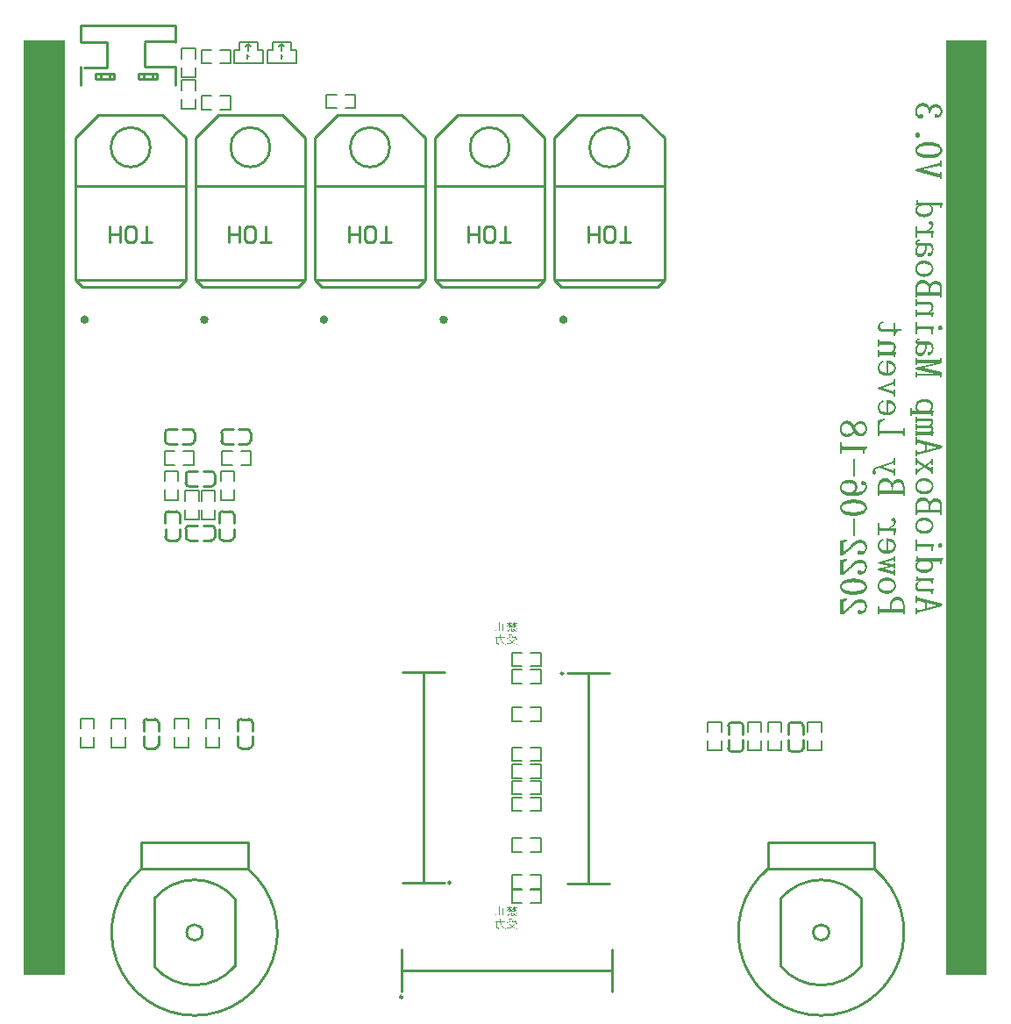
<source format=gbo>
G04*
G04 #@! TF.GenerationSoftware,Altium Limited,Altium Designer,20.2.5 (213)*
G04*
G04 Layer_Color=32896*
%FSLAX24Y24*%
%MOIN*%
G70*
G04*
G04 #@! TF.SameCoordinates,94A92F66-6131-4E5E-9460-D235825817E1*
G04*
G04*
G04 #@! TF.FilePolarity,Positive*
G04*
G01*
G75*
%ADD10C,0.0100*%
%ADD15C,0.0060*%
%ADD142C,0.0157*%
%ADD143C,0.0050*%
G36*
X21460Y13950D02*
X19900D01*
Y49450D01*
X21460D01*
Y13950D01*
D02*
G37*
G36*
X56500D02*
X54940D01*
Y49450D01*
X56500D01*
Y13950D01*
D02*
G37*
G36*
X38547Y16577D02*
X38547Y16564D01*
Y16553D01*
X38546Y16543D01*
Y16539D01*
Y16535D01*
Y16532D01*
Y16529D01*
Y16527D01*
Y16525D01*
Y16524D01*
Y16524D01*
X38637D01*
X38618Y16499D01*
X38610Y16501D01*
X38602Y16503D01*
X38595Y16504D01*
X38589Y16505D01*
X38583D01*
X38579Y16505D01*
X38559D01*
X38565Y16494D01*
X38571Y16484D01*
X38585Y16463D01*
X38592Y16454D01*
X38599Y16445D01*
X38605Y16437D01*
X38612Y16429D01*
X38618Y16422D01*
X38624Y16415D01*
X38629Y16410D01*
X38633Y16405D01*
X38637Y16401D01*
X38639Y16399D01*
X38641Y16397D01*
X38642Y16396D01*
X38638Y16383D01*
X38627Y16390D01*
X38617Y16398D01*
X38607Y16406D01*
X38598Y16414D01*
X38590Y16422D01*
X38583Y16430D01*
X38576Y16438D01*
X38569Y16445D01*
X38564Y16453D01*
X38559Y16460D01*
X38555Y16466D01*
X38552Y16471D01*
X38549Y16475D01*
X38547Y16478D01*
X38547Y16480D01*
X38546Y16481D01*
Y16468D01*
Y16457D01*
Y16447D01*
Y16437D01*
X38547Y16428D01*
Y16420D01*
Y16413D01*
Y16407D01*
X38547Y16401D01*
Y16396D01*
Y16392D01*
Y16389D01*
X38547Y16387D01*
Y16385D01*
Y16384D01*
Y16383D01*
X38513Y16394D01*
X38513Y16409D01*
X38514Y16424D01*
Y16438D01*
Y16445D01*
X38514Y16452D01*
Y16457D01*
Y16463D01*
Y16468D01*
Y16472D01*
Y16474D01*
Y16477D01*
Y16479D01*
Y16479D01*
X38509Y16473D01*
X38504Y16466D01*
X38499Y16460D01*
X38496Y16454D01*
X38493Y16449D01*
X38491Y16444D01*
X38490Y16442D01*
X38489Y16441D01*
Y16441D01*
X38487Y16435D01*
X38484Y16430D01*
X38482Y16427D01*
X38480Y16425D01*
X38478Y16424D01*
X38476Y16423D01*
X38475Y16423D01*
X38474D01*
X38473Y16423D01*
X38471Y16424D01*
X38468Y16427D01*
X38465Y16431D01*
X38465Y16432D01*
X38464Y16432D01*
X38462Y16436D01*
X38461Y16439D01*
X38459Y16445D01*
X38458Y16448D01*
X38458Y16450D01*
Y16451D01*
Y16451D01*
X38458Y16456D01*
X38460Y16460D01*
X38462Y16464D01*
X38464Y16467D01*
X38466Y16470D01*
X38468Y16472D01*
X38470Y16473D01*
X38470Y16474D01*
X38473Y16475D01*
X38476Y16477D01*
X38482Y16481D01*
X38489Y16485D01*
X38497Y16487D01*
X38504Y16490D01*
X38509Y16492D01*
X38511Y16493D01*
X38513Y16493D01*
X38514Y16493D01*
X38514D01*
Y16505D01*
X38441D01*
X38473Y16543D01*
X38494Y16524D01*
X38514D01*
Y16557D01*
X38503Y16572D01*
X38547Y16591D01*
X38547Y16577D01*
D02*
G37*
G36*
X38379Y16583D02*
Y16575D01*
Y16568D01*
X38379Y16561D01*
Y16555D01*
Y16550D01*
Y16545D01*
X38378Y16541D01*
Y16536D01*
Y16533D01*
Y16530D01*
Y16528D01*
Y16526D01*
Y16525D01*
Y16524D01*
Y16524D01*
X38445D01*
X38426Y16499D01*
X38419Y16501D01*
X38412Y16503D01*
X38405Y16504D01*
X38400Y16505D01*
X38395D01*
X38391Y16505D01*
X38389D01*
X38394Y16495D01*
X38400Y16485D01*
X38413Y16465D01*
X38420Y16456D01*
X38427Y16448D01*
X38434Y16439D01*
X38441Y16432D01*
X38447Y16425D01*
X38453Y16418D01*
X38458Y16413D01*
X38463Y16408D01*
X38467Y16404D01*
X38470Y16401D01*
X38472Y16400D01*
X38472Y16399D01*
X38466Y16389D01*
X38455Y16395D01*
X38445Y16402D01*
X38436Y16409D01*
X38428Y16417D01*
X38420Y16424D01*
X38413Y16432D01*
X38406Y16438D01*
X38401Y16445D01*
X38395Y16452D01*
X38391Y16458D01*
X38387Y16463D01*
X38384Y16468D01*
X38382Y16472D01*
X38380Y16475D01*
X38379Y16477D01*
X38378Y16477D01*
Y16462D01*
Y16446D01*
X38379Y16431D01*
Y16417D01*
X38379Y16410D01*
Y16404D01*
Y16399D01*
Y16394D01*
X38380Y16390D01*
Y16388D01*
Y16386D01*
Y16385D01*
X38345Y16397D01*
X38346Y16401D01*
Y16407D01*
X38346Y16413D01*
Y16420D01*
X38346Y16427D01*
Y16435D01*
Y16451D01*
X38347Y16459D01*
Y16466D01*
Y16473D01*
Y16479D01*
Y16484D01*
Y16488D01*
Y16490D01*
Y16491D01*
X38344Y16481D01*
X38341Y16472D01*
X38337Y16464D01*
X38333Y16456D01*
X38329Y16450D01*
X38326Y16446D01*
X38325Y16444D01*
X38324Y16443D01*
X38323Y16443D01*
Y16442D01*
X38316Y16434D01*
X38308Y16426D01*
X38299Y16419D01*
X38291Y16413D01*
X38284Y16407D01*
X38280Y16405D01*
X38278Y16403D01*
X38276Y16401D01*
X38274Y16400D01*
X38273Y16400D01*
X38273Y16399D01*
X38268Y16405D01*
X38263Y16409D01*
X38258Y16413D01*
X38253Y16415D01*
X38248Y16417D01*
X38244Y16418D01*
X38242Y16418D01*
X38241D01*
Y16431D01*
X38254Y16435D01*
X38266Y16439D01*
X38276Y16444D01*
X38285Y16450D01*
X38290Y16452D01*
X38293Y16455D01*
X38296Y16456D01*
X38298Y16458D01*
X38300Y16460D01*
X38302Y16461D01*
X38303Y16462D01*
X38303Y16462D01*
X38312Y16470D01*
X38321Y16478D01*
X38328Y16486D01*
X38334Y16492D01*
X38339Y16498D01*
X38342Y16501D01*
X38344Y16504D01*
X38345Y16505D01*
X38248D01*
X38281Y16545D01*
X38304Y16524D01*
X38347D01*
Y16559D01*
X38335Y16572D01*
X38380Y16591D01*
X38379Y16583D01*
D02*
G37*
G36*
X37999Y16578D02*
X37999Y16569D01*
Y16558D01*
Y16546D01*
X37998Y16534D01*
Y16521D01*
Y16508D01*
Y16494D01*
X37998Y16465D01*
Y16436D01*
Y16407D01*
X37997Y16377D01*
Y16350D01*
Y16336D01*
Y16323D01*
Y16311D01*
Y16299D01*
Y16288D01*
Y16279D01*
Y16269D01*
Y16261D01*
Y16254D01*
Y16248D01*
Y16243D01*
Y16239D01*
Y16237D01*
Y16237D01*
X38082D01*
Y16444D01*
X38065Y16461D01*
X38117Y16485D01*
Y16479D01*
X38116Y16472D01*
Y16464D01*
Y16456D01*
Y16447D01*
Y16438D01*
X38116Y16419D01*
Y16399D01*
Y16378D01*
Y16357D01*
X38115Y16337D01*
Y16317D01*
Y16298D01*
Y16289D01*
Y16281D01*
Y16274D01*
Y16266D01*
Y16260D01*
Y16254D01*
Y16249D01*
Y16244D01*
Y16241D01*
Y16239D01*
Y16237D01*
Y16237D01*
X38201D01*
X38182Y16213D01*
X38175Y16214D01*
X38167Y16215D01*
X38160Y16216D01*
X38153Y16217D01*
X38148D01*
X38144Y16218D01*
X37793D01*
X37835Y16264D01*
X37865Y16237D01*
X37964D01*
Y16423D01*
X37815D01*
X37854Y16466D01*
X37880Y16442D01*
X37964D01*
Y16549D01*
X37945Y16565D01*
X37999Y16588D01*
Y16578D01*
D02*
G37*
G36*
X38353Y16379D02*
X38583D01*
X38565Y16354D01*
X38557Y16356D01*
X38550Y16358D01*
X38542Y16359D01*
X38536Y16359D01*
X38530D01*
X38526Y16360D01*
X38297D01*
X38331Y16400D01*
X38353Y16379D01*
D02*
G37*
G36*
X38299Y16333D02*
X38650D01*
X38632Y16308D01*
X38624Y16310D01*
X38616Y16311D01*
X38609Y16312D01*
X38602Y16313D01*
X38597D01*
X38593Y16314D01*
X38457D01*
Y16229D01*
X38457Y16227D01*
X38458Y16225D01*
X38459Y16225D01*
X38460Y16225D01*
X38466D01*
X38470Y16225D01*
X38475Y16225D01*
X38480Y16226D01*
X38492Y16228D01*
X38503Y16229D01*
X38508Y16230D01*
X38513Y16231D01*
X38516Y16231D01*
X38519Y16231D01*
X38522Y16232D01*
X38522D01*
Y16217D01*
X38515Y16215D01*
X38508Y16212D01*
X38501Y16209D01*
X38496Y16206D01*
X38491Y16203D01*
X38486Y16200D01*
X38483Y16196D01*
X38479Y16193D01*
X38476Y16190D01*
X38474Y16188D01*
X38471Y16183D01*
X38470Y16181D01*
X38469Y16180D01*
X38468Y16179D01*
Y16178D01*
X38463Y16180D01*
X38458Y16182D01*
X38450Y16186D01*
X38444Y16189D01*
X38439Y16192D01*
X38436Y16195D01*
X38433Y16197D01*
X38432Y16198D01*
X38431Y16199D01*
X38429Y16203D01*
X38427Y16207D01*
X38425Y16213D01*
X38425Y16217D01*
X38424Y16221D01*
X38424Y16225D01*
Y16226D01*
Y16227D01*
Y16314D01*
X38239D01*
X38274Y16355D01*
X38299Y16333D01*
D02*
G37*
G36*
X38528Y16300D02*
X38536Y16290D01*
X38545Y16280D01*
X38553Y16271D01*
X38562Y16262D01*
X38571Y16254D01*
X38579Y16247D01*
X38587Y16239D01*
X38595Y16233D01*
X38602Y16227D01*
X38608Y16223D01*
X38614Y16219D01*
X38619Y16215D01*
X38622Y16213D01*
X38624Y16211D01*
X38625Y16211D01*
X38621Y16197D01*
X38611Y16202D01*
X38600Y16207D01*
X38579Y16219D01*
X38569Y16225D01*
X38559Y16231D01*
X38550Y16237D01*
X38541Y16243D01*
X38533Y16249D01*
X38526Y16254D01*
X38519Y16259D01*
X38514Y16263D01*
X38509Y16266D01*
X38506Y16268D01*
X38504Y16270D01*
X38503Y16271D01*
X38484Y16276D01*
X38520Y16311D01*
X38528Y16300D01*
D02*
G37*
G36*
X38394Y16289D02*
X38382Y16280D01*
X38373Y16273D01*
X38364Y16266D01*
X38357Y16259D01*
X38352Y16254D01*
X38347Y16250D01*
X38345Y16247D01*
X38344Y16247D01*
Y16246D01*
X38337Y16239D01*
X38330Y16232D01*
X38325Y16226D01*
X38321Y16221D01*
X38317Y16216D01*
X38315Y16213D01*
X38313Y16211D01*
X38313Y16210D01*
X38310Y16206D01*
X38307Y16203D01*
X38304Y16201D01*
X38303Y16199D01*
X38301Y16198D01*
X38299Y16197D01*
X38298D01*
X38296Y16198D01*
X38294Y16199D01*
X38291Y16202D01*
X38289Y16206D01*
X38288Y16207D01*
Y16207D01*
X38285Y16213D01*
X38284Y16219D01*
X38284Y16220D01*
Y16222D01*
Y16222D01*
Y16223D01*
X38284Y16228D01*
X38286Y16233D01*
X38288Y16237D01*
X38291Y16242D01*
X38294Y16246D01*
X38296Y16249D01*
X38298Y16251D01*
X38298Y16252D01*
X38302Y16255D01*
X38306Y16259D01*
X38312Y16262D01*
X38319Y16267D01*
X38326Y16271D01*
X38334Y16275D01*
X38350Y16283D01*
X38358Y16287D01*
X38365Y16291D01*
X38372Y16294D01*
X38378Y16297D01*
X38383Y16299D01*
X38387Y16301D01*
X38389Y16302D01*
X38390Y16302D01*
X38394Y16289D01*
D02*
G37*
G36*
X38339Y16106D02*
X38346Y16103D01*
X38355Y16100D01*
X38364Y16097D01*
X38383Y16092D01*
X38402Y16087D01*
X38411Y16085D01*
X38419Y16083D01*
X38427Y16082D01*
X38434Y16081D01*
X38439Y16080D01*
X38443Y16079D01*
X38446Y16078D01*
X38447D01*
X38478Y16074D01*
X38492Y16072D01*
X38507Y16071D01*
X38521Y16069D01*
X38535Y16067D01*
X38547Y16066D01*
X38559Y16065D01*
X38570Y16064D01*
X38580Y16063D01*
X38588Y16062D01*
X38595Y16061D01*
X38601Y16061D01*
X38606D01*
X38608Y16060D01*
X38609D01*
Y16045D01*
X38591Y16046D01*
X38574Y16046D01*
X38558Y16047D01*
X38543Y16047D01*
X38528Y16048D01*
X38515Y16049D01*
X38503Y16049D01*
X38492Y16050D01*
X38481Y16051D01*
X38473Y16052D01*
X38465Y16052D01*
X38458Y16053D01*
X38453Y16053D01*
X38449D01*
X38448Y16054D01*
X38447D01*
X38435Y16055D01*
X38422Y16056D01*
X38397Y16058D01*
X38373Y16060D01*
X38361Y16061D01*
X38350Y16062D01*
X38340Y16063D01*
X38330Y16064D01*
X38322Y16065D01*
X38315Y16065D01*
X38309Y16065D01*
X38304Y16066D01*
X38302Y16066D01*
X38301D01*
X38332Y16109D01*
X38339Y16106D01*
D02*
G37*
G36*
X38024D02*
Y16097D01*
Y16088D01*
Y16078D01*
Y16058D01*
X38025Y16048D01*
Y16039D01*
Y16029D01*
X38025Y16021D01*
Y16014D01*
X38026Y16007D01*
Y16002D01*
X38026Y15998D01*
Y15995D01*
Y15994D01*
X38170D01*
X38152Y15970D01*
X38144Y15972D01*
X38136Y15973D01*
X38129Y15974D01*
X38122Y15975D01*
X38117D01*
X38113Y15975D01*
X38028D01*
X38030Y15961D01*
X38034Y15945D01*
X38038Y15931D01*
X38042Y15917D01*
X38043Y15911D01*
X38045Y15906D01*
X38047Y15901D01*
X38048Y15896D01*
X38049Y15893D01*
X38050Y15891D01*
X38051Y15889D01*
Y15889D01*
X38055Y15880D01*
X38059Y15871D01*
X38067Y15854D01*
X38077Y15838D01*
X38081Y15831D01*
X38086Y15824D01*
X38090Y15818D01*
X38094Y15812D01*
X38098Y15807D01*
X38101Y15803D01*
X38103Y15799D01*
X38105Y15797D01*
X38107Y15795D01*
X38107Y15795D01*
X38115Y15786D01*
X38122Y15778D01*
X38139Y15762D01*
X38146Y15755D01*
X38155Y15749D01*
X38163Y15742D01*
X38170Y15737D01*
X38177Y15731D01*
X38184Y15727D01*
X38190Y15723D01*
X38195Y15719D01*
X38199Y15717D01*
X38202Y15715D01*
X38204Y15714D01*
X38205Y15713D01*
X38201Y15700D01*
X38188Y15706D01*
X38175Y15713D01*
X38163Y15719D01*
X38151Y15726D01*
X38141Y15732D01*
X38131Y15739D01*
X38122Y15745D01*
X38115Y15750D01*
X38108Y15756D01*
X38102Y15761D01*
X38097Y15765D01*
X38093Y15769D01*
X38090Y15772D01*
X38087Y15774D01*
X38086Y15775D01*
X38085Y15776D01*
X38071Y15792D01*
X38059Y15808D01*
X38054Y15816D01*
X38048Y15823D01*
X38044Y15831D01*
X38040Y15838D01*
X38036Y15844D01*
X38033Y15850D01*
X38030Y15855D01*
X38028Y15859D01*
X38026Y15863D01*
X38025Y15865D01*
X38024Y15867D01*
X38024Y15868D01*
X38017Y15887D01*
X38010Y15906D01*
X38005Y15924D01*
X38003Y15932D01*
X38001Y15940D01*
X37999Y15948D01*
X37998Y15955D01*
X37997Y15961D01*
X37996Y15966D01*
X37995Y15970D01*
X37994Y15973D01*
X37994Y15975D01*
Y15975D01*
X37871D01*
X37872Y15961D01*
X37873Y15946D01*
X37874Y15933D01*
X37875Y15920D01*
X37877Y15908D01*
X37878Y15897D01*
X37878Y15886D01*
X37879Y15876D01*
X37881Y15867D01*
X37882Y15858D01*
X37883Y15850D01*
X37884Y15843D01*
X37884Y15836D01*
X37885Y15829D01*
X37886Y15824D01*
X37887Y15818D01*
X37888Y15813D01*
X37889Y15809D01*
X37890Y15801D01*
X37891Y15796D01*
X37892Y15791D01*
X37893Y15788D01*
X37894Y15785D01*
X37894Y15785D01*
Y15784D01*
X37896Y15779D01*
X37898Y15775D01*
X37901Y15772D01*
X37903Y15769D01*
X37906Y15766D01*
X37908Y15764D01*
X37912Y15761D01*
X37916Y15760D01*
X37920Y15759D01*
X37922D01*
X37926Y15760D01*
X37930Y15761D01*
X37934Y15761D01*
X37939Y15762D01*
X37950Y15765D01*
X37960Y15767D01*
X37970Y15770D01*
X37975Y15771D01*
X37978Y15772D01*
X37981Y15773D01*
X37984Y15773D01*
X37986Y15774D01*
X37986D01*
X37989Y15758D01*
X37979Y15754D01*
X37970Y15749D01*
X37963Y15744D01*
X37957Y15739D01*
X37951Y15735D01*
X37947Y15731D01*
X37944Y15727D01*
X37941Y15723D01*
X37939Y15719D01*
X37938Y15717D01*
X37937Y15714D01*
X37936Y15712D01*
X37936Y15710D01*
Y15708D01*
Y15707D01*
Y15707D01*
X37928Y15708D01*
X37921Y15710D01*
X37915Y15712D01*
X37909Y15714D01*
X37904Y15717D01*
X37899Y15719D01*
X37895Y15721D01*
X37891Y15724D01*
X37888Y15725D01*
X37885Y15728D01*
X37881Y15731D01*
X37878Y15733D01*
X37878Y15734D01*
X37874Y15738D01*
X37872Y15742D01*
X37866Y15752D01*
X37862Y15763D01*
X37859Y15773D01*
X37856Y15783D01*
X37855Y15787D01*
X37854Y15791D01*
X37854Y15793D01*
X37853Y15796D01*
X37853Y15797D01*
Y15797D01*
X37852Y15802D01*
X37851Y15807D01*
X37850Y15818D01*
X37848Y15830D01*
X37847Y15843D01*
X37845Y15857D01*
X37844Y15871D01*
X37842Y15886D01*
X37841Y15900D01*
X37840Y15913D01*
X37839Y15926D01*
X37838Y15938D01*
X37837Y15949D01*
X37837Y15953D01*
Y15957D01*
X37836Y15961D01*
Y15963D01*
X37836Y15966D01*
Y15968D01*
Y15968D01*
Y15969D01*
X37819Y15985D01*
X37855Y16013D01*
X37871Y15994D01*
X37992D01*
X37991Y16007D01*
X37990Y16021D01*
X37989Y16034D01*
X37988Y16047D01*
X37988Y16053D01*
X37987Y16058D01*
Y16063D01*
X37987Y16067D01*
Y16070D01*
X37987Y16072D01*
Y16074D01*
Y16075D01*
X37971Y16092D01*
X38025Y16114D01*
X38024Y16106D01*
D02*
G37*
G36*
X38363Y16049D02*
X38366Y16039D01*
X38370Y16029D01*
X38374Y16020D01*
X38377Y16012D01*
X38380Y16004D01*
X38383Y15997D01*
X38386Y15991D01*
X38389Y15985D01*
X38391Y15980D01*
X38394Y15975D01*
X38395Y15972D01*
X38397Y15969D01*
X38398Y15967D01*
X38398Y15966D01*
X38399Y15965D01*
X38449D01*
X38444Y15968D01*
X38441Y15972D01*
X38438Y15976D01*
X38436Y15980D01*
X38435Y15983D01*
X38434Y15986D01*
Y15988D01*
Y15988D01*
X38435Y15993D01*
X38437Y15998D01*
X38438Y16002D01*
X38441Y16006D01*
X38443Y16010D01*
X38446Y16013D01*
X38448Y16015D01*
X38448Y16016D01*
X38454Y16022D01*
X38460Y16028D01*
X38466Y16033D01*
X38473Y16038D01*
X38478Y16042D01*
X38483Y16045D01*
X38485Y16046D01*
X38486Y16047D01*
X38486Y16047D01*
X38487D01*
X38497Y16041D01*
X38492Y16031D01*
X38487Y16023D01*
X38484Y16016D01*
X38482Y16010D01*
X38480Y16005D01*
X38479Y16001D01*
X38478Y15999D01*
Y15998D01*
X38474Y15987D01*
X38473Y15981D01*
X38471Y15976D01*
X38470Y15972D01*
X38469Y15968D01*
X38469Y15966D01*
Y15965D01*
X38539D01*
X38534Y15968D01*
X38531Y15972D01*
X38528Y15975D01*
X38527Y15979D01*
X38526Y15982D01*
X38525Y15984D01*
Y15986D01*
Y15986D01*
X38525Y15991D01*
X38527Y15995D01*
X38529Y15998D01*
X38532Y16003D01*
X38534Y16006D01*
X38536Y16009D01*
X38538Y16010D01*
X38539Y16011D01*
X38544Y16016D01*
X38551Y16022D01*
X38558Y16027D01*
X38565Y16032D01*
X38571Y16035D01*
X38577Y16038D01*
X38578Y16040D01*
X38580Y16040D01*
X38581Y16041D01*
X38581D01*
X38590Y16034D01*
X38584Y16023D01*
X38579Y16014D01*
X38574Y16006D01*
X38571Y16000D01*
X38569Y15994D01*
X38567Y15991D01*
X38567Y15988D01*
X38566Y15987D01*
X38565Y15981D01*
X38563Y15977D01*
X38562Y15973D01*
X38561Y15970D01*
X38560Y15968D01*
Y15966D01*
X38560Y15966D01*
Y15965D01*
X38590D01*
X38592Y15987D01*
X38607D01*
X38608Y15980D01*
X38610Y15972D01*
X38612Y15965D01*
X38614Y15959D01*
X38616Y15953D01*
X38618Y15948D01*
X38620Y15943D01*
X38622Y15939D01*
X38624Y15935D01*
X38626Y15932D01*
X38627Y15930D01*
X38628Y15927D01*
X38630Y15926D01*
X38630Y15925D01*
X38631Y15924D01*
Y15924D01*
X38635Y15919D01*
X38637Y15915D01*
X38639Y15912D01*
X38640Y15909D01*
X38641Y15907D01*
X38642Y15906D01*
Y15905D01*
Y15905D01*
X38641Y15901D01*
X38639Y15899D01*
X38637Y15897D01*
X38634Y15895D01*
X38631Y15894D01*
X38628Y15893D01*
X38626Y15892D01*
X38626D01*
X38620Y15892D01*
X38615Y15892D01*
X38610Y15894D01*
X38606Y15895D01*
X38603Y15897D01*
X38601Y15899D01*
X38599Y15901D01*
X38598Y15901D01*
X38596Y15903D01*
X38595Y15907D01*
X38592Y15913D01*
X38590Y15920D01*
X38589Y15928D01*
Y15935D01*
Y15941D01*
Y15943D01*
X38590Y15945D01*
Y15946D01*
Y15946D01*
X38310D01*
X38332Y15898D01*
X38322Y15891D01*
X38315Y15900D01*
X38308Y15907D01*
X38302Y15913D01*
X38296Y15919D01*
X38290Y15924D01*
X38284Y15928D01*
X38279Y15931D01*
X38274Y15934D01*
X38269Y15937D01*
X38265Y15938D01*
X38261Y15940D01*
X38258Y15941D01*
X38256Y15941D01*
X38254Y15942D01*
X38253Y15942D01*
X38253D01*
X38292Y15984D01*
X38310Y15965D01*
X38379D01*
X38372Y15973D01*
X38364Y15981D01*
X38357Y15990D01*
X38350Y15999D01*
X38343Y16006D01*
X38340Y16010D01*
X38338Y16013D01*
X38336Y16015D01*
X38335Y16017D01*
X38334Y16018D01*
X38334Y16018D01*
X38313Y16028D01*
X38359Y16059D01*
X38363Y16049D01*
D02*
G37*
G36*
X38391Y15902D02*
X38589D01*
X38572Y15879D01*
X38554Y15883D01*
X38535D01*
X38526Y15864D01*
X38517Y15847D01*
X38512Y15839D01*
X38507Y15832D01*
X38502Y15825D01*
X38498Y15818D01*
X38493Y15812D01*
X38489Y15807D01*
X38486Y15803D01*
X38482Y15799D01*
X38480Y15796D01*
X38478Y15794D01*
X38476Y15792D01*
X38476Y15792D01*
X38488Y15783D01*
X38502Y15775D01*
X38516Y15767D01*
X38530Y15761D01*
X38545Y15754D01*
X38559Y15748D01*
X38573Y15743D01*
X38587Y15738D01*
X38600Y15734D01*
X38612Y15730D01*
X38623Y15727D01*
X38632Y15724D01*
X38636Y15724D01*
X38640Y15723D01*
X38643Y15722D01*
X38645Y15721D01*
X38648Y15720D01*
X38649D01*
X38650Y15720D01*
X38650D01*
X38648Y15705D01*
X38627Y15708D01*
X38607Y15712D01*
X38588Y15717D01*
X38570Y15722D01*
X38553Y15727D01*
X38537Y15733D01*
X38522Y15739D01*
X38509Y15744D01*
X38496Y15750D01*
X38486Y15755D01*
X38476Y15761D01*
X38468Y15765D01*
X38462Y15768D01*
X38458Y15771D01*
X38455Y15773D01*
X38454Y15773D01*
X38440Y15764D01*
X38426Y15755D01*
X38412Y15748D01*
X38398Y15742D01*
X38383Y15736D01*
X38370Y15730D01*
X38356Y15726D01*
X38343Y15722D01*
X38332Y15719D01*
X38321Y15717D01*
X38311Y15715D01*
X38303Y15713D01*
X38296Y15712D01*
X38293Y15712D01*
X38291Y15711D01*
X38289D01*
X38287Y15711D01*
X38286D01*
X38285Y15714D01*
X38284Y15718D01*
X38281Y15720D01*
X38279Y15723D01*
X38273Y15728D01*
X38266Y15732D01*
X38259Y15735D01*
X38253Y15737D01*
X38251Y15738D01*
X38249Y15738D01*
X38248Y15739D01*
X38248D01*
Y15754D01*
X38268Y15753D01*
X38288Y15753D01*
X38306Y15755D01*
X38324Y15756D01*
X38340Y15759D01*
X38355Y15762D01*
X38369Y15766D01*
X38381Y15769D01*
X38393Y15773D01*
X38402Y15777D01*
X38411Y15780D01*
X38418Y15784D01*
X38423Y15786D01*
X38427Y15788D01*
X38430Y15790D01*
X38431Y15790D01*
X38416Y15804D01*
X38402Y15818D01*
X38390Y15832D01*
X38384Y15839D01*
X38379Y15845D01*
X38375Y15851D01*
X38371Y15857D01*
X38367Y15861D01*
X38364Y15865D01*
X38362Y15869D01*
X38360Y15871D01*
X38359Y15873D01*
X38359Y15873D01*
X38337Y15884D01*
X38372Y15919D01*
X38391Y15902D01*
D02*
G37*
G36*
X54094Y47083D02*
X54122Y47078D01*
X54148Y47070D01*
X54172Y47061D01*
X54191Y47051D01*
X54206Y47045D01*
X54212Y47040D01*
X54218Y47039D01*
X54219Y47036D01*
X54220D01*
X54234Y47026D01*
X54248Y47015D01*
X54272Y46989D01*
X54291Y46961D01*
X54306Y46933D01*
X54318Y46907D01*
X54323Y46896D01*
X54326Y46886D01*
X54329Y46878D01*
X54331Y46872D01*
X54333Y46868D01*
Y46867D01*
X54341Y46897D01*
X54352Y46922D01*
X54366Y46946D01*
X54380Y46964D01*
X54392Y46978D01*
X54404Y46989D01*
X54411Y46995D01*
X54413Y46997D01*
X54438Y47013D01*
X54465Y47025D01*
X54491Y47033D01*
X54516Y47039D01*
X54537Y47042D01*
X54547Y47043D01*
X54553Y47045D01*
X54560D01*
X54565D01*
X54567D01*
X54569D01*
X54585Y47043D01*
X54601Y47042D01*
X54630Y47033D01*
X54658Y47021D01*
X54683Y47008D01*
X54702Y46995D01*
X54710Y46988D01*
X54717Y46982D01*
X54724Y46978D01*
X54728Y46974D01*
X54730Y46972D01*
X54731Y46971D01*
X54745Y46957D01*
X54756Y46942D01*
X54767Y46925D01*
X54776Y46910D01*
X54789Y46877D01*
X54798Y46846D01*
X54803Y46818D01*
X54805Y46806D01*
X54806Y46796D01*
X54808Y46788D01*
Y46756D01*
X54805Y46738D01*
X54798Y46703D01*
X54788Y46673D01*
X54778Y46646D01*
X54767Y46624D01*
X54762Y46616D01*
X54758Y46607D01*
X54753Y46602D01*
X54751Y46598D01*
X54749Y46595D01*
X54748Y46593D01*
X54737Y46580D01*
X54724Y46567D01*
X54712Y46557D01*
X54699Y46548D01*
X54687Y46541D01*
X54674Y46534D01*
X54651Y46524D01*
X54630Y46518D01*
X54622Y46517D01*
X54613Y46516D01*
X54606Y46514D01*
X54602D01*
X54599D01*
X54598D01*
X54580Y46516D01*
X54563Y46518D01*
X54551Y46521D01*
X54540Y46527D01*
X54533Y46531D01*
X54527Y46534D01*
X54524Y46537D01*
X54523Y46538D01*
X54516Y46548D01*
X54510Y46557D01*
X54508Y46566D01*
X54505Y46574D01*
X54504Y46581D01*
X54502Y46586D01*
Y46592D01*
X54504Y46605D01*
X54506Y46616D01*
X54509Y46625D01*
X54513Y46632D01*
X54517Y46638D01*
X54522Y46642D01*
X54523Y46645D01*
X54524D01*
X54533Y46650D01*
X54542Y46653D01*
X54560Y46659D01*
X54569D01*
X54574Y46660D01*
X54578D01*
X54580D01*
X54595Y46659D01*
X54605Y46655D01*
X54612Y46649D01*
X54613Y46648D01*
X54619Y46643D01*
X54627Y46641D01*
X54644Y46638D01*
X54652Y46636D01*
X54659D01*
X54665D01*
X54666D01*
X54678Y46638D01*
X54690Y46643D01*
X54699Y46649D01*
X54706Y46657D01*
X54713Y46664D01*
X54717Y46671D01*
X54719Y46675D01*
X54720Y46677D01*
X54726Y46692D01*
X54731Y46706D01*
X54734Y46718D01*
X54735Y46729D01*
X54737Y46739D01*
X54738Y46747D01*
Y46753D01*
X54735Y46782D01*
X54730Y46809D01*
X54720Y46829D01*
X54710Y46846D01*
X54701Y46860D01*
X54691Y46870D01*
X54685Y46875D01*
X54683Y46877D01*
X54662Y46890D01*
X54638Y46900D01*
X54617Y46907D01*
X54597Y46911D01*
X54578Y46915D01*
X54565Y46917D01*
X54559D01*
X54555D01*
X54553D01*
X54552D01*
X54520Y46914D01*
X54491Y46908D01*
X54467Y46900D01*
X54447Y46892D01*
X54431Y46882D01*
X54420Y46874D01*
X54413Y46868D01*
X54411Y46865D01*
X54402Y46856D01*
X54394Y46843D01*
X54381Y46817D01*
X54373Y46789D01*
X54367Y46761D01*
X54363Y46735D01*
X54362Y46724D01*
Y46713D01*
X54361Y46704D01*
Y46693D01*
X54291D01*
Y46721D01*
X54288Y46747D01*
X54286Y46771D01*
X54281Y46792D01*
X54277Y46811D01*
X54272Y46828D01*
X54268Y46843D01*
X54262Y46856D01*
X54256Y46867D01*
X54251Y46877D01*
X54245Y46884D01*
X54241Y46890D01*
X54237Y46895D01*
X54234Y46897D01*
X54233Y46900D01*
X54231D01*
X54208Y46917D01*
X54183Y46929D01*
X54157Y46939D01*
X54132Y46945D01*
X54109Y46949D01*
X54101Y46950D01*
X54093D01*
X54086Y46952D01*
X54080D01*
X54077D01*
X54076D01*
X54054D01*
X54034Y46950D01*
X54015Y46947D01*
X53997Y46945D01*
X53982Y46940D01*
X53968Y46936D01*
X53954Y46932D01*
X53943Y46928D01*
X53933Y46922D01*
X53923Y46918D01*
X53911Y46911D01*
X53903Y46906D01*
X53900Y46903D01*
X53882Y46884D01*
X53868Y46860D01*
X53858Y46836D01*
X53851Y46813D01*
X53847Y46792D01*
X53846Y46782D01*
Y46775D01*
X53844Y46768D01*
Y46759D01*
X53846Y46742D01*
X53847Y46725D01*
X53850Y46711D01*
X53854Y46699D01*
X53858Y46688D01*
X53861Y46681D01*
X53862Y46675D01*
X53864Y46674D01*
X53872Y46661D01*
X53879Y46652D01*
X53887Y46646D01*
X53894Y46641D01*
X53901Y46638D01*
X53907Y46636D01*
X53909D01*
X53911D01*
X53921Y46638D01*
X53932Y46642D01*
X53940Y46646D01*
X53941Y46648D01*
X53943D01*
X53959Y46655D01*
X53977Y46659D01*
X53986Y46660D01*
X53991D01*
X53996D01*
X53997D01*
X54005Y46659D01*
X54014Y46657D01*
X54030Y46652D01*
X54037Y46648D01*
X54043Y46645D01*
X54047Y46643D01*
X54048Y46642D01*
X54059Y46634D01*
X54066Y46625D01*
X54072Y46614D01*
X54076Y46605D01*
X54079Y46596D01*
X54080Y46588D01*
Y46581D01*
X54079Y46570D01*
X54076Y46559D01*
X54070Y46549D01*
X54065Y46541D01*
X54059Y46534D01*
X54054Y46528D01*
X54051Y46525D01*
X54050Y46524D01*
X54039Y46516D01*
X54026Y46509D01*
X54014Y46505D01*
X54002Y46500D01*
X53993Y46499D01*
X53986Y46498D01*
X53980D01*
X53979D01*
X53964Y46499D01*
X53950Y46500D01*
X53936Y46505D01*
X53922Y46510D01*
X53898Y46523D01*
X53876Y46538D01*
X53859Y46552D01*
X53847Y46564D01*
X53841Y46570D01*
X53839Y46574D01*
X53837Y46575D01*
X53836Y46577D01*
X53825Y46592D01*
X53816Y46607D01*
X53801Y46639D01*
X53790Y46671D01*
X53783Y46700D01*
X53778Y46725D01*
X53776Y46736D01*
Y46746D01*
X53775Y46753D01*
Y46764D01*
X53776Y46792D01*
X53779Y46818D01*
X53783Y46842D01*
X53789Y46865D01*
X53796Y46886D01*
X53803Y46906D01*
X53811Y46922D01*
X53819Y46939D01*
X53826Y46953D01*
X53835Y46965D01*
X53841Y46977D01*
X53848Y46985D01*
X53854Y46992D01*
X53858Y46996D01*
X53861Y46999D01*
X53862Y47000D01*
X53879Y47015D01*
X53896Y47028D01*
X53914Y47039D01*
X53930Y47049D01*
X53948Y47057D01*
X53965Y47064D01*
X53997Y47074D01*
X54011Y47078D01*
X54023Y47081D01*
X54036Y47082D01*
X54045Y47083D01*
X54054Y47085D01*
X54059D01*
X54064D01*
X54065D01*
X54094Y47083D01*
D02*
G37*
G36*
X53883Y45959D02*
X53897Y45956D01*
X53908Y45951D01*
X53919Y45945D01*
X53928Y45940D01*
X53933Y45934D01*
X53937Y45931D01*
X53939Y45930D01*
X53948Y45919D01*
X53957Y45906D01*
X53962Y45894D01*
X53965Y45883D01*
X53968Y45873D01*
X53969Y45866D01*
Y45859D01*
X53968Y45844D01*
X53965Y45830D01*
X53961Y45818D01*
X53955Y45808D01*
X53950Y45799D01*
X53946Y45793D01*
X53943Y45788D01*
X53941Y45787D01*
X53930Y45777D01*
X53919Y45770D01*
X53907Y45765D01*
X53896Y45762D01*
X53884Y45759D01*
X53876Y45758D01*
X53871D01*
X53869D01*
X53853Y45759D01*
X53837Y45762D01*
X53825Y45768D01*
X53814Y45773D01*
X53805Y45777D01*
X53800Y45783D01*
X53796Y45786D01*
X53794Y45787D01*
X53786Y45799D01*
X53779Y45811D01*
X53775Y45823D01*
X53771Y45834D01*
X53769Y45844D01*
X53768Y45852D01*
Y45859D01*
X53769Y45873D01*
X53772Y45887D01*
X53776Y45898D01*
X53782Y45909D01*
X53786Y45917D01*
X53790Y45923D01*
X53793Y45927D01*
X53794Y45929D01*
X53805Y45940D01*
X53818Y45947D01*
X53830Y45952D01*
X53843Y45956D01*
X53853Y45959D01*
X53861Y45960D01*
X53868D01*
X53869D01*
X53883Y45959D01*
D02*
G37*
G36*
X54337Y45600D02*
X54379Y45597D01*
X54417Y45593D01*
X54454Y45587D01*
X54487Y45580D01*
X54517Y45573D01*
X54547Y45565D01*
X54572Y45558D01*
X54594Y45550D01*
X54615Y45541D01*
X54631Y45534D01*
X54645Y45527D01*
X54656Y45522D01*
X54663Y45518D01*
X54669Y45515D01*
X54670Y45514D01*
X54694Y45497D01*
X54716Y45479D01*
X54734Y45461D01*
X54749Y45443D01*
X54763Y45425D01*
X54774Y45405D01*
X54783Y45389D01*
X54791Y45371D01*
X54796Y45355D01*
X54801Y45340D01*
X54803Y45326D01*
X54805Y45315D01*
X54806Y45305D01*
X54808Y45298D01*
Y45293D01*
X54806Y45266D01*
X54802Y45243D01*
X54795Y45219D01*
X54785Y45197D01*
X54774Y45178D01*
X54762Y45158D01*
X54749Y45142D01*
X54737Y45126D01*
X54723Y45112D01*
X54710Y45100D01*
X54698Y45090D01*
X54687Y45080D01*
X54678Y45074D01*
X54670Y45069D01*
X54666Y45067D01*
X54665Y45065D01*
X54637Y45050D01*
X54608Y45037D01*
X54577Y45025D01*
X54547Y45015D01*
X54515Y45007D01*
X54484Y45000D01*
X54455Y44994D01*
X54426Y44990D01*
X54398Y44986D01*
X54373Y44983D01*
X54351Y44982D01*
X54331Y44981D01*
X54316Y44979D01*
X54304D01*
X54297D01*
X54294D01*
X54250Y44981D01*
X54206Y44983D01*
X54168Y44988D01*
X54130Y44993D01*
X54097Y45000D01*
X54065Y45007D01*
X54036Y45015D01*
X54011Y45024D01*
X53987Y45032D01*
X53968Y45040D01*
X53950Y45047D01*
X53936Y45054D01*
X53925Y45060D01*
X53918Y45064D01*
X53912Y45067D01*
X53911Y45068D01*
X53887Y45086D01*
X53866Y45104D01*
X53848Y45122D01*
X53832Y45142D01*
X53819Y45160D01*
X53808Y45179D01*
X53798Y45197D01*
X53791Y45214D01*
X53786Y45230D01*
X53782Y45246D01*
X53779Y45260D01*
X53778Y45271D01*
X53776Y45280D01*
X53775Y45287D01*
Y45293D01*
X53776Y45318D01*
X53780Y45341D01*
X53787Y45364D01*
X53797Y45384D01*
X53807Y45404D01*
X53819Y45422D01*
X53832Y45439D01*
X53846Y45454D01*
X53858Y45468D01*
X53871Y45479D01*
X53883Y45490D01*
X53893Y45498D01*
X53903Y45505D01*
X53909Y45509D01*
X53914Y45512D01*
X53915Y45514D01*
X53943Y45529D01*
X53972Y45543D01*
X54002Y45554D01*
X54033Y45564D01*
X54065Y45573D01*
X54097Y45580D01*
X54127Y45586D01*
X54157Y45590D01*
X54186Y45594D01*
X54211Y45597D01*
X54234Y45598D01*
X54255Y45600D01*
X54270Y45601D01*
X54283D01*
X54291D01*
X54294D01*
X54337Y45600D01*
D02*
G37*
G36*
X54796Y44645D02*
X54733D01*
Y44686D01*
X54730Y44693D01*
X54726Y44704D01*
X54721Y44710D01*
X54719Y44711D01*
X54713Y44714D01*
X54706D01*
X54691D01*
X54685Y44713D01*
X54680Y44711D01*
X54676Y44710D01*
X54674D01*
X54067Y44544D01*
X54690Y44395D01*
X54703Y44393D01*
X54713D01*
X54720Y44395D01*
X54721Y44396D01*
X54728Y44403D01*
X54731Y44411D01*
X54733Y44418D01*
Y44459D01*
X54796D01*
Y44182D01*
X54733D01*
Y44232D01*
X54730Y44239D01*
X54724Y44249D01*
X54719Y44256D01*
X54717Y44257D01*
X54716D01*
X54709Y44262D01*
X54701Y44264D01*
X54684Y44270D01*
X54676Y44271D01*
X54669Y44273D01*
X54665Y44274D01*
X54663D01*
X53786Y44489D01*
Y44548D01*
X54671Y44786D01*
X54683Y44790D01*
X54692Y44795D01*
X54701Y44799D01*
X54708Y44803D01*
X54713Y44806D01*
X54716Y44808D01*
X54719Y44811D01*
X54727Y44824D01*
X54731Y44835D01*
X54733Y44843D01*
Y44885D01*
X54796D01*
Y44645D01*
D02*
G37*
G36*
X53884Y43326D02*
X53886Y43315D01*
X53889Y43308D01*
X53890Y43304D01*
X53891Y43302D01*
X53894Y43300D01*
X53900Y43298D01*
X53909Y43297D01*
X53918Y43296D01*
X53921D01*
X53922D01*
X54844D01*
X54834Y43277D01*
X54827Y43261D01*
X54820Y43247D01*
X54814Y43236D01*
X54812Y43228D01*
X54809Y43222D01*
X54806Y43218D01*
Y43216D01*
X54801Y43197D01*
X54798Y43180D01*
X54796Y43175D01*
Y43087D01*
X54733D01*
Y43147D01*
X54731Y43161D01*
X54727Y43169D01*
X54721Y43175D01*
X54720Y43176D01*
X54714Y43179D01*
X54709Y43182D01*
X54695Y43183D01*
X54688Y43184D01*
X54683D01*
X54680D01*
X54678D01*
X54384D01*
X54397Y43180D01*
X54408Y43173D01*
X54417Y43165D01*
X54426Y43154D01*
X54433Y43144D01*
X54437Y43136D01*
X54440Y43130D01*
X54441Y43128D01*
X54448Y43108D01*
X54454Y43090D01*
X54458Y43073D01*
X54461Y43058D01*
X54462Y43046D01*
X54463Y43036D01*
Y43028D01*
X54462Y43007D01*
X54459Y42986D01*
X54455Y42965D01*
X54448Y42947D01*
X54434Y42912D01*
X54416Y42883D01*
X54408Y42871D01*
X54399Y42860D01*
X54391Y42850D01*
X54384Y42842D01*
X54377Y42835D01*
X54373Y42831D01*
X54370Y42828D01*
X54369Y42826D01*
X54351Y42811D01*
X54331Y42799D01*
X54312Y42788D01*
X54291Y42778D01*
X54270Y42771D01*
X54250Y42764D01*
X54211Y42754D01*
X54193Y42750D01*
X54176Y42747D01*
X54161Y42746D01*
X54147Y42744D01*
X54137Y42743D01*
X54129D01*
X54123D01*
X54122D01*
X54091Y42744D01*
X54062Y42746D01*
X54036Y42750D01*
X54011Y42756D01*
X53989Y42761D01*
X53968Y42768D01*
X53948Y42775D01*
X53932Y42782D01*
X53916Y42789D01*
X53903Y42796D01*
X53891Y42803D01*
X53883Y42808D01*
X53876Y42814D01*
X53871Y42818D01*
X53868Y42819D01*
X53866Y42821D01*
X53851Y42836D01*
X53837Y42851D01*
X53826Y42868D01*
X53816Y42883D01*
X53808Y42900D01*
X53800Y42915D01*
X53790Y42944D01*
X53783Y42971D01*
X53782Y42982D01*
X53780Y42992D01*
X53779Y42998D01*
Y43010D01*
X53780Y43035D01*
X53785Y43057D01*
X53790Y43078D01*
X53796Y43094D01*
X53801Y43110D01*
X53807Y43119D01*
X53811Y43126D01*
X53812Y43129D01*
X53825Y43147D01*
X53839Y43160D01*
X53853Y43169D01*
X53865Y43176D01*
X53876Y43180D01*
X53884Y43183D01*
X53891Y43184D01*
X53786D01*
Y43215D01*
X53797Y43240D01*
X53803Y43251D01*
X53805Y43261D01*
X53808Y43269D01*
X53811Y43275D01*
X53812Y43279D01*
Y43280D01*
X53818Y43301D01*
X53819Y43309D01*
Y43318D01*
X53821Y43323D01*
Y43382D01*
X53884D01*
Y43326D01*
D02*
G37*
G36*
X54383Y42607D02*
X54395Y42603D01*
X54408Y42596D01*
X54417Y42590D01*
X54427Y42583D01*
X54433Y42577D01*
X54437Y42572D01*
X54438Y42571D01*
X54448Y42557D01*
X54456Y42540D01*
X54462Y42524D01*
X54465Y42509D01*
X54467Y42495D01*
X54469Y42482D01*
Y42472D01*
X54466Y42445D01*
X54461Y42418D01*
X54452Y42393D01*
X54444Y42373D01*
X54434Y42354D01*
X54426Y42341D01*
X54422Y42335D01*
X54420Y42331D01*
X54417Y42329D01*
Y42328D01*
X54397Y42305D01*
X54374Y42284D01*
X54351Y42267D01*
X54330Y42253D01*
X54311Y42242D01*
X54294Y42235D01*
X54288Y42232D01*
X54284Y42231D01*
X54281Y42230D01*
X54487D01*
Y42193D01*
X54483Y42181D01*
X54479Y42167D01*
X54474Y42153D01*
X54472Y42139D01*
X54469Y42127D01*
X54467Y42117D01*
X54466Y42110D01*
Y42107D01*
X54463Y42088D01*
X54462Y42070D01*
X54459Y42053D01*
Y42039D01*
X54458Y42028D01*
Y41952D01*
X54394D01*
Y42080D01*
X54392Y42094D01*
X54390Y42103D01*
X54386Y42109D01*
X54384Y42110D01*
X54376Y42116D01*
X54366Y42117D01*
X54359Y42119D01*
X54358D01*
X54356D01*
X53882D01*
X53871Y42117D01*
X53862Y42114D01*
X53858Y42112D01*
X53857Y42110D01*
X53854Y42107D01*
X53853Y42103D01*
X53851Y42094D01*
X53850Y42085D01*
Y41952D01*
X53786D01*
Y42407D01*
X53850D01*
Y42266D01*
X53851Y42253D01*
X53854Y42245D01*
X53855Y42239D01*
X53857Y42238D01*
X53864Y42234D01*
X53872Y42231D01*
X53879Y42230D01*
X53880D01*
X53882D01*
X54187D01*
X54222Y42248D01*
X54252Y42267D01*
X54277Y42285D01*
X54299Y42302D01*
X54316Y42317D01*
X54329Y42328D01*
X54336Y42336D01*
X54338Y42339D01*
X54356Y42361D01*
X54370Y42382D01*
X54380Y42400D01*
X54387Y42416D01*
X54391Y42427D01*
X54392Y42436D01*
X54394Y42442D01*
Y42449D01*
X54392Y42454D01*
X54391Y42460D01*
X54388Y42464D01*
X54387D01*
X54381Y42467D01*
X54376Y42468D01*
X54372D01*
X54369D01*
X54356Y42467D01*
X54345D01*
X54336Y42468D01*
X54327Y42471D01*
X54320Y42474D01*
X54316Y42477D01*
X54313Y42478D01*
X54312Y42479D01*
X54305Y42488D01*
X54299Y42496D01*
X54295Y42506D01*
X54293Y42514D01*
X54291Y42522D01*
X54290Y42529D01*
Y42535D01*
X54291Y42547D01*
X54293Y42559D01*
X54297Y42568D01*
X54301Y42575D01*
X54304Y42582D01*
X54308Y42586D01*
X54309Y42588D01*
X54311Y42589D01*
X54319Y42596D01*
X54329Y42600D01*
X54348Y42606D01*
X54355Y42607D01*
X54362Y42608D01*
X54366D01*
X54367D01*
X54383Y42607D01*
D02*
G37*
G36*
X53958Y41833D02*
X53939D01*
X53922Y41831D01*
X53908Y41830D01*
X53898Y41828D01*
X53890Y41826D01*
X53884Y41824D01*
X53882Y41823D01*
X53880D01*
X53873Y41819D01*
X53869Y41815D01*
X53864Y41806D01*
X53861Y41798D01*
Y41795D01*
X53862Y41785D01*
X53864Y41780D01*
X53865Y41777D01*
Y41776D01*
X53868Y41774D01*
X53873Y41773D01*
X53880D01*
X53889Y41772D01*
X53897D01*
X53903D01*
X53908D01*
X53909D01*
X54288D01*
X54304D01*
X54319Y41769D01*
X54345Y41762D01*
X54369Y41752D01*
X54387Y41741D01*
X54402Y41728D01*
X54413Y41719D01*
X54419Y41712D01*
X54422Y41710D01*
Y41709D01*
X54437Y41683D01*
X54449Y41654D01*
X54458Y41623D01*
X54463Y41594D01*
X54466Y41567D01*
X54467Y41556D01*
X54469Y41545D01*
Y41526D01*
X54466Y41486D01*
X54461Y41448D01*
X54454Y41415D01*
X54444Y41387D01*
X54440Y41375D01*
X54434Y41365D01*
X54430Y41355D01*
X54427Y41347D01*
X54423Y41341D01*
X54422Y41337D01*
X54419Y41334D01*
Y41333D01*
X54409Y41319D01*
X54399Y41307D01*
X54390Y41297D01*
X54381Y41287D01*
X54372Y41280D01*
X54363Y41273D01*
X54347Y41263D01*
X54331Y41258D01*
X54320Y41255D01*
X54313Y41254D01*
X54311D01*
X54298Y41255D01*
X54287Y41257D01*
X54277Y41259D01*
X54270Y41263D01*
X54265Y41266D01*
X54259Y41269D01*
X54258Y41270D01*
X54256Y41272D01*
X54251Y41279D01*
X54247Y41287D01*
X54241Y41302D01*
X54240Y41309D01*
X54238Y41315D01*
Y41320D01*
X54240Y41336D01*
X54243Y41348D01*
X54248Y41358D01*
X54254Y41365D01*
X54258Y41370D01*
X54263Y41375D01*
X54266Y41377D01*
X54268D01*
X54279Y41381D01*
X54290Y41384D01*
X54299D01*
X54309D01*
X54316Y41383D01*
X54322Y41381D01*
X54326Y41380D01*
X54327D01*
X54336Y41377D01*
X54345Y41379D01*
X54354Y41383D01*
X54361Y41388D01*
X54367Y41394D01*
X54373Y41398D01*
X54376Y41402D01*
X54377Y41404D01*
X54387Y41419D01*
X54394Y41438D01*
X54398Y41461D01*
X54402Y41481D01*
X54404Y41501D01*
X54405Y41516D01*
Y41547D01*
X54404Y41561D01*
X54399Y41583D01*
X54394Y41601D01*
X54388Y41616D01*
X54383Y41626D01*
X54377Y41633D01*
X54373Y41635D01*
X54372Y41637D01*
X54359Y41645D01*
X54345Y41651D01*
X54331Y41655D01*
X54318Y41658D01*
X54305Y41659D01*
X54295Y41660D01*
X54290D01*
X54287D01*
X54230D01*
X54225Y41615D01*
X54218Y41572D01*
X54211Y41534D01*
X54204Y41498D01*
X54195Y41466D01*
X54187Y41438D01*
X54179Y41413D01*
X54172Y41391D01*
X54163Y41372D01*
X54157Y41355D01*
X54150Y41341D01*
X54144Y41330D01*
X54140Y41322D01*
X54136Y41316D01*
X54134Y41313D01*
X54133Y41312D01*
X54120Y41295D01*
X54105Y41282D01*
X54091Y41269D01*
X54076Y41258D01*
X54061Y41250D01*
X54047Y41241D01*
X54018Y41230D01*
X53993Y41225D01*
X53982Y41222D01*
X53972Y41220D01*
X53965Y41219D01*
X53959D01*
X53955D01*
X53954D01*
X53941Y41220D01*
X53929Y41222D01*
X53905Y41229D01*
X53884Y41239D01*
X53866Y41250D01*
X53853Y41261D01*
X53841Y41270D01*
X53835Y41277D01*
X53832Y41280D01*
X53814Y41305D01*
X53801Y41333D01*
X53791Y41362D01*
X53786Y41388D01*
X53782Y41413D01*
X53780Y41425D01*
Y41433D01*
X53779Y41441D01*
Y41451D01*
X53780Y41477D01*
X53782Y41501D01*
X53786Y41522D01*
X53790Y41540D01*
X53793Y41554D01*
X53797Y41565D01*
X53798Y41570D01*
X53800Y41573D01*
X53808Y41592D01*
X53818Y41609D01*
X53828Y41624D01*
X53837Y41638D01*
X53846Y41651D01*
X53853Y41659D01*
X53857Y41665D01*
X53858Y41666D01*
X53847Y41669D01*
X53836Y41674D01*
X53826Y41680D01*
X53819Y41685D01*
X53814Y41691D01*
X53810Y41695D01*
X53807Y41698D01*
X53805Y41699D01*
X53798Y41710D01*
X53794Y41723D01*
X53789Y41747D01*
X53787Y41758D01*
X53786Y41766D01*
Y41773D01*
X53787Y41792D01*
X53791Y41809D01*
X53797Y41823D01*
X53804Y41835D01*
X53810Y41845D01*
X53815Y41853D01*
X53819Y41858D01*
X53821Y41859D01*
X53828Y41865D01*
X53837Y41870D01*
X53857Y41878D01*
X53880Y41884D01*
X53903Y41888D01*
X53925Y41891D01*
X53933D01*
X53941Y41892D01*
X53948D01*
X53954D01*
X53957D01*
X53958D01*
Y41833D01*
D02*
G37*
G36*
X54145Y41100D02*
X54169Y41097D01*
X54193Y41093D01*
X54215Y41089D01*
X54255Y41075D01*
X54273Y41066D01*
X54290Y41059D01*
X54305Y41051D01*
X54319Y41043D01*
X54331Y41036D01*
X54341Y41030D01*
X54349Y41025D01*
X54355Y41021D01*
X54359Y41018D01*
X54361Y41016D01*
X54380Y41000D01*
X54397Y40982D01*
X54411Y40964D01*
X54423Y40946D01*
X54434Y40926D01*
X54442Y40907D01*
X54449Y40889D01*
X54455Y40871D01*
X54459Y40853D01*
X54463Y40837D01*
X54466Y40824D01*
X54467Y40811D01*
X54469Y40801D01*
Y40787D01*
X54467Y40762D01*
X54465Y40737D01*
X54459Y40714D01*
X54452Y40693D01*
X54444Y40672D01*
X54434Y40654D01*
X54424Y40636D01*
X54415Y40621D01*
X54405Y40607D01*
X54395Y40594D01*
X54386Y40585D01*
X54377Y40575D01*
X54370Y40570D01*
X54365Y40564D01*
X54362Y40561D01*
X54361Y40560D01*
X54340Y40545D01*
X54319Y40532D01*
X54298Y40520D01*
X54277Y40510D01*
X54258Y40501D01*
X54237Y40495D01*
X54201Y40485D01*
X54184Y40481D01*
X54169Y40478D01*
X54155Y40477D01*
X54144Y40475D01*
X54134Y40474D01*
X54127D01*
X54123D01*
X54122D01*
X54095Y40475D01*
X54070Y40478D01*
X54045Y40482D01*
X54023Y40488D01*
X54001Y40493D01*
X53982Y40501D01*
X53962Y40508D01*
X53946Y40517D01*
X53930Y40525D01*
X53916Y40532D01*
X53904Y40540D01*
X53894Y40546D01*
X53887Y40551D01*
X53880Y40556D01*
X53878Y40558D01*
X53876Y40560D01*
X53858Y40576D01*
X53843Y40594D01*
X53829Y40614D01*
X53818Y40632D01*
X53808Y40651D01*
X53800Y40671D01*
X53793Y40689D01*
X53787Y40707D01*
X53783Y40724D01*
X53780Y40739D01*
X53778Y40753D01*
X53776Y40764D01*
Y40774D01*
X53775Y40782D01*
Y40787D01*
X53776Y40811D01*
X53779Y40835D01*
X53785Y40857D01*
X53790Y40878D01*
X53797Y40897D01*
X53805Y40915D01*
X53815Y40933D01*
X53825Y40948D01*
X53833Y40962D01*
X53843Y40973D01*
X53851Y40985D01*
X53858Y40993D01*
X53864Y41000D01*
X53869Y41005D01*
X53872Y41008D01*
X53873Y41009D01*
X53893Y41026D01*
X53912Y41040D01*
X53933Y41053D01*
X53954Y41062D01*
X53975Y41072D01*
X53996Y41079D01*
X54034Y41090D01*
X54052Y41094D01*
X54069Y41097D01*
X54084Y41098D01*
X54097Y41100D01*
X54108Y41101D01*
X54115D01*
X54120D01*
X54122D01*
X54145Y41100D01*
D02*
G37*
G36*
X54089Y40365D02*
X54120Y40360D01*
X54150Y40352D01*
X54176Y40343D01*
X54197Y40334D01*
X54205Y40329D01*
X54212Y40327D01*
X54218Y40322D01*
X54222Y40321D01*
X54225Y40318D01*
X54226D01*
X54240Y40309D01*
X54254Y40297D01*
X54276Y40270D01*
X54295Y40241D01*
X54311Y40211D01*
X54322Y40185D01*
X54326Y40173D01*
X54330Y40163D01*
X54333Y40154D01*
X54334Y40148D01*
X54336Y40143D01*
Y40142D01*
X54341Y40161D01*
X54347Y40178D01*
X54354Y40193D01*
X54359Y40209D01*
X54366Y40221D01*
X54373Y40232D01*
X54387Y40252D01*
X54398Y40267D01*
X54408Y40277D01*
X54415Y40282D01*
X54417Y40284D01*
X54440Y40296D01*
X54463Y40306D01*
X54487Y40311D01*
X54509Y40317D01*
X54529Y40320D01*
X54544Y40321D01*
X54549D01*
X54553D01*
X54556D01*
X54558D01*
X54580Y40320D01*
X54601Y40318D01*
X54619Y40314D01*
X54637Y40310D01*
X54653Y40304D01*
X54667Y40299D01*
X54681Y40292D01*
X54692Y40285D01*
X54703Y40278D01*
X54712Y40271D01*
X54720Y40266D01*
X54726Y40260D01*
X54731Y40256D01*
X54734Y40252D01*
X54737Y40250D01*
Y40249D01*
X54748Y40235D01*
X54756Y40218D01*
X54771Y40185D01*
X54783Y40149D01*
X54789Y40113D01*
X54791Y40096D01*
X54794Y40081D01*
X54795Y40067D01*
Y40055D01*
X54796Y40045D01*
Y39677D01*
X54733D01*
Y39741D01*
X54731Y39748D01*
X54730Y39753D01*
X54728Y39759D01*
X54726Y39764D01*
X54724Y39766D01*
X54717Y39771D01*
X54710Y39773D01*
X54703Y39774D01*
X54702D01*
X54701D01*
X53882D01*
X53871Y39773D01*
X53862Y39770D01*
X53858Y39767D01*
X53857Y39766D01*
X53854Y39763D01*
X53853Y39759D01*
X53851Y39749D01*
X53850Y39741D01*
Y39677D01*
X53786D01*
Y40053D01*
X53787Y40080D01*
X53789Y40105D01*
X53793Y40127D01*
X53797Y40149D01*
X53803Y40170D01*
X53808Y40188D01*
X53815Y40206D01*
X53822Y40221D01*
X53829Y40235D01*
X53836Y40246D01*
X53841Y40257D01*
X53847Y40266D01*
X53851Y40272D01*
X53855Y40277D01*
X53857Y40279D01*
X53858Y40281D01*
X53872Y40296D01*
X53887Y40309D01*
X53904Y40321D01*
X53919Y40331D01*
X53936Y40339D01*
X53952Y40346D01*
X53983Y40356D01*
X54011Y40363D01*
X54023Y40364D01*
X54033Y40365D01*
X54043Y40367D01*
X54048D01*
X54052D01*
X54054D01*
X54089Y40365D01*
D02*
G37*
G36*
X53850Y39577D02*
X53851Y39565D01*
X53854Y39556D01*
X53855Y39551D01*
X53857Y39549D01*
X53864Y39545D01*
X53872Y39542D01*
X53879Y39541D01*
X53880D01*
X53882D01*
X54248D01*
X54286Y39538D01*
X54319Y39533D01*
X54347Y39524D01*
X54370Y39516D01*
X54388Y39506D01*
X54401Y39498D01*
X54409Y39492D01*
X54412Y39490D01*
X54431Y39469D01*
X54445Y39445D01*
X54455Y39419D01*
X54462Y39394D01*
X54466Y39372D01*
X54467Y39362D01*
Y39352D01*
X54469Y39345D01*
Y39336D01*
X54467Y39313D01*
X54465Y39291D01*
X54459Y39272D01*
X54454Y39255D01*
X54448Y39240D01*
X54442Y39229D01*
X54440Y39222D01*
X54438Y39219D01*
X54426Y39200D01*
X54412Y39184D01*
X54398Y39170D01*
X54386Y39159D01*
X54373Y39151D01*
X54363Y39144D01*
X54358Y39141D01*
X54355Y39140D01*
X54487D01*
Y39107D01*
X54474Y39089D01*
X54467Y39072D01*
X54465Y39066D01*
X54463Y39061D01*
X54462Y39058D01*
Y39057D01*
X54459Y39039D01*
X54458Y39022D01*
Y38948D01*
X54394D01*
Y39019D01*
X54392Y39023D01*
X54391Y39026D01*
X54390D01*
X54386Y39027D01*
X54380Y39029D01*
X54376D01*
X54374D01*
X53882D01*
X53871Y39027D01*
X53862Y39025D01*
X53858Y39022D01*
X53857Y39021D01*
X53854Y39018D01*
X53853Y39014D01*
X53851Y39004D01*
X53850Y38996D01*
Y38948D01*
X53786D01*
Y39220D01*
X53850D01*
Y39176D01*
X53851Y39163D01*
X53854Y39155D01*
X53855Y39150D01*
X53857Y39148D01*
X53864Y39144D01*
X53872Y39141D01*
X53879Y39140D01*
X53880D01*
X53882D01*
X54272D01*
X54291Y39155D01*
X54309Y39172D01*
X54324Y39187D01*
X54337Y39201D01*
X54347Y39213D01*
X54355Y39223D01*
X54359Y39229D01*
X54361Y39231D01*
X54372Y39251D01*
X54380Y39269D01*
X54386Y39286D01*
X54390Y39299D01*
X54392Y39312D01*
X54394Y39322D01*
Y39330D01*
X54392Y39348D01*
X54388Y39363D01*
X54383Y39376D01*
X54377Y39387D01*
X54372Y39394D01*
X54366Y39401D01*
X54362Y39404D01*
X54361Y39405D01*
X54347Y39413D01*
X54333Y39419D01*
X54316Y39424D01*
X54301Y39427D01*
X54287Y39429D01*
X54276Y39430D01*
X54268D01*
X54266D01*
X54265D01*
X53882D01*
X53871Y39429D01*
X53862Y39426D01*
X53858Y39423D01*
X53857Y39422D01*
X53854Y39419D01*
X53853Y39415D01*
X53851Y39405D01*
X53850Y39397D01*
Y39349D01*
X53786D01*
Y39622D01*
X53850D01*
Y39577D01*
D02*
G37*
G36*
X54737Y38629D02*
X54748Y38626D01*
X54758Y38621D01*
X54766Y38617D01*
X54773Y38611D01*
X54778Y38605D01*
X54781Y38603D01*
X54783Y38601D01*
X54791Y38590D01*
X54796Y38581D01*
X54802Y38569D01*
X54805Y38561D01*
X54806Y38553D01*
X54808Y38546D01*
Y38540D01*
X54806Y38528D01*
X54803Y38515D01*
X54799Y38504D01*
X54795Y38494D01*
X54791Y38488D01*
X54787Y38482D01*
X54784Y38478D01*
X54783Y38476D01*
X54773Y38468D01*
X54763Y38461D01*
X54753Y38457D01*
X54745Y38453D01*
X54737Y38451D01*
X54730Y38450D01*
X54726D01*
X54724D01*
X54712Y38451D01*
X54699Y38454D01*
X54690Y38458D01*
X54680Y38464D01*
X54673Y38468D01*
X54667Y38472D01*
X54663Y38475D01*
X54662Y38476D01*
X54653Y38488D01*
X54646Y38499D01*
X54642Y38508D01*
X54638Y38519D01*
X54637Y38528D01*
X54635Y38535D01*
Y38540D01*
X54637Y38553D01*
X54640Y38565D01*
X54644Y38575D01*
X54649Y38585D01*
X54653Y38592D01*
X54658Y38599D01*
X54660Y38601D01*
X54662Y38603D01*
X54673Y38612D01*
X54684Y38619D01*
X54694Y38624D01*
X54703Y38628D01*
X54712Y38629D01*
X54719Y38630D01*
X54723D01*
X54724D01*
X54737Y38629D01*
D02*
G37*
G36*
X53850Y38626D02*
X53851Y38614D01*
X53854Y38605D01*
X53855Y38600D01*
X53857Y38599D01*
X53864Y38594D01*
X53872Y38592D01*
X53879Y38590D01*
X53880D01*
X53882D01*
X54498D01*
Y38558D01*
X54490Y38543D01*
X54483Y38528D01*
X54477Y38514D01*
X54472Y38500D01*
X54469Y38489D01*
X54466Y38481D01*
X54465Y38475D01*
Y38474D01*
X54461Y38440D01*
X54459Y38425D01*
Y38410D01*
X54458Y38397D01*
Y38307D01*
X54394D01*
Y38450D01*
X54392Y38456D01*
X54390Y38465D01*
X54386Y38469D01*
X54384Y38471D01*
X54376Y38476D01*
X54366Y38478D01*
X54359Y38479D01*
X54358D01*
X54356D01*
X53882D01*
X53871Y38478D01*
X53862Y38475D01*
X53858Y38472D01*
X53857Y38471D01*
X53854Y38468D01*
X53853Y38464D01*
X53851Y38454D01*
X53850Y38446D01*
Y38307D01*
X53786D01*
Y38762D01*
X53850D01*
Y38626D01*
D02*
G37*
G36*
X52579Y38728D02*
X52551Y38722D01*
X52528Y38715D01*
X52508Y38708D01*
X52493Y38700D01*
X52482Y38694D01*
X52473Y38689D01*
X52468Y38685D01*
X52467Y38683D01*
X52455Y38671D01*
X52447Y38658D01*
X52442Y38644D01*
X52437Y38630D01*
X52435Y38619D01*
X52433Y38610D01*
Y38601D01*
X52435Y38583D01*
X52437Y38568D01*
X52440Y38556D01*
X52446Y38546D01*
X52450Y38537D01*
X52453Y38531D01*
X52455Y38528D01*
X52457Y38526D01*
X52468Y38518D01*
X52483Y38512D01*
X52500Y38508D01*
X52516Y38506D01*
X52532Y38504D01*
X52544Y38503D01*
X52550D01*
X52554D01*
X52555D01*
X52557D01*
X52968D01*
Y38732D01*
X53031D01*
Y38503D01*
X53255D01*
Y38439D01*
X53197Y38431D01*
X53166Y38425D01*
X53140Y38418D01*
X53119Y38411D01*
X53101Y38401D01*
X53087Y38395D01*
X53077Y38388D01*
X53072Y38382D01*
X53070Y38381D01*
X53058Y38365D01*
X53048Y38349D01*
X53041Y38332D01*
X53037Y38317D01*
X53034Y38302D01*
X53031Y38290D01*
Y38220D01*
X52968D01*
Y38392D01*
X52580D01*
X52540Y38393D01*
X52505Y38399D01*
X52475Y38406D01*
X52451Y38415D01*
X52432Y38424D01*
X52419Y38431D01*
X52411Y38436D01*
X52408Y38438D01*
X52390Y38457D01*
X52376Y38479D01*
X52367Y38503D01*
X52360Y38526D01*
X52355Y38547D01*
X52354Y38564D01*
X52353Y38571D01*
Y38579D01*
X52355Y38610D01*
X52361Y38637D01*
X52371Y38661D01*
X52380Y38680D01*
X52390Y38697D01*
X52400Y38708D01*
X52405Y38715D01*
X52408Y38718D01*
X52430Y38736D01*
X52455Y38751D01*
X52480Y38762D01*
X52505Y38772D01*
X52526Y38778D01*
X52536Y38780D01*
X52544Y38782D01*
X52550Y38783D01*
X52555Y38785D01*
X52558D01*
X52559D01*
X52579Y38728D01*
D02*
G37*
G36*
X53958Y38078D02*
X53939D01*
X53922Y38077D01*
X53908Y38075D01*
X53898Y38074D01*
X53890Y38071D01*
X53884Y38070D01*
X53882Y38068D01*
X53880D01*
X53873Y38064D01*
X53869Y38060D01*
X53864Y38052D01*
X53861Y38043D01*
Y38041D01*
X53862Y38031D01*
X53864Y38025D01*
X53865Y38023D01*
Y38021D01*
X53868Y38020D01*
X53873Y38018D01*
X53880D01*
X53889Y38017D01*
X53897D01*
X53903D01*
X53908D01*
X53909D01*
X54288D01*
X54304D01*
X54319Y38014D01*
X54345Y38007D01*
X54369Y37998D01*
X54387Y37986D01*
X54402Y37974D01*
X54413Y37964D01*
X54419Y37957D01*
X54422Y37956D01*
Y37955D01*
X54437Y37928D01*
X54449Y37899D01*
X54458Y37868D01*
X54463Y37839D01*
X54466Y37813D01*
X54467Y37802D01*
X54469Y37791D01*
Y37771D01*
X54466Y37731D01*
X54461Y37694D01*
X54454Y37660D01*
X54444Y37633D01*
X54440Y37620D01*
X54434Y37610D01*
X54430Y37601D01*
X54427Y37592D01*
X54423Y37587D01*
X54422Y37583D01*
X54419Y37580D01*
Y37578D01*
X54409Y37564D01*
X54399Y37552D01*
X54390Y37542D01*
X54381Y37533D01*
X54372Y37526D01*
X54363Y37519D01*
X54347Y37509D01*
X54331Y37503D01*
X54320Y37501D01*
X54313Y37499D01*
X54311D01*
X54298Y37501D01*
X54287Y37502D01*
X54277Y37505D01*
X54270Y37509D01*
X54265Y37512D01*
X54259Y37515D01*
X54258Y37516D01*
X54256Y37517D01*
X54251Y37524D01*
X54247Y37533D01*
X54241Y37548D01*
X54240Y37555D01*
X54238Y37560D01*
Y37566D01*
X54240Y37581D01*
X54243Y37594D01*
X54248Y37603D01*
X54254Y37610D01*
X54258Y37616D01*
X54263Y37620D01*
X54266Y37623D01*
X54268D01*
X54279Y37627D01*
X54290Y37630D01*
X54299D01*
X54309D01*
X54316Y37628D01*
X54322Y37627D01*
X54326Y37626D01*
X54327D01*
X54336Y37623D01*
X54345Y37624D01*
X54354Y37628D01*
X54361Y37634D01*
X54367Y37639D01*
X54373Y37644D01*
X54376Y37648D01*
X54377Y37649D01*
X54387Y37664D01*
X54394Y37684D01*
X54398Y37706D01*
X54402Y37727D01*
X54404Y37746D01*
X54405Y37762D01*
Y37792D01*
X54404Y37806D01*
X54399Y37828D01*
X54394Y37846D01*
X54388Y37862D01*
X54383Y37871D01*
X54377Y37878D01*
X54373Y37881D01*
X54372Y37882D01*
X54359Y37891D01*
X54345Y37896D01*
X54331Y37900D01*
X54318Y37903D01*
X54305Y37905D01*
X54295Y37906D01*
X54290D01*
X54287D01*
X54230D01*
X54225Y37860D01*
X54218Y37817D01*
X54211Y37780D01*
X54204Y37744D01*
X54195Y37712D01*
X54187Y37684D01*
X54179Y37659D01*
X54172Y37637D01*
X54163Y37617D01*
X54157Y37601D01*
X54150Y37587D01*
X54144Y37576D01*
X54140Y37567D01*
X54136Y37562D01*
X54134Y37559D01*
X54133Y37558D01*
X54120Y37541D01*
X54105Y37527D01*
X54091Y37515D01*
X54076Y37503D01*
X54061Y37495D01*
X54047Y37487D01*
X54018Y37476D01*
X53993Y37470D01*
X53982Y37467D01*
X53972Y37466D01*
X53965Y37465D01*
X53959D01*
X53955D01*
X53954D01*
X53941Y37466D01*
X53929Y37467D01*
X53905Y37474D01*
X53884Y37484D01*
X53866Y37495D01*
X53853Y37506D01*
X53841Y37516D01*
X53835Y37523D01*
X53832Y37526D01*
X53814Y37551D01*
X53801Y37578D01*
X53791Y37608D01*
X53786Y37634D01*
X53782Y37659D01*
X53780Y37670D01*
Y37678D01*
X53779Y37687D01*
Y37696D01*
X53780Y37723D01*
X53782Y37746D01*
X53786Y37767D01*
X53790Y37785D01*
X53793Y37799D01*
X53797Y37810D01*
X53798Y37816D01*
X53800Y37818D01*
X53808Y37838D01*
X53818Y37855D01*
X53828Y37870D01*
X53837Y37884D01*
X53846Y37896D01*
X53853Y37905D01*
X53857Y37910D01*
X53858Y37911D01*
X53847Y37914D01*
X53836Y37920D01*
X53826Y37925D01*
X53819Y37931D01*
X53814Y37936D01*
X53810Y37941D01*
X53807Y37943D01*
X53805Y37945D01*
X53798Y37956D01*
X53794Y37968D01*
X53789Y37992D01*
X53787Y38003D01*
X53786Y38011D01*
Y38018D01*
X53787Y38038D01*
X53791Y38054D01*
X53797Y38068D01*
X53804Y38081D01*
X53810Y38091D01*
X53815Y38099D01*
X53819Y38103D01*
X53821Y38104D01*
X53828Y38110D01*
X53837Y38116D01*
X53857Y38124D01*
X53880Y38129D01*
X53903Y38134D01*
X53925Y38136D01*
X53933D01*
X53941Y38138D01*
X53948D01*
X53954D01*
X53957D01*
X53958D01*
Y38078D01*
D02*
G37*
G36*
X52423Y38052D02*
X52425Y38039D01*
X52428Y38031D01*
X52429Y38025D01*
X52430Y38024D01*
X52437Y38020D01*
X52446Y38017D01*
X52453Y38016D01*
X52454D01*
X52455D01*
X52822D01*
X52859Y38013D01*
X52893Y38007D01*
X52920Y37999D01*
X52944Y37991D01*
X52962Y37981D01*
X52975Y37973D01*
X52983Y37967D01*
X52986Y37964D01*
X53005Y37943D01*
X53019Y37920D01*
X53029Y37893D01*
X53036Y37868D01*
X53040Y37846D01*
X53041Y37837D01*
Y37827D01*
X53043Y37820D01*
Y37810D01*
X53041Y37788D01*
X53038Y37766D01*
X53033Y37746D01*
X53027Y37730D01*
X53022Y37714D01*
X53016Y37703D01*
X53013Y37696D01*
X53012Y37694D01*
X52999Y37674D01*
X52986Y37659D01*
X52972Y37645D01*
X52959Y37634D01*
X52947Y37626D01*
X52937Y37619D01*
X52931Y37616D01*
X52929Y37614D01*
X53061D01*
Y37581D01*
X53048Y37563D01*
X53041Y37546D01*
X53038Y37541D01*
X53037Y37535D01*
X53036Y37533D01*
Y37531D01*
X53033Y37513D01*
X53031Y37496D01*
Y37423D01*
X52968D01*
Y37494D01*
X52966Y37498D01*
X52965Y37501D01*
X52963D01*
X52959Y37502D01*
X52954Y37503D01*
X52950D01*
X52948D01*
X52455D01*
X52444Y37502D01*
X52436Y37499D01*
X52432Y37496D01*
X52430Y37495D01*
X52428Y37492D01*
X52426Y37488D01*
X52425Y37478D01*
X52423Y37470D01*
Y37423D01*
X52360D01*
Y37695D01*
X52423D01*
Y37651D01*
X52425Y37638D01*
X52428Y37630D01*
X52429Y37624D01*
X52430Y37623D01*
X52437Y37619D01*
X52446Y37616D01*
X52453Y37614D01*
X52454D01*
X52455D01*
X52845D01*
X52865Y37630D01*
X52883Y37646D01*
X52898Y37662D01*
X52911Y37676D01*
X52920Y37688D01*
X52929Y37698D01*
X52933Y37703D01*
X52934Y37706D01*
X52945Y37725D01*
X52954Y37744D01*
X52959Y37760D01*
X52963Y37774D01*
X52966Y37787D01*
X52968Y37796D01*
Y37805D01*
X52966Y37823D01*
X52962Y37838D01*
X52956Y37850D01*
X52951Y37862D01*
X52945Y37868D01*
X52940Y37875D01*
X52936Y37878D01*
X52934Y37880D01*
X52920Y37888D01*
X52906Y37893D01*
X52890Y37899D01*
X52875Y37902D01*
X52861Y37903D01*
X52850Y37905D01*
X52841D01*
X52840D01*
X52838D01*
X52455D01*
X52444Y37903D01*
X52436Y37900D01*
X52432Y37898D01*
X52430Y37896D01*
X52428Y37893D01*
X52426Y37889D01*
X52425Y37880D01*
X52423Y37871D01*
Y37824D01*
X52360D01*
Y38096D01*
X52423D01*
Y38052D01*
D02*
G37*
G36*
X54796Y37186D02*
X54078Y37012D01*
X54796Y36855D01*
Y36666D01*
X54733D01*
Y36703D01*
X54731Y36715D01*
X54730Y36723D01*
X54727Y36728D01*
X54726Y36729D01*
X54719Y36733D01*
X54710Y36734D01*
X54703Y36736D01*
X54702D01*
X54701D01*
X53882D01*
X53871Y36734D01*
X53862Y36732D01*
X53858Y36729D01*
X53857Y36728D01*
X53854Y36725D01*
X53853Y36721D01*
X53851Y36711D01*
X53850Y36703D01*
Y36666D01*
X53786D01*
Y36870D01*
X53850D01*
Y36837D01*
X53851Y36825D01*
X53854Y36816D01*
X53855Y36811D01*
X53857Y36809D01*
X53864Y36805D01*
X53872Y36802D01*
X53879Y36801D01*
X53880D01*
X53882D01*
X54523D01*
X53786Y36962D01*
Y37020D01*
X54552Y37201D01*
X53882D01*
X53871Y37199D01*
X53862Y37197D01*
X53858Y37194D01*
X53857Y37192D01*
X53854Y37190D01*
X53853Y37186D01*
X53851Y37176D01*
X53850Y37168D01*
Y37120D01*
X53786D01*
Y37398D01*
X53850D01*
Y37359D01*
X53851Y37347D01*
X53854Y37338D01*
X53855Y37333D01*
X53857Y37331D01*
X53864Y37327D01*
X53872Y37324D01*
X53879Y37323D01*
X53880D01*
X53882D01*
X54701D01*
X54712Y37324D01*
X54719Y37327D01*
X54723Y37330D01*
X54724Y37331D01*
X54730Y37340D01*
X54731Y37349D01*
X54733Y37356D01*
Y37398D01*
X54796D01*
Y37186D01*
D02*
G37*
G36*
X52718Y37304D02*
X52752Y37301D01*
X52783Y37297D01*
X52811Y37291D01*
X52837Y37285D01*
X52859Y37277D01*
X52880Y37270D01*
X52898Y37262D01*
X52915Y37254D01*
X52927Y37247D01*
X52938Y37238D01*
X52948Y37233D01*
X52955Y37227D01*
X52959Y37223D01*
X52962Y37220D01*
X52963Y37219D01*
X52977Y37202D01*
X52990Y37186D01*
X52999Y37169D01*
X53009Y37152D01*
X53018Y37136D01*
X53023Y37119D01*
X53033Y37087D01*
X53036Y37073D01*
X53038Y37061D01*
X53040Y37048D01*
X53041Y37038D01*
X53043Y37030D01*
Y37019D01*
X53041Y36995D01*
X53038Y36973D01*
X53033Y36952D01*
X53027Y36932D01*
X53011Y36895D01*
X53002Y36879D01*
X52993Y36864D01*
X52983Y36850D01*
X52975Y36839D01*
X52966Y36827D01*
X52958Y36819D01*
X52952Y36812D01*
X52947Y36808D01*
X52944Y36805D01*
X52943Y36804D01*
X52923Y36789D01*
X52904Y36776D01*
X52883Y36764D01*
X52862Y36754D01*
X52841Y36746D01*
X52822Y36739D01*
X52782Y36729D01*
X52764Y36725D01*
X52748Y36722D01*
X52733Y36721D01*
X52720Y36719D01*
X52709Y36718D01*
X52702D01*
X52697D01*
X52696D01*
X52665Y36719D01*
X52637Y36722D01*
X52609Y36726D01*
X52586Y36732D01*
X52562Y36739D01*
X52541Y36746D01*
X52522Y36754D01*
X52505Y36762D01*
X52490Y36769D01*
X52476Y36777D01*
X52465Y36784D01*
X52455Y36791D01*
X52448Y36797D01*
X52443Y36801D01*
X52440Y36804D01*
X52439Y36805D01*
X52423Y36822D01*
X52410Y36840D01*
X52397Y36858D01*
X52386Y36877D01*
X52378Y36897D01*
X52371Y36915D01*
X52360Y36951D01*
X52355Y36968D01*
X52353Y36983D01*
X52351Y36997D01*
X52350Y37008D01*
X52349Y37018D01*
Y37031D01*
X52350Y37051D01*
X52351Y37070D01*
X52358Y37105D01*
X52369Y37134D01*
X52380Y37159D01*
X52392Y37179D01*
X52397Y37187D01*
X52403Y37194D01*
X52407Y37198D01*
X52410Y37202D01*
X52412Y37204D01*
Y37205D01*
X52437Y37227D01*
X52462Y37245D01*
X52486Y37259D01*
X52508Y37270D01*
X52528Y37279D01*
X52541Y37284D01*
X52547Y37285D01*
X52551Y37287D01*
X52554Y37288D01*
X52555D01*
X52575Y37234D01*
X52550Y37223D01*
X52526Y37212D01*
X52508Y37199D01*
X52491Y37187D01*
X52479Y37176D01*
X52469Y37168D01*
X52464Y37162D01*
X52462Y37159D01*
X52450Y37140D01*
X52440Y37120D01*
X52433Y37101D01*
X52429Y37083D01*
X52426Y37066D01*
X52423Y37054D01*
Y37043D01*
X52425Y37026D01*
X52426Y37011D01*
X52433Y36982D01*
X52443Y36957D01*
X52454Y36936D01*
X52465Y36918D01*
X52475Y36905D01*
X52482Y36898D01*
X52485Y36897D01*
Y36895D01*
X52497Y36886D01*
X52511Y36877D01*
X52541Y36864D01*
X52573Y36854D01*
X52607Y36847D01*
X52636Y36843D01*
X52648Y36841D01*
X52659D01*
X52669Y36840D01*
X52676D01*
X52680D01*
X52682D01*
Y37305D01*
X52718Y37304D01*
D02*
G37*
G36*
X53031Y36340D02*
X52968D01*
Y36376D01*
X52965Y36383D01*
X52963Y36390D01*
X52961Y36394D01*
X52956Y36401D01*
X52954Y36403D01*
X52948Y36405D01*
X52941Y36407D01*
X52933D01*
X52925Y36405D01*
X52918Y36403D01*
X52912Y36401D01*
X52908Y36399D01*
X52906D01*
X52548Y36265D01*
X52911Y36140D01*
X52923Y36138D01*
X52933Y36136D01*
X52940Y36135D01*
X52947D01*
X52951D01*
X52954Y36136D01*
X52956D01*
X52961Y36139D01*
X52963Y36143D01*
X52966Y36154D01*
X52968Y36163D01*
Y36204D01*
X53031D01*
Y35927D01*
X52968D01*
Y35970D01*
X52966Y35982D01*
X52962Y35992D01*
X52958Y35997D01*
X52956Y36000D01*
X52947Y36009D01*
X52938Y36014D01*
X52930Y36017D01*
X52929Y36018D01*
X52927D01*
X52353Y36218D01*
Y36274D01*
X52897Y36474D01*
X52909Y36479D01*
X52920Y36485D01*
X52929Y36489D01*
X52937Y36494D01*
X52943Y36498D01*
X52947Y36501D01*
X52948Y36503D01*
X52950Y36504D01*
X52955Y36511D01*
X52961Y36519D01*
X52965Y36533D01*
X52966Y36540D01*
X52968Y36546D01*
Y36578D01*
X53031D01*
Y36340D01*
D02*
G37*
G36*
X54158Y35843D02*
X54187Y35842D01*
X54215Y35838D01*
X54238Y35832D01*
X54262Y35827D01*
X54283Y35820D01*
X54301Y35813D01*
X54318Y35806D01*
X54333Y35798D01*
X54345Y35791D01*
X54356Y35784D01*
X54365Y35778D01*
X54372Y35773D01*
X54376Y35768D01*
X54379Y35767D01*
X54380Y35766D01*
X54395Y35750D01*
X54408Y35734D01*
X54419Y35717D01*
X54429Y35700D01*
X54437Y35684D01*
X54442Y35667D01*
X54454Y35635D01*
X54456Y35621D01*
X54459Y35607D01*
X54461Y35595D01*
X54462Y35585D01*
X54463Y35577D01*
Y35564D01*
X54462Y35542D01*
X54458Y35521D01*
X54454Y35502D01*
X54448Y35485D01*
X54441Y35470D01*
X54437Y35460D01*
X54433Y35453D01*
X54431Y35451D01*
X54419Y35433D01*
X54406Y35419D01*
X54392Y35406D01*
X54379Y35398D01*
X54367Y35392D01*
X54358Y35388D01*
X54352Y35385D01*
X54481D01*
Y35352D01*
X54469Y35335D01*
X54462Y35320D01*
X54459Y35313D01*
X54458Y35309D01*
X54456Y35306D01*
Y35305D01*
X54454Y35287D01*
X54452Y35272D01*
Y35188D01*
X54388D01*
Y35245D01*
X54387Y35251D01*
X54384Y35260D01*
X54380Y35265D01*
X54379Y35266D01*
X54370Y35272D01*
X54361Y35273D01*
X54354Y35274D01*
X54352D01*
X54351D01*
X53675D01*
X53667D01*
X53660Y35273D01*
X53651Y35270D01*
X53646Y35267D01*
X53644Y35266D01*
X53642Y35263D01*
X53640Y35259D01*
X53637Y35249D01*
X53636Y35241D01*
Y35188D01*
X53572D01*
Y35482D01*
X53636D01*
Y35427D01*
X53637Y35414D01*
X53640Y35405D01*
X53643Y35399D01*
X53644Y35396D01*
X53653Y35389D01*
X53662Y35387D01*
X53671Y35385D01*
X53674D01*
X53675D01*
X53858D01*
X53844Y35392D01*
X53833Y35402D01*
X53823Y35412D01*
X53815Y35421D01*
X53808Y35431D01*
X53804Y35439D01*
X53801Y35445D01*
X53800Y35446D01*
X53793Y35464D01*
X53787Y35484D01*
X53785Y35502D01*
X53782Y35520D01*
X53780Y35535D01*
X53779Y35548D01*
Y35559D01*
X53780Y35580D01*
X53783Y35600D01*
X53787Y35620D01*
X53793Y35639D01*
X53808Y35673D01*
X53825Y35702D01*
X53833Y35714D01*
X53840Y35725D01*
X53848Y35735D01*
X53855Y35743D01*
X53861Y35750D01*
X53865Y35755D01*
X53868Y35757D01*
X53869Y35759D01*
X53887Y35774D01*
X53907Y35786D01*
X53926Y35799D01*
X53948Y35809D01*
X53969Y35817D01*
X53990Y35824D01*
X54032Y35834D01*
X54051Y35838D01*
X54069Y35841D01*
X54086Y35842D01*
X54100Y35843D01*
X54111Y35845D01*
X54120D01*
X54126D01*
X54127D01*
X54158Y35843D01*
D02*
G37*
G36*
X52718Y35802D02*
X52752Y35799D01*
X52783Y35795D01*
X52811Y35789D01*
X52837Y35784D01*
X52859Y35775D01*
X52880Y35768D01*
X52898Y35760D01*
X52915Y35752D01*
X52927Y35745D01*
X52938Y35736D01*
X52948Y35731D01*
X52955Y35725D01*
X52959Y35721D01*
X52962Y35718D01*
X52963Y35717D01*
X52977Y35700D01*
X52990Y35684D01*
X52999Y35667D01*
X53009Y35650D01*
X53018Y35634D01*
X53023Y35617D01*
X53033Y35585D01*
X53036Y35571D01*
X53038Y35559D01*
X53040Y35546D01*
X53041Y35537D01*
X53043Y35528D01*
Y35517D01*
X53041Y35494D01*
X53038Y35471D01*
X53033Y35451D01*
X53027Y35430D01*
X53011Y35394D01*
X53002Y35377D01*
X52993Y35362D01*
X52983Y35348D01*
X52975Y35337D01*
X52966Y35326D01*
X52958Y35317D01*
X52952Y35310D01*
X52947Y35306D01*
X52944Y35303D01*
X52943Y35302D01*
X52923Y35287D01*
X52904Y35274D01*
X52883Y35262D01*
X52862Y35252D01*
X52841Y35244D01*
X52822Y35237D01*
X52782Y35227D01*
X52764Y35223D01*
X52748Y35220D01*
X52733Y35219D01*
X52720Y35217D01*
X52709Y35216D01*
X52702D01*
X52697D01*
X52696D01*
X52665Y35217D01*
X52637Y35220D01*
X52609Y35224D01*
X52586Y35230D01*
X52562Y35237D01*
X52541Y35244D01*
X52522Y35252D01*
X52505Y35260D01*
X52490Y35267D01*
X52476Y35276D01*
X52465Y35283D01*
X52455Y35290D01*
X52448Y35295D01*
X52443Y35299D01*
X52440Y35302D01*
X52439Y35303D01*
X52423Y35320D01*
X52410Y35338D01*
X52397Y35356D01*
X52386Y35376D01*
X52378Y35395D01*
X52371Y35413D01*
X52360Y35449D01*
X52355Y35466D01*
X52353Y35481D01*
X52351Y35495D01*
X52350Y35506D01*
X52349Y35516D01*
Y35530D01*
X52350Y35549D01*
X52351Y35569D01*
X52358Y35603D01*
X52369Y35632D01*
X52380Y35657D01*
X52392Y35677D01*
X52397Y35685D01*
X52403Y35692D01*
X52407Y35696D01*
X52410Y35700D01*
X52412Y35702D01*
Y35703D01*
X52437Y35725D01*
X52462Y35743D01*
X52486Y35757D01*
X52508Y35768D01*
X52528Y35777D01*
X52541Y35782D01*
X52547Y35784D01*
X52551Y35785D01*
X52554Y35786D01*
X52555D01*
X52575Y35732D01*
X52550Y35721D01*
X52526Y35710D01*
X52508Y35698D01*
X52491Y35685D01*
X52479Y35674D01*
X52469Y35666D01*
X52464Y35660D01*
X52462Y35657D01*
X52450Y35638D01*
X52440Y35619D01*
X52433Y35599D01*
X52429Y35581D01*
X52426Y35564D01*
X52423Y35552D01*
Y35541D01*
X52425Y35524D01*
X52426Y35509D01*
X52433Y35480D01*
X52443Y35455D01*
X52454Y35434D01*
X52465Y35416D01*
X52475Y35403D01*
X52482Y35396D01*
X52485Y35395D01*
Y35394D01*
X52497Y35384D01*
X52511Y35376D01*
X52541Y35362D01*
X52573Y35352D01*
X52607Y35345D01*
X52636Y35341D01*
X52648Y35340D01*
X52659D01*
X52669Y35338D01*
X52676D01*
X52680D01*
X52682D01*
Y35803D01*
X52718Y35802D01*
D02*
G37*
G36*
X53850Y35129D02*
X53851Y35117D01*
X53853Y35110D01*
X53854Y35106D01*
Y35105D01*
X53859Y35102D01*
X53866Y35101D01*
X53872Y35099D01*
X53875D01*
X54311D01*
X54334Y35098D01*
X54356Y35095D01*
X54376Y35090D01*
X54392Y35084D01*
X54405Y35079D01*
X54415Y35073D01*
X54422Y35070D01*
X54423Y35069D01*
X54438Y35056D01*
X54449Y35040D01*
X54458Y35023D01*
X54463Y35005D01*
X54466Y34990D01*
X54469Y34976D01*
Y34963D01*
X54467Y34947D01*
X54466Y34931D01*
X54462Y34916D01*
X54458Y34904D01*
X54454Y34893D01*
X54451Y34884D01*
X54448Y34879D01*
X54447Y34877D01*
X54438Y34863D01*
X54427Y34852D01*
X54417Y34844D01*
X54408Y34838D01*
X54398Y34833D01*
X54391Y34830D01*
X54386Y34829D01*
X54384D01*
X54398Y34827D01*
X54409Y34823D01*
X54420Y34818D01*
X54429Y34812D01*
X54436Y34805D01*
X54441Y34800D01*
X54444Y34795D01*
X54445Y34794D01*
X54454Y34780D01*
X54459Y34766D01*
X54463Y34751D01*
X54466Y34737D01*
X54467Y34725D01*
X54469Y34715D01*
Y34705D01*
X54467Y34689D01*
X54466Y34673D01*
X54462Y34659D01*
X54458Y34647D01*
X54454Y34637D01*
X54451Y34629D01*
X54448Y34623D01*
X54447Y34622D01*
X54438Y34609D01*
X54427Y34600D01*
X54417Y34593D01*
X54408Y34589D01*
X54398Y34586D01*
X54391Y34584D01*
X54386Y34583D01*
X54481D01*
Y34550D01*
X54473Y34534D01*
X54466Y34519D01*
X54465Y34512D01*
X54463Y34507D01*
X54462Y34504D01*
Y34503D01*
X54459Y34483D01*
X54458Y34465D01*
Y34415D01*
X54394D01*
Y34462D01*
X54392Y34466D01*
X54391Y34469D01*
X54390D01*
X54386Y34471D01*
X54380Y34472D01*
X54376D01*
X54374D01*
X53875D01*
X53865Y34471D01*
X53858Y34469D01*
X53855Y34466D01*
X53854Y34465D01*
X53851Y34458D01*
X53850Y34451D01*
Y34415D01*
X53786D01*
Y34640D01*
X53850D01*
Y34612D01*
X53851Y34601D01*
X53853Y34594D01*
X53854Y34590D01*
Y34589D01*
X53859Y34586D01*
X53866Y34584D01*
X53872Y34583D01*
X53875D01*
X54291D01*
X54309Y34589D01*
X54324Y34596D01*
X54338Y34602D01*
X54348Y34609D01*
X54356Y34615D01*
X54363Y34621D01*
X54366Y34623D01*
X54367Y34625D01*
X54376Y34636D01*
X54383Y34647D01*
X54387Y34657D01*
X54391Y34666D01*
X54392Y34675D01*
X54394Y34682D01*
Y34687D01*
X54392Y34695D01*
X54391Y34702D01*
X54384Y34714D01*
X54376Y34719D01*
X54374Y34720D01*
X54373D01*
X54365Y34723D01*
X54354Y34726D01*
X54331Y34729D01*
X54322Y34730D01*
X54313D01*
X54308D01*
X54305D01*
X53875D01*
X53865Y34729D01*
X53858Y34727D01*
X53855Y34725D01*
X53854Y34723D01*
X53851Y34716D01*
X53850Y34709D01*
Y34673D01*
X53786D01*
Y34898D01*
X53850D01*
Y34870D01*
X53851Y34859D01*
X53853Y34852D01*
X53854Y34848D01*
Y34847D01*
X53859Y34844D01*
X53866Y34843D01*
X53872Y34841D01*
X53875D01*
X54297D01*
X54313Y34847D01*
X54327Y34854D01*
X54340Y34861D01*
X54349Y34868D01*
X54358Y34873D01*
X54363Y34879D01*
X54366Y34881D01*
X54367Y34883D01*
X54376Y34894D01*
X54383Y34905D01*
X54387Y34915D01*
X54391Y34925D01*
X54392Y34933D01*
X54394Y34940D01*
Y34952D01*
X54391Y34959D01*
X54387Y34969D01*
X54381Y34976D01*
X54380Y34977D01*
X54379D01*
X54372Y34981D01*
X54361Y34984D01*
X54348Y34986D01*
X54336Y34987D01*
X54324Y34988D01*
X54315D01*
X54308D01*
X54305D01*
X53875D01*
X53865Y34987D01*
X53858Y34986D01*
X53855Y34983D01*
X53854Y34981D01*
X53851Y34974D01*
X53850Y34968D01*
Y34931D01*
X53786D01*
Y35156D01*
X53850D01*
Y35129D01*
D02*
G37*
G36*
X51215Y35012D02*
X51244Y35006D01*
X51272Y34998D01*
X51294Y34990D01*
X51314Y34980D01*
X51329Y34973D01*
X51334Y34969D01*
X51339Y34968D01*
X51340Y34965D01*
X51341D01*
X51368Y34945D01*
X51390Y34922D01*
X51409Y34898D01*
X51427Y34876D01*
X51440Y34855D01*
X51450Y34838D01*
X51454Y34832D01*
X51457Y34827D01*
X51458Y34825D01*
Y34823D01*
X51473Y34854D01*
X51489Y34881D01*
X51505Y34904D01*
X51522Y34923D01*
X51536Y34937D01*
X51547Y34948D01*
X51555Y34954D01*
X51558Y34956D01*
X51582Y34972D01*
X51606Y34983D01*
X51630Y34991D01*
X51651Y34997D01*
X51669Y34999D01*
X51683Y35002D01*
X51688D01*
X51693D01*
X51694D01*
X51695D01*
X51715Y35001D01*
X51733Y34999D01*
X51749Y34995D01*
X51766Y34990D01*
X51797Y34977D01*
X51822Y34963D01*
X51842Y34948D01*
X51851Y34941D01*
X51859Y34936D01*
X51865Y34930D01*
X51869Y34926D01*
X51870Y34925D01*
X51872Y34923D01*
X51884Y34908D01*
X51897Y34891D01*
X51906Y34875D01*
X51915Y34858D01*
X51927Y34823D01*
X51935Y34790D01*
X51940Y34775D01*
X51941Y34761D01*
X51942Y34748D01*
X51944Y34737D01*
X51945Y34729D01*
Y34716D01*
X51944Y34691D01*
X51942Y34668D01*
X51938Y34644D01*
X51934Y34623D01*
X51929Y34604D01*
X51922Y34586D01*
X51915Y34571D01*
X51909Y34555D01*
X51902Y34543D01*
X51895Y34530D01*
X51888Y34521D01*
X51883Y34514D01*
X51879Y34507D01*
X51874Y34503D01*
X51873Y34500D01*
X51872Y34498D01*
X51858Y34485D01*
X51844Y34473D01*
X51829Y34462D01*
X51813Y34454D01*
X51784Y34440D01*
X51756Y34430D01*
X51733Y34425D01*
X51722Y34423D01*
X51713Y34422D01*
X51705Y34421D01*
X51699D01*
X51697D01*
X51695D01*
X51666Y34422D01*
X51640Y34428D01*
X51615Y34435D01*
X51594Y34443D01*
X51577Y34451D01*
X51563Y34458D01*
X51555Y34464D01*
X51554Y34465D01*
X51552D01*
X51530Y34483D01*
X51511Y34504D01*
X51495Y34523D01*
X51482Y34543D01*
X51472Y34559D01*
X51465Y34573D01*
X51462Y34579D01*
X51461Y34583D01*
X51459Y34584D01*
Y34586D01*
X51443Y34555D01*
X51425Y34528D01*
X51407Y34504D01*
X51389Y34483D01*
X51372Y34468D01*
X51359Y34457D01*
X51350Y34450D01*
X51348Y34447D01*
X51347D01*
X51319Y34430D01*
X51290Y34418D01*
X51261Y34410D01*
X51233Y34404D01*
X51210Y34400D01*
X51200Y34398D01*
X51190D01*
X51183Y34397D01*
X51178D01*
X51175D01*
X51173D01*
X51154Y34398D01*
X51136Y34401D01*
X51118Y34405D01*
X51101Y34411D01*
X51069Y34426D01*
X51043Y34443D01*
X51021Y34458D01*
X51012Y34466D01*
X51004Y34473D01*
X50999Y34479D01*
X50994Y34483D01*
X50992Y34486D01*
X50990Y34487D01*
X50976Y34505D01*
X50965Y34522D01*
X50954Y34541D01*
X50946Y34559D01*
X50932Y34596D01*
X50922Y34630D01*
X50919Y34646D01*
X50917Y34659D01*
X50915Y34673D01*
X50914Y34684D01*
X50912Y34693D01*
Y34705D01*
X50914Y34730D01*
X50915Y34754D01*
X50919Y34777D01*
X50925Y34798D01*
X50931Y34818D01*
X50937Y34836D01*
X50944Y34852D01*
X50951Y34868D01*
X50958Y34881D01*
X50965Y34894D01*
X50972Y34904D01*
X50978Y34912D01*
X50983Y34919D01*
X50987Y34923D01*
X50989Y34926D01*
X50990Y34927D01*
X51005Y34943D01*
X51021Y34955D01*
X51037Y34968D01*
X51054Y34977D01*
X51071Y34986D01*
X51086Y34993D01*
X51117Y35002D01*
X51144Y35009D01*
X51155Y35011D01*
X51165Y35012D01*
X51173Y35013D01*
X51179D01*
X51183D01*
X51185D01*
X51215Y35012D01*
D02*
G37*
G36*
X52626Y35037D02*
X52605Y35031D01*
X52587Y35024D01*
X52569Y35017D01*
X52554Y35011D01*
X52540Y35002D01*
X52526Y34995D01*
X52505Y34981D01*
X52489Y34970D01*
X52476Y34959D01*
X52471Y34954D01*
X52468Y34951D01*
X52453Y34930D01*
X52443Y34909D01*
X52435Y34887D01*
X52429Y34868D01*
X52426Y34850D01*
X52425Y34836D01*
X52423Y34830D01*
Y34669D01*
X52425Y34657D01*
X52428Y34648D01*
X52429Y34643D01*
X52430Y34641D01*
X52437Y34637D01*
X52446Y34634D01*
X52453Y34633D01*
X52454D01*
X52455D01*
X53274D01*
X53285Y34634D01*
X53292Y34637D01*
X53297Y34640D01*
X53298Y34641D01*
X53303Y34650D01*
X53305Y34659D01*
X53306Y34666D01*
Y34725D01*
X53370D01*
Y34419D01*
X53306D01*
Y34479D01*
X53305Y34486D01*
X53302Y34496D01*
X53299Y34501D01*
X53298Y34503D01*
X53291Y34508D01*
X53284Y34509D01*
X53277Y34511D01*
X53276D01*
X53274D01*
X52455D01*
X52444Y34509D01*
X52436Y34507D01*
X52432Y34504D01*
X52430Y34503D01*
X52428Y34500D01*
X52426Y34496D01*
X52425Y34486D01*
X52423Y34478D01*
Y34419D01*
X52360D01*
Y35037D01*
X52607Y35092D01*
X52626Y35037D01*
D02*
G37*
G36*
X53850Y34350D02*
X53851Y34339D01*
X53855Y34329D01*
X53858Y34322D01*
X53859Y34319D01*
X53865Y34314D01*
X53871Y34310D01*
X53884Y34303D01*
X53890Y34300D01*
X53896Y34297D01*
X53898Y34296D01*
X53900D01*
X54821Y34074D01*
X54787Y33963D01*
X53901Y33738D01*
X53890Y33735D01*
X53882Y33732D01*
X53875Y33729D01*
X53869Y33727D01*
X53865Y33723D01*
X53862Y33721D01*
X53859Y33718D01*
X53854Y33709D01*
X53851Y33699D01*
X53850Y33692D01*
Y33657D01*
X53786D01*
Y33900D01*
X53850D01*
Y33867D01*
X53851Y33857D01*
X53854Y33849D01*
X53857Y33842D01*
X53862Y33836D01*
X53869Y33829D01*
X53872Y33828D01*
X53873D01*
X53883Y33825D01*
X53894D01*
X53916D01*
X53926Y33827D01*
X53934Y33828D01*
X53940Y33829D01*
X53941D01*
X54152Y33882D01*
Y34110D01*
X53911Y34168D01*
X53898Y34171D01*
X53889Y34174D01*
X53880D01*
X53873Y34175D01*
X53868Y34174D01*
X53865D01*
X53862Y34172D01*
X53858Y34169D01*
X53855Y34165D01*
X53851Y34156D01*
X53850Y34147D01*
Y34104D01*
X53786D01*
Y34383D01*
X53850D01*
Y34350D01*
D02*
G37*
G36*
X50987Y34125D02*
X50989Y34108D01*
X50990Y34094D01*
X50993Y34083D01*
X50997Y34074D01*
X51000Y34065D01*
X51003Y34060D01*
X51004Y34057D01*
X51005Y34056D01*
X51014Y34047D01*
X51024Y34042D01*
X51033Y34038D01*
X51043Y34035D01*
X51051Y34033D01*
X51058Y34032D01*
X51064D01*
X51065D01*
X51951D01*
Y33983D01*
X51933Y33974D01*
X51917Y33963D01*
X51905Y33952D01*
X51895Y33942D01*
X51888Y33932D01*
X51883Y33925D01*
X51880Y33920D01*
X51879Y33918D01*
X51872Y33903D01*
X51867Y33886D01*
X51863Y33868D01*
X51862Y33853D01*
X51860Y33838D01*
X51859Y33827D01*
Y33749D01*
X51795D01*
Y33867D01*
X51794Y33881D01*
X51790Y33892D01*
X51786Y33897D01*
X51784Y33899D01*
X51776Y33906D01*
X51768Y33908D01*
X51761Y33910D01*
X51759D01*
X51758D01*
X51065D01*
X51051Y33908D01*
X51039Y33907D01*
X51029Y33903D01*
X51021Y33899D01*
X51014Y33895D01*
X51010Y33892D01*
X51007Y33889D01*
X51005Y33888D01*
X51000Y33878D01*
X50996Y33868D01*
X50990Y33843D01*
X50989Y33834D01*
X50987Y33824D01*
Y33749D01*
X50924D01*
Y34199D01*
X50987D01*
Y34125D01*
D02*
G37*
G36*
X53850Y33559D02*
X53851Y33550D01*
X53855Y33541D01*
X53859Y33532D01*
X53861Y33530D01*
Y33528D01*
X53872Y33513D01*
X53884Y33502D01*
X53891Y33498D01*
X53896Y33493D01*
X53898Y33492D01*
X53900Y33491D01*
X54155Y33332D01*
X54377Y33485D01*
X54384Y33491D01*
X54388Y33498D01*
X54391Y33503D01*
Y33506D01*
X54392Y33516D01*
X54394Y33523D01*
Y33574D01*
X54458D01*
Y33316D01*
X54394D01*
Y33374D01*
X54392Y33381D01*
X54391Y33385D01*
X54390Y33389D01*
X54387Y33394D01*
X54386D01*
X54381D01*
X54377Y33392D01*
X54367Y33388D01*
X54359Y33382D01*
X54358Y33381D01*
X54356Y33380D01*
X54215Y33292D01*
X54356Y33213D01*
X54369Y33208D01*
X54377Y33206D01*
X54383D01*
X54384D01*
X54390Y33212D01*
X54392Y33219D01*
X54394Y33226D01*
Y33260D01*
X54458D01*
Y32981D01*
X54394D01*
Y33024D01*
X54392Y33040D01*
X54388Y33052D01*
X54383Y33059D01*
X54381Y33062D01*
X54373Y33070D01*
X54367Y33076D01*
X54362Y33078D01*
X54361Y33080D01*
X54129Y33228D01*
X53911Y33080D01*
X53900Y33073D01*
X53890Y33066D01*
X53882Y33059D01*
X53875Y33053D01*
X53871Y33047D01*
X53866Y33042D01*
X53865Y33040D01*
X53864Y33038D01*
X53855Y33022D01*
X53851Y33008D01*
Y33002D01*
X53850Y32998D01*
Y32947D01*
X53786D01*
Y33203D01*
X53850D01*
Y33171D01*
X53851Y33162D01*
X53853Y33155D01*
X53854Y33152D01*
X53855Y33151D01*
X53862Y33149D01*
X53871D01*
X53878Y33151D01*
X53879D01*
X53880D01*
X54070Y33270D01*
X53884Y33380D01*
X53873Y33384D01*
X53865Y33387D01*
X53859D01*
X53858D01*
X53855Y33385D01*
X53854Y33382D01*
X53851Y33374D01*
X53850Y33367D01*
Y33313D01*
X53786D01*
Y33598D01*
X53850D01*
Y33559D01*
D02*
G37*
G36*
X53031Y33313D02*
X52968D01*
Y33363D01*
X52966Y33373D01*
X52962Y33381D01*
X52956Y33387D01*
X52955Y33388D01*
X52951Y33391D01*
X52945Y33392D01*
X52936D01*
X52927Y33389D01*
X52925Y33388D01*
X52923D01*
X52554Y33265D01*
X52929Y33141D01*
X52943Y33140D01*
X52951D01*
X52956Y33141D01*
X52958Y33142D01*
X52963Y33149D01*
X52966Y33158D01*
X52968Y33163D01*
Y33205D01*
X53031D01*
Y32934D01*
X52968D01*
Y32972D01*
X52966Y32984D01*
X52962Y32995D01*
X52956Y33002D01*
X52955Y33005D01*
X52945Y33015D01*
X52937Y33022D01*
X52929Y33024D01*
X52927Y33026D01*
X52926D01*
X52423Y33221D01*
X52392Y33213D01*
X52376Y33208D01*
X52364Y33203D01*
X52353Y33199D01*
X52344Y33196D01*
X52337Y33195D01*
X52336Y33194D01*
X52319Y33188D01*
X52305Y33183D01*
X52293Y33178D01*
X52282Y33173D01*
X52274Y33170D01*
X52268Y33167D01*
X52264Y33165D01*
X52262D01*
X52257Y33158D01*
X52254Y33155D01*
Y33153D01*
X52253Y33146D01*
X52251Y33140D01*
Y33130D01*
X52253Y33127D01*
X52254Y33123D01*
X52262Y33113D01*
X52269Y33105D01*
X52271Y33102D01*
X52272Y33101D01*
X52279Y33092D01*
X52283Y33083D01*
X52289Y33066D01*
X52290Y33059D01*
X52292Y33053D01*
Y33048D01*
X52290Y33035D01*
X52289Y33023D01*
X52285Y33015D01*
X52282Y33006D01*
X52278Y33001D01*
X52274Y32995D01*
X52272Y32994D01*
X52271Y32992D01*
X52262Y32987D01*
X52254Y32983D01*
X52240Y32977D01*
X52235Y32976D01*
X52231Y32974D01*
X52228D01*
X52226D01*
X52214Y32976D01*
X52201Y32979D01*
X52193Y32983D01*
X52185Y32988D01*
X52179Y32994D01*
X52174Y32998D01*
X52172Y33001D01*
X52171Y33002D01*
X52165Y33013D01*
X52161Y33026D01*
X52156Y33049D01*
X52154Y33060D01*
X52153Y33069D01*
Y33076D01*
X52156Y33102D01*
X52161Y33126D01*
X52169Y33146D01*
X52179Y33165D01*
X52189Y33178D01*
X52197Y33188D01*
X52203Y33195D01*
X52206Y33196D01*
X52226Y33213D01*
X52250Y33228D01*
X52274Y33241D01*
X52296Y33252D01*
X52317Y33262D01*
X52332Y33267D01*
X52339Y33270D01*
X52343Y33271D01*
X52346Y33273D01*
X52347D01*
X52913Y33468D01*
X52930Y33477D01*
X52943Y33487D01*
X52950Y33495D01*
X52952Y33496D01*
Y33498D01*
X52958Y33505D01*
X52961Y33512D01*
X52966Y33524D01*
X52968Y33532D01*
Y33585D01*
X53031D01*
Y33313D01*
D02*
G37*
G36*
X51491Y32877D02*
X51411D01*
Y33545D01*
X51491D01*
Y32877D01*
D02*
G37*
G36*
X54145Y32840D02*
X54169Y32837D01*
X54193Y32833D01*
X54215Y32829D01*
X54255Y32815D01*
X54273Y32806D01*
X54290Y32799D01*
X54305Y32791D01*
X54319Y32783D01*
X54331Y32776D01*
X54341Y32770D01*
X54349Y32765D01*
X54355Y32761D01*
X54359Y32758D01*
X54361Y32756D01*
X54380Y32740D01*
X54397Y32722D01*
X54411Y32704D01*
X54423Y32686D01*
X54434Y32666D01*
X54442Y32647D01*
X54449Y32629D01*
X54455Y32611D01*
X54459Y32593D01*
X54463Y32577D01*
X54466Y32564D01*
X54467Y32551D01*
X54469Y32541D01*
Y32527D01*
X54467Y32502D01*
X54465Y32477D01*
X54459Y32454D01*
X54452Y32433D01*
X54444Y32412D01*
X54434Y32394D01*
X54424Y32376D01*
X54415Y32361D01*
X54405Y32347D01*
X54395Y32334D01*
X54386Y32325D01*
X54377Y32315D01*
X54370Y32310D01*
X54365Y32304D01*
X54362Y32301D01*
X54361Y32300D01*
X54340Y32285D01*
X54319Y32272D01*
X54298Y32260D01*
X54277Y32250D01*
X54258Y32241D01*
X54237Y32235D01*
X54201Y32225D01*
X54184Y32221D01*
X54169Y32218D01*
X54155Y32217D01*
X54144Y32215D01*
X54134Y32214D01*
X54127D01*
X54123D01*
X54122D01*
X54095Y32215D01*
X54070Y32218D01*
X54045Y32222D01*
X54023Y32228D01*
X54001Y32233D01*
X53982Y32241D01*
X53962Y32248D01*
X53946Y32257D01*
X53930Y32265D01*
X53916Y32272D01*
X53904Y32280D01*
X53894Y32286D01*
X53887Y32291D01*
X53880Y32296D01*
X53878Y32298D01*
X53876Y32300D01*
X53858Y32316D01*
X53843Y32334D01*
X53829Y32354D01*
X53818Y32372D01*
X53808Y32391D01*
X53800Y32411D01*
X53793Y32429D01*
X53787Y32447D01*
X53783Y32464D01*
X53780Y32479D01*
X53778Y32493D01*
X53776Y32504D01*
Y32514D01*
X53775Y32522D01*
Y32527D01*
X53776Y32551D01*
X53779Y32575D01*
X53785Y32597D01*
X53790Y32618D01*
X53797Y32637D01*
X53805Y32655D01*
X53815Y32673D01*
X53825Y32688D01*
X53833Y32702D01*
X53843Y32713D01*
X53851Y32725D01*
X53858Y32733D01*
X53864Y32740D01*
X53869Y32745D01*
X53872Y32748D01*
X53873Y32750D01*
X53893Y32766D01*
X53912Y32780D01*
X53933Y32793D01*
X53954Y32802D01*
X53975Y32812D01*
X53996Y32819D01*
X54034Y32830D01*
X54052Y32834D01*
X54069Y32837D01*
X54084Y32838D01*
X54097Y32840D01*
X54108Y32841D01*
X54115D01*
X54120D01*
X54122D01*
X54145Y32840D01*
D02*
G37*
G36*
X51308Y32769D02*
X51350Y32762D01*
X51386Y32751D01*
X51402Y32745D01*
X51418Y32740D01*
X51432Y32734D01*
X51444Y32729D01*
X51455Y32723D01*
X51465Y32718D01*
X51472Y32713D01*
X51477Y32711D01*
X51480Y32709D01*
X51482Y32708D01*
X51498Y32695D01*
X51514Y32680D01*
X51526Y32665D01*
X51538Y32648D01*
X51547Y32632D01*
X51555Y32613D01*
X51562Y32597D01*
X51566Y32579D01*
X51570Y32564D01*
X51573Y32548D01*
X51576Y32534D01*
X51577Y32522D01*
X51579Y32512D01*
Y32498D01*
X51577Y32472D01*
X51573Y32446D01*
X51566Y32422D01*
X51559Y32401D01*
X51551Y32384D01*
X51545Y32371D01*
X51540Y32362D01*
X51538Y32361D01*
Y32359D01*
X51522Y32339D01*
X51505Y32322D01*
X51487Y32310D01*
X51469Y32301D01*
X51454Y32296D01*
X51441Y32291D01*
X51434Y32290D01*
X51480Y32291D01*
X51526Y32293D01*
X51566Y32296D01*
X51604Y32300D01*
X51637Y32305D01*
X51666Y32311D01*
X51693Y32316D01*
X51715Y32322D01*
X51734Y32328D01*
X51751Y32333D01*
X51763Y32339D01*
X51774Y32344D01*
X51781Y32348D01*
X51787Y32351D01*
X51790Y32354D01*
X51791D01*
X51806Y32366D01*
X51819Y32379D01*
X51830Y32393D01*
X51840Y32405D01*
X51848Y32419D01*
X51855Y32432D01*
X51865Y32457D01*
X51872Y32477D01*
X51873Y32487D01*
X51874Y32494D01*
X51876Y32501D01*
Y32523D01*
X51874Y32534D01*
X51873Y32544D01*
X51870Y32551D01*
X51869Y32557D01*
X51866Y32559D01*
X51865Y32562D01*
X51856Y32569D01*
X51848Y32573D01*
X51841Y32575D01*
X51840D01*
X51838D01*
X51831D01*
X51824Y32573D01*
X51820Y32572D01*
X51817D01*
X51809Y32570D01*
X51801Y32569D01*
X51795D01*
X51792D01*
X51780Y32570D01*
X51769Y32572D01*
X51759Y32575D01*
X51752Y32579D01*
X51747Y32582D01*
X51741Y32584D01*
X51740Y32586D01*
X51738Y32587D01*
X51733Y32594D01*
X51729Y32604D01*
X51723Y32620D01*
X51722Y32629D01*
X51720Y32636D01*
Y32641D01*
X51722Y32655D01*
X51723Y32668D01*
X51727Y32679D01*
X51731Y32687D01*
X51734Y32693D01*
X51738Y32698D01*
X51740Y32700D01*
X51741Y32701D01*
X51751Y32708D01*
X51761Y32712D01*
X51781Y32718D01*
X51790Y32719D01*
X51797Y32720D01*
X51802D01*
X51804D01*
X51819Y32718D01*
X51834Y32712D01*
X51849Y32704D01*
X51863Y32694D01*
X51876Y32683D01*
X51885Y32675D01*
X51891Y32669D01*
X51894Y32666D01*
X51910Y32645D01*
X51923Y32622D01*
X51933Y32598D01*
X51938Y32576D01*
X51942Y32557D01*
X51944Y32540D01*
X51945Y32534D01*
Y32526D01*
X51944Y32494D01*
X51940Y32464D01*
X51931Y32436D01*
X51923Y32409D01*
X51912Y32384D01*
X51899Y32362D01*
X51885Y32341D01*
X51873Y32322D01*
X51859Y32305D01*
X51845Y32291D01*
X51833Y32279D01*
X51822Y32268D01*
X51813Y32261D01*
X51806Y32254D01*
X51801Y32251D01*
X51799Y32250D01*
X51770Y32232D01*
X51740Y32217D01*
X51708Y32204D01*
X51673Y32192D01*
X51638Y32182D01*
X51605Y32175D01*
X51570Y32168D01*
X51538Y32162D01*
X51507Y32158D01*
X51479Y32155D01*
X51452Y32153D01*
X51430Y32151D01*
X51412D01*
X51398Y32150D01*
X51393D01*
X51389D01*
X51387D01*
X51386D01*
X51344Y32151D01*
X51305Y32154D01*
X51268Y32158D01*
X51235Y32162D01*
X51203Y32169D01*
X51173Y32176D01*
X51148Y32183D01*
X51125Y32192D01*
X51104Y32200D01*
X51086Y32207D01*
X51069Y32214D01*
X51057Y32221D01*
X51047Y32225D01*
X51040Y32229D01*
X51036Y32232D01*
X51035Y32233D01*
X51014Y32250D01*
X50994Y32268D01*
X50978Y32287D01*
X50964Y32307D01*
X50953Y32328D01*
X50943Y32348D01*
X50935Y32368D01*
X50928Y32389D01*
X50922Y32407D01*
X50919Y32425D01*
X50917Y32440D01*
X50914Y32454D01*
Y32465D01*
X50912Y32473D01*
Y32480D01*
X50914Y32501D01*
X50917Y32522D01*
X50921Y32541D01*
X50926Y32561D01*
X50940Y32595D01*
X50957Y32625D01*
X50964Y32637D01*
X50972Y32650D01*
X50979Y32659D01*
X50986Y32668D01*
X50992Y32675D01*
X50996Y32679D01*
X50999Y32682D01*
X51000Y32683D01*
X51018Y32698D01*
X51036Y32712D01*
X51057Y32725D01*
X51078Y32734D01*
X51100Y32743D01*
X51122Y32750D01*
X51165Y32761D01*
X51186Y32765D01*
X51204Y32768D01*
X51221Y32769D01*
X51236Y32770D01*
X51248Y32772D01*
X51257D01*
X51264D01*
X51265D01*
X51287D01*
X51308Y32769D01*
D02*
G37*
G36*
X52662Y32833D02*
X52694Y32827D01*
X52723Y32819D01*
X52750Y32811D01*
X52770Y32801D01*
X52779Y32797D01*
X52786Y32794D01*
X52791Y32790D01*
X52795Y32788D01*
X52798Y32786D01*
X52800D01*
X52814Y32776D01*
X52827Y32765D01*
X52850Y32737D01*
X52869Y32708D01*
X52884Y32679D01*
X52895Y32652D01*
X52900Y32640D01*
X52904Y32630D01*
X52906Y32622D01*
X52908Y32615D01*
X52909Y32611D01*
Y32609D01*
X52915Y32629D01*
X52920Y32645D01*
X52927Y32661D01*
X52933Y32676D01*
X52940Y32688D01*
X52947Y32700D01*
X52961Y32719D01*
X52972Y32734D01*
X52981Y32744D01*
X52988Y32750D01*
X52991Y32751D01*
X53013Y32763D01*
X53037Y32773D01*
X53061Y32779D01*
X53083Y32784D01*
X53102Y32787D01*
X53117Y32788D01*
X53123D01*
X53127D01*
X53130D01*
X53131D01*
X53154Y32787D01*
X53174Y32786D01*
X53192Y32781D01*
X53210Y32777D01*
X53227Y32772D01*
X53241Y32766D01*
X53255Y32759D01*
X53266Y32752D01*
X53277Y32745D01*
X53285Y32738D01*
X53294Y32733D01*
X53299Y32727D01*
X53305Y32723D01*
X53308Y32719D01*
X53310Y32718D01*
Y32716D01*
X53321Y32702D01*
X53330Y32686D01*
X53345Y32652D01*
X53356Y32616D01*
X53363Y32580D01*
X53365Y32564D01*
X53367Y32548D01*
X53369Y32534D01*
Y32522D01*
X53370Y32512D01*
Y32144D01*
X53306D01*
Y32208D01*
X53305Y32215D01*
X53303Y32221D01*
X53302Y32226D01*
X53299Y32232D01*
X53298Y32233D01*
X53291Y32239D01*
X53284Y32240D01*
X53277Y32241D01*
X53276D01*
X53274D01*
X52455D01*
X52444Y32240D01*
X52436Y32237D01*
X52432Y32235D01*
X52430Y32233D01*
X52428Y32230D01*
X52426Y32226D01*
X52425Y32217D01*
X52423Y32208D01*
Y32144D01*
X52360D01*
Y32520D01*
X52361Y32547D01*
X52362Y32572D01*
X52367Y32594D01*
X52371Y32616D01*
X52376Y32637D01*
X52382Y32655D01*
X52389Y32673D01*
X52396Y32688D01*
X52403Y32702D01*
X52410Y32713D01*
X52415Y32725D01*
X52421Y32733D01*
X52425Y32740D01*
X52429Y32744D01*
X52430Y32747D01*
X52432Y32748D01*
X52446Y32763D01*
X52461Y32776D01*
X52478Y32788D01*
X52493Y32798D01*
X52510Y32806D01*
X52526Y32813D01*
X52557Y32823D01*
X52584Y32830D01*
X52597Y32831D01*
X52607Y32833D01*
X52616Y32834D01*
X52622D01*
X52626D01*
X52628D01*
X52662Y32833D01*
D02*
G37*
G36*
X54089Y32105D02*
X54120Y32100D01*
X54150Y32092D01*
X54176Y32083D01*
X54197Y32074D01*
X54205Y32069D01*
X54212Y32067D01*
X54218Y32062D01*
X54222Y32061D01*
X54225Y32058D01*
X54226D01*
X54240Y32049D01*
X54254Y32037D01*
X54276Y32010D01*
X54295Y31981D01*
X54311Y31951D01*
X54322Y31925D01*
X54326Y31913D01*
X54330Y31903D01*
X54333Y31895D01*
X54334Y31888D01*
X54336Y31883D01*
Y31882D01*
X54341Y31901D01*
X54347Y31918D01*
X54354Y31933D01*
X54359Y31949D01*
X54366Y31961D01*
X54373Y31972D01*
X54387Y31992D01*
X54398Y32007D01*
X54408Y32017D01*
X54415Y32022D01*
X54417Y32024D01*
X54440Y32036D01*
X54463Y32046D01*
X54487Y32051D01*
X54509Y32057D01*
X54529Y32060D01*
X54544Y32061D01*
X54549D01*
X54553D01*
X54556D01*
X54558D01*
X54580Y32060D01*
X54601Y32058D01*
X54619Y32054D01*
X54637Y32050D01*
X54653Y32044D01*
X54667Y32039D01*
X54681Y32032D01*
X54692Y32025D01*
X54703Y32018D01*
X54712Y32011D01*
X54720Y32006D01*
X54726Y32000D01*
X54731Y31996D01*
X54734Y31992D01*
X54737Y31990D01*
Y31989D01*
X54748Y31975D01*
X54756Y31958D01*
X54771Y31925D01*
X54783Y31889D01*
X54789Y31853D01*
X54791Y31836D01*
X54794Y31821D01*
X54795Y31807D01*
Y31795D01*
X54796Y31785D01*
Y31417D01*
X54733D01*
Y31481D01*
X54731Y31488D01*
X54730Y31493D01*
X54728Y31499D01*
X54726Y31504D01*
X54724Y31506D01*
X54717Y31511D01*
X54710Y31513D01*
X54703Y31514D01*
X54702D01*
X54701D01*
X53882D01*
X53871Y31513D01*
X53862Y31510D01*
X53858Y31507D01*
X53857Y31506D01*
X53854Y31503D01*
X53853Y31499D01*
X53851Y31489D01*
X53850Y31481D01*
Y31417D01*
X53786D01*
Y31793D01*
X53787Y31820D01*
X53789Y31845D01*
X53793Y31867D01*
X53797Y31889D01*
X53803Y31910D01*
X53808Y31928D01*
X53815Y31946D01*
X53822Y31961D01*
X53829Y31975D01*
X53836Y31986D01*
X53841Y31997D01*
X53847Y32006D01*
X53851Y32012D01*
X53855Y32017D01*
X53857Y32019D01*
X53858Y32021D01*
X53872Y32036D01*
X53887Y32049D01*
X53904Y32061D01*
X53919Y32071D01*
X53936Y32079D01*
X53952Y32086D01*
X53983Y32096D01*
X54011Y32103D01*
X54023Y32104D01*
X54033Y32105D01*
X54043Y32107D01*
X54048D01*
X54052D01*
X54054D01*
X54089Y32105D01*
D02*
G37*
G36*
X51475Y32019D02*
X51516Y32017D01*
X51555Y32012D01*
X51591Y32007D01*
X51625Y32000D01*
X51655Y31993D01*
X51684Y31985D01*
X51709Y31978D01*
X51731Y31969D01*
X51752Y31961D01*
X51769Y31954D01*
X51783Y31947D01*
X51794Y31942D01*
X51801Y31938D01*
X51806Y31935D01*
X51808Y31933D01*
X51831Y31917D01*
X51854Y31899D01*
X51872Y31881D01*
X51887Y31863D01*
X51901Y31845D01*
X51912Y31825D01*
X51920Y31808D01*
X51929Y31790D01*
X51934Y31775D01*
X51938Y31760D01*
X51941Y31746D01*
X51942Y31735D01*
X51944Y31725D01*
X51945Y31718D01*
Y31713D01*
X51944Y31686D01*
X51940Y31663D01*
X51933Y31639D01*
X51923Y31617D01*
X51912Y31597D01*
X51899Y31578D01*
X51887Y31561D01*
X51874Y31546D01*
X51860Y31532D01*
X51848Y31520D01*
X51836Y31510D01*
X51824Y31500D01*
X51816Y31493D01*
X51808Y31489D01*
X51804Y31486D01*
X51802Y31485D01*
X51774Y31470D01*
X51745Y31457D01*
X51715Y31445D01*
X51684Y31435D01*
X51652Y31427D01*
X51622Y31420D01*
X51593Y31414D01*
X51563Y31410D01*
X51536Y31406D01*
X51511Y31403D01*
X51489Y31402D01*
X51469Y31400D01*
X51454Y31399D01*
X51441D01*
X51434D01*
X51432D01*
X51387Y31400D01*
X51344Y31403D01*
X51305Y31407D01*
X51268Y31413D01*
X51235Y31420D01*
X51203Y31427D01*
X51173Y31435D01*
X51148Y31443D01*
X51125Y31452D01*
X51105Y31460D01*
X51087Y31467D01*
X51073Y31474D01*
X51062Y31479D01*
X51055Y31484D01*
X51050Y31486D01*
X51049Y31488D01*
X51025Y31506D01*
X51004Y31524D01*
X50986Y31542D01*
X50969Y31561D01*
X50957Y31579D01*
X50946Y31599D01*
X50936Y31617D01*
X50929Y31634D01*
X50924Y31650D01*
X50919Y31665D01*
X50917Y31679D01*
X50915Y31690D01*
X50914Y31700D01*
X50912Y31707D01*
Y31713D01*
X50914Y31738D01*
X50918Y31761D01*
X50925Y31783D01*
X50935Y31804D01*
X50944Y31824D01*
X50957Y31842D01*
X50969Y31858D01*
X50983Y31874D01*
X50996Y31888D01*
X51008Y31899D01*
X51021Y31910D01*
X51030Y31918D01*
X51040Y31925D01*
X51047Y31929D01*
X51051Y31932D01*
X51053Y31933D01*
X51080Y31949D01*
X51110Y31963D01*
X51140Y31974D01*
X51171Y31983D01*
X51203Y31993D01*
X51235Y32000D01*
X51265Y32006D01*
X51294Y32010D01*
X51323Y32014D01*
X51348Y32017D01*
X51372Y32018D01*
X51393Y32019D01*
X51408Y32021D01*
X51420D01*
X51429D01*
X51432D01*
X51475Y32019D01*
D02*
G37*
G36*
X52956Y31320D02*
X52969Y31316D01*
X52981Y31309D01*
X52991Y31303D01*
X53001Y31296D01*
X53006Y31289D01*
X53011Y31285D01*
X53012Y31284D01*
X53022Y31270D01*
X53030Y31253D01*
X53036Y31237D01*
X53038Y31221D01*
X53041Y31207D01*
X53043Y31195D01*
Y31185D01*
X53040Y31157D01*
X53034Y31131D01*
X53026Y31106D01*
X53018Y31085D01*
X53008Y31067D01*
X52999Y31053D01*
X52995Y31048D01*
X52994Y31044D01*
X52991Y31042D01*
Y31041D01*
X52970Y31017D01*
X52948Y30996D01*
X52925Y30980D01*
X52904Y30966D01*
X52884Y30955D01*
X52868Y30948D01*
X52862Y30945D01*
X52858Y30944D01*
X52855Y30942D01*
X53061D01*
Y30906D01*
X53056Y30894D01*
X53052Y30880D01*
X53048Y30866D01*
X53045Y30852D01*
X53043Y30840D01*
X53041Y30830D01*
X53040Y30823D01*
Y30820D01*
X53037Y30801D01*
X53036Y30783D01*
X53033Y30766D01*
Y30752D01*
X53031Y30741D01*
Y30665D01*
X52968D01*
Y30792D01*
X52966Y30806D01*
X52963Y30816D01*
X52959Y30822D01*
X52958Y30823D01*
X52950Y30829D01*
X52940Y30830D01*
X52933Y30831D01*
X52931D01*
X52930D01*
X52455D01*
X52444Y30830D01*
X52436Y30827D01*
X52432Y30824D01*
X52430Y30823D01*
X52428Y30820D01*
X52426Y30816D01*
X52425Y30806D01*
X52423Y30798D01*
Y30665D01*
X52360D01*
Y31120D01*
X52423D01*
Y30978D01*
X52425Y30966D01*
X52428Y30958D01*
X52429Y30952D01*
X52430Y30951D01*
X52437Y30947D01*
X52446Y30944D01*
X52453Y30942D01*
X52454D01*
X52455D01*
X52761D01*
X52795Y30960D01*
X52826Y30980D01*
X52851Y30998D01*
X52873Y31015D01*
X52890Y31030D01*
X52902Y31041D01*
X52909Y31049D01*
X52912Y31052D01*
X52930Y31074D01*
X52944Y31095D01*
X52954Y31113D01*
X52961Y31128D01*
X52965Y31139D01*
X52966Y31149D01*
X52968Y31155D01*
Y31162D01*
X52966Y31167D01*
X52965Y31173D01*
X52962Y31177D01*
X52961D01*
X52955Y31180D01*
X52950Y31181D01*
X52945D01*
X52943D01*
X52930Y31180D01*
X52919D01*
X52909Y31181D01*
X52901Y31184D01*
X52894Y31187D01*
X52890Y31189D01*
X52887Y31191D01*
X52886Y31192D01*
X52879Y31200D01*
X52873Y31209D01*
X52869Y31219D01*
X52866Y31227D01*
X52865Y31235D01*
X52863Y31242D01*
Y31248D01*
X52865Y31260D01*
X52866Y31271D01*
X52870Y31281D01*
X52875Y31288D01*
X52877Y31295D01*
X52882Y31299D01*
X52883Y31300D01*
X52884Y31302D01*
X52893Y31309D01*
X52902Y31313D01*
X52922Y31318D01*
X52929Y31320D01*
X52936Y31321D01*
X52940D01*
X52941D01*
X52956Y31320D01*
D02*
G37*
G36*
X54145Y31338D02*
X54169Y31335D01*
X54193Y31331D01*
X54215Y31327D01*
X54255Y31313D01*
X54273Y31305D01*
X54290Y31298D01*
X54305Y31289D01*
X54319Y31281D01*
X54331Y31274D01*
X54341Y31269D01*
X54349Y31263D01*
X54355Y31259D01*
X54359Y31256D01*
X54361Y31255D01*
X54380Y31238D01*
X54397Y31220D01*
X54411Y31202D01*
X54423Y31184D01*
X54434Y31164D01*
X54442Y31145D01*
X54449Y31127D01*
X54455Y31109D01*
X54459Y31091D01*
X54463Y31076D01*
X54466Y31062D01*
X54467Y31049D01*
X54469Y31040D01*
Y31026D01*
X54467Y31001D01*
X54465Y30976D01*
X54459Y30952D01*
X54452Y30931D01*
X54444Y30910D01*
X54434Y30892D01*
X54424Y30874D01*
X54415Y30859D01*
X54405Y30845D01*
X54395Y30833D01*
X54386Y30823D01*
X54377Y30813D01*
X54370Y30808D01*
X54365Y30802D01*
X54362Y30799D01*
X54361Y30798D01*
X54340Y30783D01*
X54319Y30770D01*
X54298Y30758D01*
X54277Y30748D01*
X54258Y30740D01*
X54237Y30733D01*
X54201Y30723D01*
X54184Y30719D01*
X54169Y30716D01*
X54155Y30715D01*
X54144Y30713D01*
X54134Y30712D01*
X54127D01*
X54123D01*
X54122D01*
X54095Y30713D01*
X54070Y30716D01*
X54045Y30720D01*
X54023Y30726D01*
X54001Y30731D01*
X53982Y30740D01*
X53962Y30747D01*
X53946Y30755D01*
X53930Y30763D01*
X53916Y30770D01*
X53904Y30779D01*
X53894Y30784D01*
X53887Y30790D01*
X53880Y30794D01*
X53878Y30797D01*
X53876Y30798D01*
X53858Y30815D01*
X53843Y30833D01*
X53829Y30852D01*
X53818Y30870D01*
X53808Y30890D01*
X53800Y30909D01*
X53793Y30927D01*
X53787Y30945D01*
X53783Y30962D01*
X53780Y30977D01*
X53778Y30991D01*
X53776Y31002D01*
Y31012D01*
X53775Y31020D01*
Y31026D01*
X53776Y31049D01*
X53779Y31073D01*
X53785Y31095D01*
X53790Y31116D01*
X53797Y31135D01*
X53805Y31153D01*
X53815Y31171D01*
X53825Y31187D01*
X53833Y31200D01*
X53843Y31212D01*
X53851Y31223D01*
X53858Y31231D01*
X53864Y31238D01*
X53869Y31244D01*
X53872Y31246D01*
X53873Y31248D01*
X53893Y31264D01*
X53912Y31278D01*
X53933Y31291D01*
X53954Y31300D01*
X53975Y31310D01*
X53996Y31317D01*
X54034Y31328D01*
X54052Y31332D01*
X54069Y31335D01*
X54084Y31337D01*
X54097Y31338D01*
X54108Y31339D01*
X54115D01*
X54120D01*
X54122D01*
X54145Y31338D01*
D02*
G37*
G36*
X51491Y30624D02*
X51411D01*
Y31292D01*
X51491D01*
Y30624D01*
D02*
G37*
G36*
X54737Y30369D02*
X54748Y30366D01*
X54758Y30361D01*
X54766Y30357D01*
X54773Y30351D01*
X54778Y30345D01*
X54781Y30343D01*
X54783Y30341D01*
X54791Y30330D01*
X54796Y30321D01*
X54802Y30309D01*
X54805Y30301D01*
X54806Y30293D01*
X54808Y30286D01*
Y30280D01*
X54806Y30268D01*
X54803Y30255D01*
X54799Y30244D01*
X54795Y30234D01*
X54791Y30228D01*
X54787Y30222D01*
X54784Y30218D01*
X54783Y30216D01*
X54773Y30208D01*
X54763Y30201D01*
X54753Y30197D01*
X54745Y30193D01*
X54737Y30191D01*
X54730Y30190D01*
X54726D01*
X54724D01*
X54712Y30191D01*
X54699Y30194D01*
X54690Y30198D01*
X54680Y30204D01*
X54673Y30208D01*
X54667Y30212D01*
X54663Y30215D01*
X54662Y30216D01*
X54653Y30228D01*
X54646Y30239D01*
X54642Y30248D01*
X54638Y30259D01*
X54637Y30268D01*
X54635Y30275D01*
Y30280D01*
X54637Y30293D01*
X54640Y30305D01*
X54644Y30315D01*
X54649Y30325D01*
X54653Y30332D01*
X54658Y30339D01*
X54660Y30341D01*
X54662Y30343D01*
X54673Y30352D01*
X54684Y30359D01*
X54694Y30364D01*
X54703Y30368D01*
X54712Y30369D01*
X54719Y30370D01*
X54723D01*
X54724D01*
X54737Y30369D01*
D02*
G37*
G36*
X52718Y30545D02*
X52752Y30543D01*
X52783Y30538D01*
X52811Y30533D01*
X52837Y30527D01*
X52859Y30519D01*
X52880Y30512D01*
X52898Y30504D01*
X52915Y30495D01*
X52927Y30488D01*
X52938Y30480D01*
X52948Y30475D01*
X52955Y30469D01*
X52959Y30465D01*
X52962Y30462D01*
X52963Y30461D01*
X52977Y30444D01*
X52990Y30427D01*
X52999Y30411D01*
X53009Y30394D01*
X53018Y30377D01*
X53023Y30361D01*
X53033Y30329D01*
X53036Y30315D01*
X53038Y30302D01*
X53040Y30290D01*
X53041Y30280D01*
X53043Y30272D01*
Y30261D01*
X53041Y30237D01*
X53038Y30215D01*
X53033Y30194D01*
X53027Y30173D01*
X53011Y30137D01*
X53002Y30121D01*
X52993Y30105D01*
X52983Y30091D01*
X52975Y30080D01*
X52966Y30069D01*
X52958Y30061D01*
X52952Y30054D01*
X52947Y30050D01*
X52944Y30047D01*
X52943Y30046D01*
X52923Y30030D01*
X52904Y30018D01*
X52883Y30005D01*
X52862Y29996D01*
X52841Y29987D01*
X52822Y29980D01*
X52782Y29971D01*
X52764Y29967D01*
X52748Y29964D01*
X52733Y29962D01*
X52720Y29961D01*
X52709Y29960D01*
X52702D01*
X52697D01*
X52696D01*
X52665Y29961D01*
X52637Y29964D01*
X52609Y29968D01*
X52586Y29974D01*
X52562Y29980D01*
X52541Y29987D01*
X52522Y29996D01*
X52505Y30004D01*
X52490Y30011D01*
X52476Y30019D01*
X52465Y30026D01*
X52455Y30033D01*
X52448Y30039D01*
X52443Y30043D01*
X52440Y30046D01*
X52439Y30047D01*
X52423Y30064D01*
X52410Y30082D01*
X52397Y30100D01*
X52386Y30119D01*
X52378Y30139D01*
X52371Y30157D01*
X52360Y30193D01*
X52355Y30209D01*
X52353Y30225D01*
X52351Y30239D01*
X52350Y30250D01*
X52349Y30259D01*
Y30273D01*
X52350Y30293D01*
X52351Y30312D01*
X52358Y30347D01*
X52369Y30376D01*
X52380Y30401D01*
X52392Y30420D01*
X52397Y30429D01*
X52403Y30436D01*
X52407Y30440D01*
X52410Y30444D01*
X52412Y30445D01*
Y30447D01*
X52437Y30469D01*
X52462Y30487D01*
X52486Y30501D01*
X52508Y30512D01*
X52528Y30520D01*
X52541Y30526D01*
X52547Y30527D01*
X52551Y30529D01*
X52554Y30530D01*
X52555D01*
X52575Y30476D01*
X52550Y30465D01*
X52526Y30454D01*
X52508Y30441D01*
X52491Y30429D01*
X52479Y30418D01*
X52469Y30409D01*
X52464Y30404D01*
X52462Y30401D01*
X52450Y30382D01*
X52440Y30362D01*
X52433Y30343D01*
X52429Y30325D01*
X52426Y30308D01*
X52423Y30296D01*
Y30284D01*
X52425Y30268D01*
X52426Y30252D01*
X52433Y30223D01*
X52443Y30198D01*
X52454Y30178D01*
X52465Y30159D01*
X52475Y30147D01*
X52482Y30140D01*
X52485Y30139D01*
Y30137D01*
X52497Y30128D01*
X52511Y30119D01*
X52541Y30105D01*
X52573Y30096D01*
X52607Y30089D01*
X52636Y30085D01*
X52648Y30083D01*
X52659D01*
X52669Y30082D01*
X52676D01*
X52680D01*
X52682D01*
Y30547D01*
X52718Y30545D01*
D02*
G37*
G36*
X53850Y30366D02*
X53851Y30354D01*
X53854Y30345D01*
X53855Y30340D01*
X53857Y30339D01*
X53864Y30334D01*
X53872Y30332D01*
X53879Y30330D01*
X53880D01*
X53882D01*
X54498D01*
Y30298D01*
X54490Y30283D01*
X54483Y30268D01*
X54477Y30254D01*
X54472Y30240D01*
X54469Y30229D01*
X54466Y30221D01*
X54465Y30215D01*
Y30214D01*
X54461Y30180D01*
X54459Y30165D01*
Y30150D01*
X54458Y30137D01*
Y30047D01*
X54394D01*
Y30190D01*
X54392Y30196D01*
X54390Y30205D01*
X54386Y30209D01*
X54384Y30211D01*
X54376Y30216D01*
X54366Y30218D01*
X54359Y30219D01*
X54358D01*
X54356D01*
X53882D01*
X53871Y30218D01*
X53862Y30215D01*
X53858Y30212D01*
X53857Y30211D01*
X53854Y30208D01*
X53853Y30204D01*
X53851Y30194D01*
X53850Y30186D01*
Y30047D01*
X53786D01*
Y30502D01*
X53850D01*
Y30366D01*
D02*
G37*
G36*
X51200Y30437D02*
X51168Y30432D01*
X51142Y30425D01*
X51121Y30418D01*
X51103Y30411D01*
X51090Y30404D01*
X51080Y30400D01*
X51075Y30395D01*
X51073Y30394D01*
X51062Y30382D01*
X51054Y30369D01*
X51047Y30357D01*
X51043Y30345D01*
X51040Y30334D01*
X51039Y30326D01*
Y29997D01*
X51042Y30000D01*
X51047Y30005D01*
X51053Y30011D01*
X51061Y30019D01*
X51079Y30036D01*
X51098Y30053D01*
X51117Y30071D01*
X51133Y30085D01*
X51139Y30090D01*
X51144Y30094D01*
X51147Y30097D01*
X51148Y30098D01*
X51168Y30115D01*
X51187Y30135D01*
X51230Y30175D01*
X51273Y30218D01*
X51315Y30258D01*
X51334Y30277D01*
X51352Y30296D01*
X51368Y30311D01*
X51382Y30325D01*
X51393Y30337D01*
X51401Y30345D01*
X51407Y30351D01*
X51408Y30352D01*
X51433Y30377D01*
X51457Y30398D01*
X51480Y30416D01*
X51501Y30432D01*
X51519Y30443D01*
X51533Y30450D01*
X51538Y30452D01*
X51543Y30455D01*
X51544Y30457D01*
X51545D01*
X51572Y30468D01*
X51598Y30476D01*
X51623Y30482D01*
X51645Y30486D01*
X51663Y30488D01*
X51677Y30490D01*
X51683D01*
X51687D01*
X51688D01*
X51690D01*
X51709Y30488D01*
X51729Y30487D01*
X51763Y30479D01*
X51795Y30468D01*
X51822Y30455D01*
X51842Y30441D01*
X51851Y30436D01*
X51859Y30430D01*
X51865Y30426D01*
X51869Y30422D01*
X51870Y30420D01*
X51872Y30419D01*
X51884Y30405D01*
X51897Y30390D01*
X51906Y30373D01*
X51915Y30355D01*
X51927Y30321D01*
X51935Y30284D01*
X51940Y30269D01*
X51941Y30254D01*
X51942Y30240D01*
X51944Y30228D01*
X51945Y30218D01*
Y30204D01*
X51944Y30184D01*
X51942Y30166D01*
X51934Y30130D01*
X51924Y30097D01*
X51912Y30068D01*
X51905Y30055D01*
X51899Y30044D01*
X51892Y30035D01*
X51888Y30026D01*
X51884Y30019D01*
X51880Y30014D01*
X51879Y30011D01*
X51877Y30010D01*
X51865Y29994D01*
X51849Y29980D01*
X51834Y29968D01*
X51819Y29957D01*
X51804Y29949D01*
X51787Y29942D01*
X51756Y29930D01*
X51727Y29924D01*
X51716Y29922D01*
X51705Y29921D01*
X51697Y29919D01*
X51690D01*
X51686D01*
X51684D01*
X51666Y29921D01*
X51650Y29924D01*
X51637Y29926D01*
X51626Y29932D01*
X51618Y29936D01*
X51611Y29939D01*
X51608Y29942D01*
X51606Y29943D01*
X51598Y29953D01*
X51593Y29964D01*
X51588Y29975D01*
X51586Y29985D01*
X51584Y29994D01*
X51583Y30001D01*
Y30008D01*
X51584Y30021D01*
X51586Y30032D01*
X51588Y30040D01*
X51593Y30048D01*
X51595Y30054D01*
X51598Y30058D01*
X51600Y30061D01*
X51601Y30062D01*
X51609Y30069D01*
X51618Y30073D01*
X51636Y30079D01*
X51643Y30080D01*
X51650Y30082D01*
X51654D01*
X51655D01*
X51665Y30080D01*
X51674Y30079D01*
X51691Y30072D01*
X51697Y30068D01*
X51701Y30064D01*
X51704Y30062D01*
X51705Y30061D01*
X51715Y30054D01*
X51723Y30050D01*
X51740Y30044D01*
X51747Y30043D01*
X51752Y30042D01*
X51756D01*
X51758D01*
X51776Y30043D01*
X51792Y30048D01*
X51806Y30055D01*
X51819Y30064D01*
X51829Y30071D01*
X51836Y30078D01*
X51840Y30083D01*
X51841Y30085D01*
X51852Y30103D01*
X51860Y30121D01*
X51867Y30139D01*
X51872Y30155D01*
X51874Y30171D01*
X51876Y30182D01*
Y30193D01*
X51873Y30222D01*
X51867Y30248D01*
X51860Y30271D01*
X51851Y30287D01*
X51841Y30301D01*
X51834Y30311D01*
X51829Y30318D01*
X51826Y30319D01*
X51805Y30333D01*
X51781Y30344D01*
X51758Y30351D01*
X51734Y30357D01*
X51712Y30359D01*
X51702Y30361D01*
X51695Y30362D01*
X51688D01*
X51683D01*
X51680D01*
X51679D01*
X51651Y30361D01*
X51625Y30355D01*
X51598Y30348D01*
X51575Y30340D01*
X51554Y30330D01*
X51545Y30327D01*
X51537Y30323D01*
X51532Y30321D01*
X51527Y30318D01*
X51525Y30316D01*
X51523D01*
X51491Y30298D01*
X51461Y30276D01*
X51430Y30252D01*
X51402Y30230D01*
X51379Y30209D01*
X51369Y30200D01*
X51361Y30191D01*
X51354Y30186D01*
X51348Y30180D01*
X51346Y30178D01*
X51344Y30176D01*
X51304Y30137D01*
X51268Y30103D01*
X51236Y30072D01*
X51207Y30047D01*
X51196Y30036D01*
X51185Y30026D01*
X51175Y30019D01*
X51167Y30012D01*
X51161Y30007D01*
X51157Y30003D01*
X51154Y30001D01*
X51153Y30000D01*
X51123Y29976D01*
X51097Y29957D01*
X51075Y29940D01*
X51054Y29926D01*
X51039Y29917D01*
X51026Y29908D01*
X51019Y29904D01*
X51017Y29903D01*
X50924D01*
Y30463D01*
X51200Y30501D01*
Y30437D01*
D02*
G37*
G36*
X53031Y29650D02*
X52968D01*
Y29695D01*
X52966Y29704D01*
X52965Y29711D01*
X52962Y29715D01*
X52961Y29717D01*
X52955Y29721D01*
X52948D01*
X52943D01*
X52940Y29720D01*
X52590Y29634D01*
X52909Y29560D01*
X52920Y29558D01*
X52930Y29557D01*
X52937D01*
X52944D01*
X52948D01*
X52951D01*
X52954D01*
X52962Y29561D01*
X52966Y29567D01*
X52968Y29572D01*
Y29606D01*
X53031D01*
Y29381D01*
X52968D01*
Y29413D01*
X52966Y29418D01*
X52965Y29422D01*
X52956Y29432D01*
X52950Y29438D01*
X52947Y29441D01*
X52945D01*
X52937Y29446D01*
X52926Y29450D01*
X52904Y29457D01*
X52894Y29459D01*
X52886Y29460D01*
X52880Y29461D01*
X52879D01*
X52573Y29385D01*
X52909Y29307D01*
X52920Y29306D01*
X52930Y29304D01*
X52937D01*
X52944D01*
X52948D01*
X52951D01*
X52954D01*
X52962Y29309D01*
X52966Y29314D01*
X52968Y29320D01*
Y29359D01*
X53031D01*
Y29123D01*
X52968D01*
Y29160D01*
X52966Y29164D01*
X52965Y29168D01*
X52958Y29175D01*
X52951Y29181D01*
X52950Y29184D01*
X52948D01*
X52941Y29189D01*
X52931Y29192D01*
X52913Y29199D01*
X52905Y29200D01*
X52898Y29202D01*
X52894Y29203D01*
X52893D01*
X52353Y29338D01*
Y29396D01*
X52789Y29493D01*
X52353Y29585D01*
Y29643D01*
X52906Y29783D01*
X52918Y29788D01*
X52927Y29792D01*
X52936Y29794D01*
X52943Y29799D01*
X52948Y29801D01*
X52951Y29804D01*
X52954Y29807D01*
X52962Y29818D01*
X52966Y29828D01*
X52968Y29835D01*
Y29876D01*
X53031D01*
Y29650D01*
D02*
G37*
G36*
X53884Y29810D02*
X53886Y29799D01*
X53889Y29792D01*
X53890Y29788D01*
X53891Y29786D01*
X53894Y29783D01*
X53900Y29782D01*
X53909Y29781D01*
X53918Y29779D01*
X53921D01*
X53922D01*
X54844D01*
X54834Y29761D01*
X54827Y29744D01*
X54820Y29731D01*
X54814Y29720D01*
X54812Y29711D01*
X54809Y29706D01*
X54806Y29701D01*
Y29700D01*
X54801Y29681D01*
X54798Y29664D01*
X54796Y29658D01*
Y29571D01*
X54733D01*
Y29631D01*
X54731Y29645D01*
X54727Y29653D01*
X54721Y29658D01*
X54720Y29660D01*
X54714Y29663D01*
X54709Y29665D01*
X54695Y29667D01*
X54688Y29668D01*
X54683D01*
X54680D01*
X54678D01*
X54384D01*
X54397Y29664D01*
X54408Y29657D01*
X54417Y29649D01*
X54426Y29638D01*
X54433Y29628D01*
X54437Y29620D01*
X54440Y29614D01*
X54441Y29611D01*
X54448Y29592D01*
X54454Y29574D01*
X54458Y29557D01*
X54461Y29542D01*
X54462Y29529D01*
X54463Y29520D01*
Y29511D01*
X54462Y29490D01*
X54459Y29470D01*
X54455Y29449D01*
X54448Y29431D01*
X54434Y29396D01*
X54416Y29367D01*
X54408Y29354D01*
X54399Y29343D01*
X54391Y29334D01*
X54384Y29325D01*
X54377Y29318D01*
X54373Y29314D01*
X54370Y29311D01*
X54369Y29310D01*
X54351Y29295D01*
X54331Y29282D01*
X54312Y29271D01*
X54291Y29261D01*
X54270Y29255D01*
X54250Y29248D01*
X54211Y29238D01*
X54193Y29234D01*
X54176Y29231D01*
X54161Y29230D01*
X54147Y29228D01*
X54137Y29227D01*
X54129D01*
X54123D01*
X54122D01*
X54091Y29228D01*
X54062Y29230D01*
X54036Y29234D01*
X54011Y29239D01*
X53989Y29245D01*
X53968Y29252D01*
X53948Y29259D01*
X53932Y29266D01*
X53916Y29273D01*
X53903Y29280D01*
X53891Y29286D01*
X53883Y29292D01*
X53876Y29298D01*
X53871Y29302D01*
X53868Y29303D01*
X53866Y29304D01*
X53851Y29320D01*
X53837Y29335D01*
X53826Y29352D01*
X53816Y29367D01*
X53808Y29384D01*
X53800Y29399D01*
X53790Y29428D01*
X53783Y29454D01*
X53782Y29465D01*
X53780Y29475D01*
X53779Y29482D01*
Y29493D01*
X53780Y29518D01*
X53785Y29540D01*
X53790Y29561D01*
X53796Y29578D01*
X53801Y29593D01*
X53807Y29603D01*
X53811Y29610D01*
X53812Y29613D01*
X53825Y29631D01*
X53839Y29643D01*
X53853Y29653D01*
X53865Y29660D01*
X53876Y29664D01*
X53884Y29667D01*
X53891Y29668D01*
X53786D01*
Y29699D01*
X53797Y29724D01*
X53803Y29735D01*
X53805Y29744D01*
X53808Y29753D01*
X53811Y29758D01*
X53812Y29763D01*
Y29764D01*
X53818Y29785D01*
X53819Y29793D01*
Y29801D01*
X53821Y29807D01*
Y29865D01*
X53884D01*
Y29810D01*
D02*
G37*
G36*
X51200Y29686D02*
X51168Y29681D01*
X51142Y29674D01*
X51121Y29667D01*
X51103Y29660D01*
X51090Y29653D01*
X51080Y29649D01*
X51075Y29645D01*
X51073Y29643D01*
X51062Y29631D01*
X51054Y29618D01*
X51047Y29606D01*
X51043Y29595D01*
X51040Y29583D01*
X51039Y29575D01*
Y29246D01*
X51042Y29249D01*
X51047Y29255D01*
X51053Y29260D01*
X51061Y29268D01*
X51079Y29285D01*
X51098Y29302D01*
X51117Y29320D01*
X51133Y29334D01*
X51139Y29339D01*
X51144Y29343D01*
X51147Y29346D01*
X51148Y29348D01*
X51168Y29364D01*
X51187Y29384D01*
X51230Y29424D01*
X51273Y29467D01*
X51315Y29507D01*
X51334Y29527D01*
X51352Y29545D01*
X51368Y29560D01*
X51382Y29574D01*
X51393Y29586D01*
X51401Y29595D01*
X51407Y29600D01*
X51408Y29602D01*
X51433Y29627D01*
X51457Y29647D01*
X51480Y29665D01*
X51501Y29681D01*
X51519Y29692D01*
X51533Y29699D01*
X51538Y29701D01*
X51543Y29704D01*
X51544Y29706D01*
X51545D01*
X51572Y29717D01*
X51598Y29725D01*
X51623Y29731D01*
X51645Y29735D01*
X51663Y29738D01*
X51677Y29739D01*
X51683D01*
X51687D01*
X51688D01*
X51690D01*
X51709Y29738D01*
X51729Y29736D01*
X51763Y29728D01*
X51795Y29717D01*
X51822Y29704D01*
X51842Y29690D01*
X51851Y29685D01*
X51859Y29679D01*
X51865Y29675D01*
X51869Y29671D01*
X51870Y29670D01*
X51872Y29668D01*
X51884Y29654D01*
X51897Y29639D01*
X51906Y29622D01*
X51915Y29604D01*
X51927Y29570D01*
X51935Y29534D01*
X51940Y29518D01*
X51941Y29503D01*
X51942Y29489D01*
X51944Y29477D01*
X51945Y29467D01*
Y29453D01*
X51944Y29434D01*
X51942Y29416D01*
X51934Y29379D01*
X51924Y29346D01*
X51912Y29317D01*
X51905Y29304D01*
X51899Y29293D01*
X51892Y29284D01*
X51888Y29275D01*
X51884Y29268D01*
X51880Y29263D01*
X51879Y29260D01*
X51877Y29259D01*
X51865Y29243D01*
X51849Y29230D01*
X51834Y29217D01*
X51819Y29206D01*
X51804Y29198D01*
X51787Y29191D01*
X51756Y29180D01*
X51727Y29173D01*
X51716Y29171D01*
X51705Y29170D01*
X51697Y29168D01*
X51690D01*
X51686D01*
X51684D01*
X51666Y29170D01*
X51650Y29173D01*
X51637Y29175D01*
X51626Y29181D01*
X51618Y29185D01*
X51611Y29188D01*
X51608Y29191D01*
X51606Y29192D01*
X51598Y29202D01*
X51593Y29213D01*
X51588Y29224D01*
X51586Y29234D01*
X51584Y29243D01*
X51583Y29250D01*
Y29257D01*
X51584Y29270D01*
X51586Y29281D01*
X51588Y29289D01*
X51593Y29298D01*
X51595Y29303D01*
X51598Y29307D01*
X51600Y29310D01*
X51601Y29311D01*
X51609Y29318D01*
X51618Y29323D01*
X51636Y29328D01*
X51643Y29329D01*
X51650Y29331D01*
X51654D01*
X51655D01*
X51665Y29329D01*
X51674Y29328D01*
X51691Y29321D01*
X51697Y29317D01*
X51701Y29313D01*
X51704Y29311D01*
X51705Y29310D01*
X51715Y29303D01*
X51723Y29299D01*
X51740Y29293D01*
X51747Y29292D01*
X51752Y29291D01*
X51756D01*
X51758D01*
X51776Y29292D01*
X51792Y29298D01*
X51806Y29304D01*
X51819Y29313D01*
X51829Y29320D01*
X51836Y29327D01*
X51840Y29332D01*
X51841Y29334D01*
X51852Y29352D01*
X51860Y29370D01*
X51867Y29388D01*
X51872Y29404D01*
X51874Y29420D01*
X51876Y29431D01*
Y29442D01*
X51873Y29471D01*
X51867Y29497D01*
X51860Y29520D01*
X51851Y29536D01*
X51841Y29550D01*
X51834Y29560D01*
X51829Y29567D01*
X51826Y29568D01*
X51805Y29582D01*
X51781Y29593D01*
X51758Y29600D01*
X51734Y29606D01*
X51712Y29608D01*
X51702Y29610D01*
X51695Y29611D01*
X51688D01*
X51683D01*
X51680D01*
X51679D01*
X51651Y29610D01*
X51625Y29604D01*
X51598Y29597D01*
X51575Y29589D01*
X51554Y29579D01*
X51545Y29577D01*
X51537Y29572D01*
X51532Y29570D01*
X51527Y29567D01*
X51525Y29565D01*
X51523D01*
X51491Y29547D01*
X51461Y29525D01*
X51430Y29502D01*
X51402Y29479D01*
X51379Y29459D01*
X51369Y29449D01*
X51361Y29441D01*
X51354Y29435D01*
X51348Y29429D01*
X51346Y29427D01*
X51344Y29425D01*
X51304Y29386D01*
X51268Y29352D01*
X51236Y29321D01*
X51207Y29296D01*
X51196Y29285D01*
X51185Y29275D01*
X51175Y29268D01*
X51167Y29261D01*
X51161Y29256D01*
X51157Y29252D01*
X51154Y29250D01*
X51153Y29249D01*
X51123Y29225D01*
X51097Y29206D01*
X51075Y29189D01*
X51054Y29175D01*
X51039Y29166D01*
X51026Y29157D01*
X51019Y29153D01*
X51017Y29152D01*
X50924D01*
Y29713D01*
X51200Y29750D01*
Y29686D01*
D02*
G37*
G36*
X53884Y29059D02*
X53886Y29046D01*
X53889Y29038D01*
X53890Y29032D01*
X53891Y29031D01*
X53898Y29027D01*
X53907Y29024D01*
X53914Y29023D01*
X53915D01*
X53916D01*
X54492D01*
Y28989D01*
X54484Y28978D01*
X54477Y28967D01*
X54472Y28958D01*
X54467Y28949D01*
X54465Y28942D01*
X54463Y28937D01*
X54462Y28934D01*
Y28933D01*
X54459Y28913D01*
X54458Y28894D01*
Y28826D01*
X54394D01*
Y28883D01*
X54392Y28888D01*
X54390Y28898D01*
X54386Y28902D01*
X54384Y28903D01*
X54376Y28909D01*
X54366Y28910D01*
X54359Y28912D01*
X54358D01*
X54356D01*
X53997D01*
X53973Y28902D01*
X53952Y28892D01*
X53934Y28881D01*
X53921Y28870D01*
X53909Y28860D01*
X53901Y28852D01*
X53897Y28846D01*
X53896Y28845D01*
X53886Y28827D01*
X53878Y28809D01*
X53872Y28791D01*
X53869Y28774D01*
X53866Y28759D01*
X53865Y28748D01*
Y28737D01*
X53866Y28717D01*
X53869Y28699D01*
X53875Y28685D01*
X53880Y28673D01*
X53884Y28663D01*
X53890Y28656D01*
X53893Y28652D01*
X53894Y28651D01*
X53908Y28641D01*
X53923Y28634D01*
X53941Y28629D01*
X53958Y28626D01*
X53975Y28623D01*
X53987Y28622D01*
X53993D01*
X53997D01*
X53998D01*
X54000D01*
X54492D01*
Y28588D01*
X54484Y28577D01*
X54477Y28566D01*
X54472Y28556D01*
X54467Y28548D01*
X54465Y28541D01*
X54463Y28536D01*
X54462Y28533D01*
Y28531D01*
X54459Y28512D01*
X54458Y28493D01*
Y28424D01*
X54394D01*
Y28481D01*
X54392Y28487D01*
X54390Y28497D01*
X54386Y28501D01*
X54384Y28502D01*
X54376Y28508D01*
X54366Y28509D01*
X54359Y28511D01*
X54358D01*
X54356D01*
X54012D01*
X53990D01*
X53971Y28513D01*
X53951Y28515D01*
X53933Y28519D01*
X53918Y28522D01*
X53903Y28526D01*
X53890Y28531D01*
X53878Y28536D01*
X53868Y28540D01*
X53859Y28545D01*
X53851Y28549D01*
X53846Y28552D01*
X53837Y28558D01*
X53835Y28561D01*
X53816Y28581D01*
X53803Y28605D01*
X53793Y28630D01*
X53786Y28654D01*
X53782Y28676D01*
X53780Y28684D01*
Y28692D01*
X53779Y28699D01*
Y28709D01*
X53780Y28737D01*
X53785Y28763D01*
X53790Y28787D01*
X53796Y28808D01*
X53801Y28824D01*
X53807Y28837D01*
X53811Y28845D01*
X53812Y28848D01*
X53826Y28869D01*
X53841Y28884D01*
X53857Y28895D01*
X53872Y28903D01*
X53884Y28908D01*
X53896Y28910D01*
X53903Y28912D01*
X53786D01*
Y28942D01*
X53797Y28967D01*
X53803Y28978D01*
X53805Y28987D01*
X53808Y28995D01*
X53811Y29001D01*
X53812Y29003D01*
Y29005D01*
X53818Y29026D01*
X53819Y29042D01*
X53821Y29049D01*
Y29109D01*
X53884D01*
Y29059D01*
D02*
G37*
G36*
X52719Y29062D02*
X52743Y29059D01*
X52766Y29055D01*
X52789Y29050D01*
X52829Y29037D01*
X52847Y29028D01*
X52863Y29021D01*
X52879Y29013D01*
X52893Y29005D01*
X52905Y28998D01*
X52915Y28992D01*
X52923Y28987D01*
X52929Y28982D01*
X52933Y28980D01*
X52934Y28978D01*
X52954Y28962D01*
X52970Y28944D01*
X52984Y28926D01*
X52997Y28908D01*
X53008Y28888D01*
X53016Y28869D01*
X53023Y28851D01*
X53029Y28833D01*
X53033Y28815D01*
X53037Y28799D01*
X53040Y28785D01*
X53041Y28773D01*
X53043Y28763D01*
Y28749D01*
X53041Y28724D01*
X53038Y28699D01*
X53033Y28676D01*
X53026Y28655D01*
X53018Y28634D01*
X53008Y28616D01*
X52998Y28598D01*
X52988Y28583D01*
X52979Y28569D01*
X52969Y28556D01*
X52959Y28547D01*
X52951Y28537D01*
X52944Y28531D01*
X52938Y28526D01*
X52936Y28523D01*
X52934Y28522D01*
X52913Y28506D01*
X52893Y28494D01*
X52872Y28481D01*
X52851Y28472D01*
X52832Y28463D01*
X52811Y28456D01*
X52775Y28447D01*
X52758Y28443D01*
X52743Y28440D01*
X52729Y28438D01*
X52718Y28437D01*
X52708Y28436D01*
X52701D01*
X52697D01*
X52696D01*
X52669Y28437D01*
X52644Y28440D01*
X52619Y28444D01*
X52597Y28449D01*
X52575Y28455D01*
X52555Y28463D01*
X52536Y28470D01*
X52519Y28479D01*
X52504Y28487D01*
X52490Y28494D01*
X52478Y28502D01*
X52468Y28508D01*
X52461Y28513D01*
X52454Y28517D01*
X52451Y28520D01*
X52450Y28522D01*
X52432Y28538D01*
X52417Y28556D01*
X52403Y28576D01*
X52392Y28594D01*
X52382Y28613D01*
X52373Y28633D01*
X52367Y28651D01*
X52361Y28669D01*
X52357Y28685D01*
X52354Y28701D01*
X52351Y28715D01*
X52350Y28726D01*
Y28735D01*
X52349Y28744D01*
Y28749D01*
X52350Y28773D01*
X52353Y28796D01*
X52358Y28819D01*
X52364Y28840D01*
X52371Y28859D01*
X52379Y28877D01*
X52389Y28895D01*
X52398Y28910D01*
X52407Y28924D01*
X52417Y28935D01*
X52425Y28946D01*
X52432Y28955D01*
X52437Y28962D01*
X52443Y28967D01*
X52446Y28970D01*
X52447Y28971D01*
X52467Y28988D01*
X52486Y29002D01*
X52507Y29014D01*
X52528Y29024D01*
X52548Y29034D01*
X52569Y29041D01*
X52608Y29052D01*
X52626Y29056D01*
X52643Y29059D01*
X52658Y29060D01*
X52671Y29062D01*
X52682Y29063D01*
X52689D01*
X52694D01*
X52696D01*
X52719Y29062D01*
D02*
G37*
G36*
X51475Y29016D02*
X51516Y29013D01*
X51555Y29009D01*
X51591Y29003D01*
X51625Y28996D01*
X51655Y28989D01*
X51684Y28981D01*
X51709Y28974D01*
X51731Y28966D01*
X51752Y28958D01*
X51769Y28951D01*
X51783Y28944D01*
X51794Y28938D01*
X51801Y28934D01*
X51806Y28931D01*
X51808Y28930D01*
X51831Y28913D01*
X51854Y28895D01*
X51872Y28877D01*
X51887Y28859D01*
X51901Y28841D01*
X51912Y28821D01*
X51920Y28805D01*
X51929Y28787D01*
X51934Y28772D01*
X51938Y28756D01*
X51941Y28742D01*
X51942Y28731D01*
X51944Y28722D01*
X51945Y28715D01*
Y28709D01*
X51944Y28683D01*
X51940Y28659D01*
X51933Y28635D01*
X51923Y28613D01*
X51912Y28594D01*
X51899Y28574D01*
X51887Y28558D01*
X51874Y28542D01*
X51860Y28529D01*
X51848Y28516D01*
X51836Y28506D01*
X51824Y28497D01*
X51816Y28490D01*
X51808Y28486D01*
X51804Y28483D01*
X51802Y28481D01*
X51774Y28466D01*
X51745Y28454D01*
X51715Y28441D01*
X51684Y28431D01*
X51652Y28423D01*
X51622Y28416D01*
X51593Y28411D01*
X51563Y28406D01*
X51536Y28402D01*
X51511Y28400D01*
X51489Y28398D01*
X51469Y28397D01*
X51454Y28395D01*
X51441D01*
X51434D01*
X51432D01*
X51387Y28397D01*
X51344Y28400D01*
X51305Y28404D01*
X51268Y28409D01*
X51235Y28416D01*
X51203Y28423D01*
X51173Y28431D01*
X51148Y28440D01*
X51125Y28448D01*
X51105Y28456D01*
X51087Y28463D01*
X51073Y28470D01*
X51062Y28476D01*
X51055Y28480D01*
X51050Y28483D01*
X51049Y28484D01*
X51025Y28502D01*
X51004Y28520D01*
X50986Y28538D01*
X50969Y28558D01*
X50957Y28576D01*
X50946Y28595D01*
X50936Y28613D01*
X50929Y28630D01*
X50924Y28647D01*
X50919Y28662D01*
X50917Y28676D01*
X50915Y28687D01*
X50914Y28697D01*
X50912Y28703D01*
Y28709D01*
X50914Y28734D01*
X50918Y28758D01*
X50925Y28780D01*
X50935Y28801D01*
X50944Y28820D01*
X50957Y28838D01*
X50969Y28855D01*
X50983Y28870D01*
X50996Y28884D01*
X51008Y28895D01*
X51021Y28906D01*
X51030Y28914D01*
X51040Y28921D01*
X51047Y28926D01*
X51051Y28928D01*
X51053Y28930D01*
X51080Y28945D01*
X51110Y28959D01*
X51140Y28970D01*
X51171Y28980D01*
X51203Y28989D01*
X51235Y28996D01*
X51265Y29002D01*
X51294Y29006D01*
X51323Y29010D01*
X51348Y29013D01*
X51372Y29014D01*
X51393Y29016D01*
X51408Y29017D01*
X51420D01*
X51429D01*
X51432D01*
X51475Y29016D01*
D02*
G37*
G36*
X53124Y28322D02*
X53144Y28319D01*
X53163Y28315D01*
X53181Y28311D01*
X53213Y28297D01*
X53241Y28282D01*
X53253Y28273D01*
X53263Y28266D01*
X53273Y28259D01*
X53280Y28252D01*
X53285Y28248D01*
X53291Y28244D01*
X53292Y28241D01*
X53294Y28240D01*
X53308Y28223D01*
X53319Y28207D01*
X53330Y28187D01*
X53338Y28168D01*
X53352Y28130D01*
X53360Y28093D01*
X53363Y28075D01*
X53366Y28058D01*
X53367Y28044D01*
X53369Y28032D01*
X53370Y28021D01*
Y27650D01*
X53306D01*
Y27710D01*
X53305Y27717D01*
X53302Y27726D01*
X53299Y27732D01*
X53298Y27733D01*
X53291Y27739D01*
X53284Y27740D01*
X53277Y27742D01*
X53276D01*
X53274D01*
X52455D01*
X52444Y27740D01*
X52436Y27737D01*
X52432Y27735D01*
X52430Y27733D01*
X52428Y27731D01*
X52426Y27726D01*
X52425Y27717D01*
X52423Y27708D01*
Y27650D01*
X52360D01*
Y27955D01*
X52423D01*
Y27900D01*
X52425Y27887D01*
X52428Y27879D01*
X52429Y27873D01*
X52430Y27872D01*
X52437Y27868D01*
X52446Y27865D01*
X52453Y27864D01*
X52454D01*
X52455D01*
X52819D01*
Y28026D01*
X52820Y28048D01*
X52822Y28069D01*
X52830Y28109D01*
X52841Y28144D01*
X52848Y28161D01*
X52855Y28175D01*
X52862Y28189D01*
X52869Y28200D01*
X52875Y28211D01*
X52880Y28219D01*
X52884Y28226D01*
X52888Y28230D01*
X52890Y28233D01*
X52891Y28234D01*
X52905Y28250D01*
X52922Y28263D01*
X52937Y28276D01*
X52955Y28286D01*
X52973Y28294D01*
X52990Y28301D01*
X53024Y28312D01*
X53041Y28316D01*
X53055Y28319D01*
X53069Y28320D01*
X53080Y28322D01*
X53090Y28323D01*
X53098D01*
X53102D01*
X53104D01*
X53124Y28322D01*
D02*
G37*
G36*
X53850Y28343D02*
X53851Y28332D01*
X53855Y28322D01*
X53858Y28315D01*
X53859Y28312D01*
X53865Y28307D01*
X53871Y28302D01*
X53884Y28295D01*
X53890Y28293D01*
X53896Y28290D01*
X53898Y28288D01*
X53900D01*
X54821Y28066D01*
X54787Y27955D01*
X53901Y27731D01*
X53890Y27728D01*
X53882Y27725D01*
X53875Y27722D01*
X53869Y27719D01*
X53865Y27715D01*
X53862Y27714D01*
X53859Y27711D01*
X53854Y27701D01*
X53851Y27692D01*
X53850Y27685D01*
Y27650D01*
X53786D01*
Y27893D01*
X53850D01*
Y27860D01*
X53851Y27850D01*
X53854Y27842D01*
X53857Y27835D01*
X53862Y27829D01*
X53869Y27822D01*
X53872Y27821D01*
X53873D01*
X53883Y27818D01*
X53894D01*
X53916D01*
X53926Y27819D01*
X53934Y27821D01*
X53940Y27822D01*
X53941D01*
X54152Y27875D01*
Y28102D01*
X53911Y28161D01*
X53898Y28164D01*
X53889Y28166D01*
X53880D01*
X53873Y28168D01*
X53868Y28166D01*
X53865D01*
X53862Y28165D01*
X53858Y28162D01*
X53855Y28158D01*
X53851Y28148D01*
X53850Y28140D01*
Y28097D01*
X53786D01*
Y28376D01*
X53850D01*
Y28343D01*
D02*
G37*
G36*
X51200Y28184D02*
X51168Y28179D01*
X51142Y28172D01*
X51121Y28165D01*
X51103Y28158D01*
X51090Y28151D01*
X51080Y28147D01*
X51075Y28143D01*
X51073Y28141D01*
X51062Y28129D01*
X51054Y28116D01*
X51047Y28104D01*
X51043Y28093D01*
X51040Y28082D01*
X51039Y28073D01*
Y27744D01*
X51042Y27747D01*
X51047Y27753D01*
X51053Y27758D01*
X51061Y27767D01*
X51079Y27783D01*
X51098Y27800D01*
X51117Y27818D01*
X51133Y27832D01*
X51139Y27837D01*
X51144Y27842D01*
X51147Y27844D01*
X51148Y27846D01*
X51168Y27862D01*
X51187Y27882D01*
X51230Y27922D01*
X51273Y27965D01*
X51315Y28005D01*
X51334Y28025D01*
X51352Y28043D01*
X51368Y28058D01*
X51382Y28072D01*
X51393Y28084D01*
X51401Y28093D01*
X51407Y28098D01*
X51408Y28100D01*
X51433Y28125D01*
X51457Y28146D01*
X51480Y28164D01*
X51501Y28179D01*
X51519Y28190D01*
X51533Y28197D01*
X51538Y28200D01*
X51543Y28202D01*
X51544Y28204D01*
X51545D01*
X51572Y28215D01*
X51598Y28223D01*
X51623Y28229D01*
X51645Y28233D01*
X51663Y28236D01*
X51677Y28237D01*
X51683D01*
X51687D01*
X51688D01*
X51690D01*
X51709Y28236D01*
X51729Y28234D01*
X51763Y28226D01*
X51795Y28215D01*
X51822Y28202D01*
X51842Y28189D01*
X51851Y28183D01*
X51859Y28177D01*
X51865Y28173D01*
X51869Y28169D01*
X51870Y28168D01*
X51872Y28166D01*
X51884Y28152D01*
X51897Y28137D01*
X51906Y28121D01*
X51915Y28102D01*
X51927Y28068D01*
X51935Y28032D01*
X51940Y28016D01*
X51941Y28001D01*
X51942Y27987D01*
X51944Y27975D01*
X51945Y27965D01*
Y27951D01*
X51944Y27932D01*
X51942Y27914D01*
X51934Y27878D01*
X51924Y27844D01*
X51912Y27815D01*
X51905Y27803D01*
X51899Y27792D01*
X51892Y27782D01*
X51888Y27774D01*
X51884Y27767D01*
X51880Y27761D01*
X51879Y27758D01*
X51877Y27757D01*
X51865Y27742D01*
X51849Y27728D01*
X51834Y27715D01*
X51819Y27704D01*
X51804Y27696D01*
X51787Y27689D01*
X51756Y27678D01*
X51727Y27671D01*
X51716Y27669D01*
X51705Y27668D01*
X51697Y27667D01*
X51690D01*
X51686D01*
X51684D01*
X51666Y27668D01*
X51650Y27671D01*
X51637Y27674D01*
X51626Y27679D01*
X51618Y27683D01*
X51611Y27686D01*
X51608Y27689D01*
X51606Y27690D01*
X51598Y27700D01*
X51593Y27711D01*
X51588Y27722D01*
X51586Y27732D01*
X51584Y27742D01*
X51583Y27749D01*
Y27755D01*
X51584Y27768D01*
X51586Y27779D01*
X51588Y27787D01*
X51593Y27796D01*
X51595Y27801D01*
X51598Y27805D01*
X51600Y27808D01*
X51601Y27810D01*
X51609Y27817D01*
X51618Y27821D01*
X51636Y27826D01*
X51643Y27828D01*
X51650Y27829D01*
X51654D01*
X51655D01*
X51665Y27828D01*
X51674Y27826D01*
X51691Y27819D01*
X51697Y27815D01*
X51701Y27811D01*
X51704Y27810D01*
X51705Y27808D01*
X51715Y27801D01*
X51723Y27797D01*
X51740Y27792D01*
X51747Y27790D01*
X51752Y27789D01*
X51756D01*
X51758D01*
X51776Y27790D01*
X51792Y27796D01*
X51806Y27803D01*
X51819Y27811D01*
X51829Y27818D01*
X51836Y27825D01*
X51840Y27830D01*
X51841Y27832D01*
X51852Y27850D01*
X51860Y27868D01*
X51867Y27886D01*
X51872Y27903D01*
X51874Y27918D01*
X51876Y27929D01*
Y27940D01*
X51873Y27969D01*
X51867Y27996D01*
X51860Y28018D01*
X51851Y28034D01*
X51841Y28048D01*
X51834Y28058D01*
X51829Y28065D01*
X51826Y28066D01*
X51805Y28080D01*
X51781Y28091D01*
X51758Y28098D01*
X51734Y28104D01*
X51712Y28107D01*
X51702Y28108D01*
X51695Y28109D01*
X51688D01*
X51683D01*
X51680D01*
X51679D01*
X51651Y28108D01*
X51625Y28102D01*
X51598Y28096D01*
X51575Y28087D01*
X51554Y28077D01*
X51545Y28075D01*
X51537Y28071D01*
X51532Y28068D01*
X51527Y28065D01*
X51525Y28064D01*
X51523D01*
X51491Y28046D01*
X51461Y28023D01*
X51430Y28000D01*
X51402Y27978D01*
X51379Y27957D01*
X51369Y27947D01*
X51361Y27939D01*
X51354Y27933D01*
X51348Y27928D01*
X51346Y27925D01*
X51344Y27923D01*
X51304Y27885D01*
X51268Y27850D01*
X51236Y27819D01*
X51207Y27794D01*
X51196Y27783D01*
X51185Y27774D01*
X51175Y27767D01*
X51167Y27760D01*
X51161Y27754D01*
X51157Y27750D01*
X51154Y27749D01*
X51153Y27747D01*
X51123Y27724D01*
X51097Y27704D01*
X51075Y27687D01*
X51054Y27674D01*
X51039Y27664D01*
X51026Y27656D01*
X51019Y27651D01*
X51017Y27650D01*
X50924D01*
Y28211D01*
X51200Y28248D01*
Y28184D01*
D02*
G37*
G36*
X38547Y27377D02*
X38547Y27364D01*
Y27353D01*
X38546Y27343D01*
Y27339D01*
Y27335D01*
Y27332D01*
Y27329D01*
Y27327D01*
Y27325D01*
Y27324D01*
Y27324D01*
X38637D01*
X38618Y27299D01*
X38610Y27301D01*
X38602Y27303D01*
X38595Y27304D01*
X38589Y27305D01*
X38583D01*
X38579Y27305D01*
X38559D01*
X38565Y27294D01*
X38571Y27284D01*
X38585Y27263D01*
X38592Y27254D01*
X38599Y27245D01*
X38605Y27237D01*
X38612Y27229D01*
X38618Y27222D01*
X38624Y27215D01*
X38629Y27210D01*
X38633Y27205D01*
X38637Y27201D01*
X38639Y27199D01*
X38641Y27197D01*
X38642Y27196D01*
X38638Y27183D01*
X38627Y27190D01*
X38617Y27198D01*
X38607Y27206D01*
X38598Y27214D01*
X38590Y27222D01*
X38583Y27230D01*
X38576Y27238D01*
X38569Y27245D01*
X38564Y27253D01*
X38559Y27260D01*
X38555Y27266D01*
X38552Y27271D01*
X38549Y27275D01*
X38547Y27278D01*
X38547Y27280D01*
X38546Y27281D01*
Y27268D01*
Y27257D01*
Y27247D01*
Y27237D01*
X38547Y27228D01*
Y27220D01*
Y27213D01*
Y27207D01*
X38547Y27201D01*
Y27196D01*
Y27192D01*
Y27189D01*
X38547Y27187D01*
Y27185D01*
Y27184D01*
Y27183D01*
X38513Y27194D01*
X38513Y27209D01*
X38514Y27224D01*
Y27238D01*
Y27245D01*
X38514Y27252D01*
Y27257D01*
Y27263D01*
Y27268D01*
Y27272D01*
Y27274D01*
Y27277D01*
Y27279D01*
Y27279D01*
X38509Y27273D01*
X38504Y27266D01*
X38499Y27260D01*
X38496Y27254D01*
X38493Y27249D01*
X38491Y27244D01*
X38490Y27242D01*
X38489Y27241D01*
Y27241D01*
X38487Y27235D01*
X38484Y27230D01*
X38482Y27227D01*
X38480Y27225D01*
X38478Y27224D01*
X38476Y27223D01*
X38475Y27223D01*
X38474D01*
X38473Y27223D01*
X38471Y27224D01*
X38468Y27227D01*
X38465Y27231D01*
X38465Y27232D01*
X38464Y27232D01*
X38462Y27236D01*
X38461Y27239D01*
X38459Y27245D01*
X38458Y27248D01*
X38458Y27250D01*
Y27251D01*
Y27251D01*
X38458Y27256D01*
X38460Y27260D01*
X38462Y27264D01*
X38464Y27267D01*
X38466Y27270D01*
X38468Y27272D01*
X38470Y27273D01*
X38470Y27274D01*
X38473Y27275D01*
X38476Y27277D01*
X38482Y27281D01*
X38489Y27285D01*
X38497Y27287D01*
X38504Y27290D01*
X38509Y27292D01*
X38511Y27293D01*
X38513Y27293D01*
X38514Y27293D01*
X38514D01*
Y27305D01*
X38441D01*
X38473Y27343D01*
X38494Y27324D01*
X38514D01*
Y27357D01*
X38503Y27372D01*
X38547Y27391D01*
X38547Y27377D01*
D02*
G37*
G36*
X38379Y27383D02*
Y27375D01*
Y27368D01*
X38379Y27361D01*
Y27355D01*
Y27350D01*
Y27345D01*
X38378Y27341D01*
Y27336D01*
Y27333D01*
Y27330D01*
Y27328D01*
Y27326D01*
Y27325D01*
Y27324D01*
Y27324D01*
X38445D01*
X38426Y27299D01*
X38419Y27301D01*
X38412Y27303D01*
X38405Y27304D01*
X38400Y27305D01*
X38395D01*
X38391Y27305D01*
X38389D01*
X38394Y27295D01*
X38400Y27285D01*
X38413Y27265D01*
X38420Y27256D01*
X38427Y27248D01*
X38434Y27239D01*
X38441Y27232D01*
X38447Y27225D01*
X38453Y27218D01*
X38458Y27213D01*
X38463Y27208D01*
X38467Y27204D01*
X38470Y27201D01*
X38472Y27200D01*
X38472Y27199D01*
X38466Y27189D01*
X38455Y27195D01*
X38445Y27202D01*
X38436Y27209D01*
X38428Y27217D01*
X38420Y27224D01*
X38413Y27232D01*
X38406Y27238D01*
X38401Y27245D01*
X38395Y27252D01*
X38391Y27258D01*
X38387Y27263D01*
X38384Y27268D01*
X38382Y27272D01*
X38380Y27275D01*
X38379Y27277D01*
X38378Y27277D01*
Y27262D01*
Y27246D01*
X38379Y27231D01*
Y27217D01*
X38379Y27210D01*
Y27204D01*
Y27199D01*
Y27194D01*
X38380Y27190D01*
Y27188D01*
Y27186D01*
Y27185D01*
X38345Y27197D01*
X38346Y27201D01*
Y27207D01*
X38346Y27213D01*
Y27220D01*
X38346Y27227D01*
Y27235D01*
Y27251D01*
X38347Y27259D01*
Y27266D01*
Y27273D01*
Y27279D01*
Y27284D01*
Y27288D01*
Y27290D01*
Y27291D01*
X38344Y27281D01*
X38341Y27272D01*
X38337Y27264D01*
X38333Y27256D01*
X38329Y27250D01*
X38326Y27246D01*
X38325Y27244D01*
X38324Y27243D01*
X38323Y27243D01*
Y27242D01*
X38316Y27234D01*
X38308Y27226D01*
X38299Y27219D01*
X38291Y27213D01*
X38284Y27207D01*
X38280Y27205D01*
X38278Y27203D01*
X38276Y27201D01*
X38274Y27200D01*
X38273Y27200D01*
X38273Y27199D01*
X38268Y27205D01*
X38263Y27209D01*
X38258Y27213D01*
X38253Y27215D01*
X38248Y27217D01*
X38244Y27218D01*
X38242Y27218D01*
X38241D01*
Y27231D01*
X38254Y27235D01*
X38266Y27239D01*
X38276Y27244D01*
X38285Y27250D01*
X38290Y27252D01*
X38293Y27255D01*
X38296Y27256D01*
X38298Y27258D01*
X38300Y27260D01*
X38302Y27261D01*
X38303Y27262D01*
X38303Y27262D01*
X38312Y27270D01*
X38321Y27278D01*
X38328Y27286D01*
X38334Y27292D01*
X38339Y27298D01*
X38342Y27301D01*
X38344Y27304D01*
X38345Y27305D01*
X38248D01*
X38281Y27345D01*
X38304Y27324D01*
X38347D01*
Y27359D01*
X38335Y27372D01*
X38380Y27391D01*
X38379Y27383D01*
D02*
G37*
G36*
X37999Y27378D02*
X37999Y27369D01*
Y27358D01*
Y27346D01*
X37998Y27334D01*
Y27321D01*
Y27308D01*
Y27294D01*
X37998Y27265D01*
Y27236D01*
Y27207D01*
X37997Y27177D01*
Y27150D01*
Y27136D01*
Y27123D01*
Y27111D01*
Y27099D01*
Y27088D01*
Y27079D01*
Y27069D01*
Y27061D01*
Y27054D01*
Y27048D01*
Y27043D01*
Y27039D01*
Y27037D01*
Y27037D01*
X38082D01*
Y27244D01*
X38065Y27261D01*
X38117Y27285D01*
Y27279D01*
X38116Y27272D01*
Y27264D01*
Y27256D01*
Y27247D01*
Y27238D01*
X38116Y27219D01*
Y27199D01*
Y27178D01*
Y27157D01*
X38115Y27137D01*
Y27117D01*
Y27098D01*
Y27089D01*
Y27081D01*
Y27074D01*
Y27066D01*
Y27060D01*
Y27054D01*
Y27049D01*
Y27044D01*
Y27041D01*
Y27039D01*
Y27037D01*
Y27037D01*
X38201D01*
X38182Y27013D01*
X38175Y27014D01*
X38167Y27015D01*
X38160Y27016D01*
X38153Y27017D01*
X38148D01*
X38144Y27018D01*
X37793D01*
X37835Y27064D01*
X37865Y27037D01*
X37964D01*
Y27223D01*
X37815D01*
X37854Y27266D01*
X37880Y27242D01*
X37964D01*
Y27349D01*
X37945Y27365D01*
X37999Y27388D01*
Y27378D01*
D02*
G37*
G36*
X38353Y27179D02*
X38583D01*
X38565Y27154D01*
X38557Y27156D01*
X38550Y27158D01*
X38542Y27159D01*
X38536Y27159D01*
X38530D01*
X38526Y27160D01*
X38297D01*
X38331Y27200D01*
X38353Y27179D01*
D02*
G37*
G36*
X38299Y27133D02*
X38650D01*
X38632Y27108D01*
X38624Y27110D01*
X38616Y27111D01*
X38609Y27112D01*
X38602Y27113D01*
X38597D01*
X38593Y27114D01*
X38457D01*
Y27029D01*
X38457Y27027D01*
X38458Y27025D01*
X38459Y27025D01*
X38460Y27025D01*
X38466D01*
X38470Y27025D01*
X38475Y27025D01*
X38480Y27026D01*
X38492Y27028D01*
X38503Y27029D01*
X38508Y27030D01*
X38513Y27031D01*
X38516Y27031D01*
X38519Y27031D01*
X38522Y27032D01*
X38522D01*
Y27017D01*
X38515Y27015D01*
X38508Y27012D01*
X38501Y27009D01*
X38496Y27006D01*
X38491Y27003D01*
X38486Y27000D01*
X38483Y26996D01*
X38479Y26993D01*
X38476Y26990D01*
X38474Y26988D01*
X38471Y26983D01*
X38470Y26981D01*
X38469Y26980D01*
X38468Y26979D01*
Y26978D01*
X38463Y26980D01*
X38458Y26982D01*
X38450Y26986D01*
X38444Y26989D01*
X38439Y26992D01*
X38436Y26995D01*
X38433Y26997D01*
X38432Y26998D01*
X38431Y26999D01*
X38429Y27003D01*
X38427Y27007D01*
X38425Y27013D01*
X38425Y27017D01*
X38424Y27021D01*
X38424Y27025D01*
Y27026D01*
Y27027D01*
Y27114D01*
X38239D01*
X38274Y27155D01*
X38299Y27133D01*
D02*
G37*
G36*
X38528Y27100D02*
X38536Y27090D01*
X38545Y27080D01*
X38553Y27071D01*
X38562Y27062D01*
X38571Y27054D01*
X38579Y27047D01*
X38587Y27039D01*
X38595Y27033D01*
X38602Y27027D01*
X38608Y27023D01*
X38614Y27019D01*
X38619Y27015D01*
X38622Y27013D01*
X38624Y27011D01*
X38625Y27011D01*
X38621Y26997D01*
X38611Y27002D01*
X38600Y27007D01*
X38579Y27019D01*
X38569Y27025D01*
X38559Y27031D01*
X38550Y27037D01*
X38541Y27043D01*
X38533Y27049D01*
X38526Y27054D01*
X38519Y27059D01*
X38514Y27063D01*
X38509Y27066D01*
X38506Y27068D01*
X38504Y27070D01*
X38503Y27071D01*
X38484Y27076D01*
X38520Y27111D01*
X38528Y27100D01*
D02*
G37*
G36*
X38394Y27089D02*
X38382Y27080D01*
X38373Y27073D01*
X38364Y27066D01*
X38357Y27059D01*
X38352Y27054D01*
X38347Y27050D01*
X38345Y27047D01*
X38344Y27047D01*
Y27046D01*
X38337Y27039D01*
X38330Y27032D01*
X38325Y27026D01*
X38321Y27021D01*
X38317Y27016D01*
X38315Y27013D01*
X38313Y27011D01*
X38313Y27010D01*
X38310Y27006D01*
X38307Y27003D01*
X38304Y27001D01*
X38303Y26999D01*
X38301Y26998D01*
X38299Y26997D01*
X38298D01*
X38296Y26998D01*
X38294Y26999D01*
X38291Y27002D01*
X38289Y27006D01*
X38288Y27007D01*
Y27007D01*
X38285Y27013D01*
X38284Y27019D01*
X38284Y27020D01*
Y27022D01*
Y27022D01*
Y27023D01*
X38284Y27028D01*
X38286Y27033D01*
X38288Y27037D01*
X38291Y27042D01*
X38294Y27046D01*
X38296Y27049D01*
X38298Y27051D01*
X38298Y27052D01*
X38302Y27055D01*
X38306Y27059D01*
X38312Y27062D01*
X38319Y27067D01*
X38326Y27071D01*
X38334Y27075D01*
X38350Y27083D01*
X38358Y27087D01*
X38365Y27091D01*
X38372Y27094D01*
X38378Y27097D01*
X38383Y27099D01*
X38387Y27101D01*
X38389Y27102D01*
X38390Y27102D01*
X38394Y27089D01*
D02*
G37*
G36*
X38339Y26906D02*
X38346Y26903D01*
X38355Y26900D01*
X38364Y26897D01*
X38383Y26892D01*
X38402Y26887D01*
X38411Y26885D01*
X38419Y26883D01*
X38427Y26882D01*
X38434Y26881D01*
X38439Y26880D01*
X38443Y26879D01*
X38446Y26878D01*
X38447D01*
X38478Y26874D01*
X38492Y26872D01*
X38507Y26871D01*
X38521Y26869D01*
X38535Y26867D01*
X38547Y26866D01*
X38559Y26865D01*
X38570Y26864D01*
X38580Y26863D01*
X38588Y26862D01*
X38595Y26861D01*
X38601Y26861D01*
X38606D01*
X38608Y26860D01*
X38609D01*
Y26845D01*
X38591Y26846D01*
X38574Y26846D01*
X38558Y26846D01*
X38543Y26847D01*
X38528Y26848D01*
X38515Y26849D01*
X38503Y26849D01*
X38492Y26850D01*
X38481Y26851D01*
X38473Y26852D01*
X38465Y26852D01*
X38458Y26853D01*
X38453Y26853D01*
X38449D01*
X38448Y26854D01*
X38447D01*
X38435Y26855D01*
X38422Y26856D01*
X38397Y26858D01*
X38373Y26860D01*
X38361Y26861D01*
X38350Y26862D01*
X38340Y26863D01*
X38330Y26864D01*
X38322Y26865D01*
X38315Y26865D01*
X38309Y26865D01*
X38304Y26866D01*
X38302Y26866D01*
X38301D01*
X38332Y26909D01*
X38339Y26906D01*
D02*
G37*
G36*
X38024D02*
Y26897D01*
Y26888D01*
Y26878D01*
Y26858D01*
X38025Y26848D01*
Y26839D01*
Y26829D01*
X38025Y26821D01*
Y26814D01*
X38026Y26807D01*
Y26802D01*
X38026Y26798D01*
Y26795D01*
Y26794D01*
X38170D01*
X38152Y26770D01*
X38144Y26772D01*
X38136Y26773D01*
X38129Y26774D01*
X38122Y26775D01*
X38117D01*
X38113Y26775D01*
X38028D01*
X38030Y26761D01*
X38034Y26745D01*
X38038Y26731D01*
X38042Y26717D01*
X38043Y26711D01*
X38045Y26706D01*
X38047Y26701D01*
X38048Y26696D01*
X38049Y26693D01*
X38050Y26691D01*
X38051Y26689D01*
Y26688D01*
X38055Y26680D01*
X38059Y26671D01*
X38067Y26654D01*
X38077Y26638D01*
X38081Y26631D01*
X38086Y26624D01*
X38090Y26618D01*
X38094Y26612D01*
X38098Y26607D01*
X38101Y26603D01*
X38103Y26599D01*
X38105Y26597D01*
X38107Y26595D01*
X38107Y26595D01*
X38115Y26586D01*
X38122Y26578D01*
X38139Y26562D01*
X38146Y26555D01*
X38155Y26549D01*
X38163Y26542D01*
X38170Y26537D01*
X38177Y26531D01*
X38184Y26527D01*
X38190Y26523D01*
X38195Y26519D01*
X38199Y26517D01*
X38202Y26515D01*
X38204Y26514D01*
X38205Y26513D01*
X38201Y26500D01*
X38188Y26506D01*
X38175Y26513D01*
X38163Y26519D01*
X38151Y26526D01*
X38141Y26532D01*
X38131Y26539D01*
X38122Y26545D01*
X38115Y26550D01*
X38108Y26556D01*
X38102Y26561D01*
X38097Y26565D01*
X38093Y26569D01*
X38090Y26572D01*
X38087Y26574D01*
X38086Y26575D01*
X38085Y26576D01*
X38071Y26592D01*
X38059Y26608D01*
X38054Y26616D01*
X38048Y26623D01*
X38044Y26631D01*
X38040Y26638D01*
X38036Y26644D01*
X38033Y26650D01*
X38030Y26655D01*
X38028Y26659D01*
X38026Y26663D01*
X38025Y26665D01*
X38024Y26667D01*
X38024Y26668D01*
X38017Y26687D01*
X38010Y26706D01*
X38005Y26724D01*
X38003Y26732D01*
X38001Y26740D01*
X37999Y26748D01*
X37998Y26755D01*
X37997Y26761D01*
X37996Y26766D01*
X37995Y26770D01*
X37994Y26773D01*
X37994Y26775D01*
Y26775D01*
X37871D01*
X37872Y26761D01*
X37873Y26746D01*
X37874Y26733D01*
X37875Y26720D01*
X37877Y26708D01*
X37878Y26697D01*
X37878Y26686D01*
X37879Y26676D01*
X37881Y26667D01*
X37882Y26658D01*
X37883Y26650D01*
X37884Y26643D01*
X37884Y26636D01*
X37885Y26629D01*
X37886Y26624D01*
X37887Y26618D01*
X37888Y26613D01*
X37889Y26609D01*
X37890Y26601D01*
X37891Y26596D01*
X37892Y26591D01*
X37893Y26588D01*
X37894Y26585D01*
X37894Y26585D01*
Y26584D01*
X37896Y26579D01*
X37898Y26575D01*
X37901Y26572D01*
X37903Y26569D01*
X37906Y26566D01*
X37908Y26564D01*
X37912Y26561D01*
X37916Y26560D01*
X37920Y26559D01*
X37922D01*
X37926Y26560D01*
X37930Y26561D01*
X37934Y26561D01*
X37939Y26562D01*
X37950Y26565D01*
X37960Y26567D01*
X37970Y26570D01*
X37975Y26571D01*
X37978Y26572D01*
X37981Y26573D01*
X37984Y26573D01*
X37986Y26574D01*
X37986D01*
X37989Y26558D01*
X37979Y26554D01*
X37970Y26549D01*
X37963Y26544D01*
X37957Y26539D01*
X37951Y26535D01*
X37947Y26531D01*
X37944Y26527D01*
X37941Y26523D01*
X37939Y26519D01*
X37938Y26517D01*
X37937Y26514D01*
X37936Y26512D01*
X37936Y26510D01*
Y26508D01*
Y26507D01*
Y26507D01*
X37928Y26508D01*
X37921Y26510D01*
X37915Y26512D01*
X37909Y26514D01*
X37904Y26517D01*
X37899Y26519D01*
X37895Y26521D01*
X37891Y26524D01*
X37888Y26525D01*
X37885Y26528D01*
X37881Y26531D01*
X37878Y26533D01*
X37878Y26534D01*
X37874Y26538D01*
X37872Y26542D01*
X37866Y26552D01*
X37862Y26563D01*
X37859Y26573D01*
X37856Y26583D01*
X37855Y26587D01*
X37854Y26591D01*
X37854Y26593D01*
X37853Y26596D01*
X37853Y26597D01*
Y26597D01*
X37852Y26602D01*
X37851Y26607D01*
X37850Y26618D01*
X37848Y26630D01*
X37847Y26643D01*
X37845Y26657D01*
X37844Y26671D01*
X37842Y26686D01*
X37841Y26700D01*
X37840Y26713D01*
X37839Y26726D01*
X37838Y26738D01*
X37837Y26749D01*
X37837Y26753D01*
Y26757D01*
X37836Y26761D01*
Y26763D01*
X37836Y26766D01*
Y26767D01*
Y26768D01*
Y26769D01*
X37819Y26785D01*
X37855Y26813D01*
X37871Y26794D01*
X37992D01*
X37991Y26807D01*
X37990Y26821D01*
X37989Y26834D01*
X37988Y26847D01*
X37988Y26853D01*
X37987Y26858D01*
Y26863D01*
X37987Y26867D01*
Y26870D01*
X37987Y26872D01*
Y26874D01*
Y26875D01*
X37971Y26892D01*
X38025Y26914D01*
X38024Y26906D01*
D02*
G37*
G36*
X38363Y26849D02*
X38366Y26839D01*
X38370Y26829D01*
X38374Y26820D01*
X38377Y26812D01*
X38380Y26804D01*
X38383Y26797D01*
X38386Y26791D01*
X38389Y26785D01*
X38391Y26780D01*
X38394Y26775D01*
X38395Y26772D01*
X38397Y26769D01*
X38398Y26767D01*
X38398Y26766D01*
X38399Y26765D01*
X38449D01*
X38444Y26768D01*
X38441Y26772D01*
X38438Y26776D01*
X38436Y26780D01*
X38435Y26783D01*
X38434Y26786D01*
Y26788D01*
Y26788D01*
X38435Y26793D01*
X38437Y26798D01*
X38438Y26802D01*
X38441Y26806D01*
X38443Y26810D01*
X38446Y26813D01*
X38448Y26815D01*
X38448Y26816D01*
X38454Y26822D01*
X38460Y26828D01*
X38466Y26833D01*
X38473Y26838D01*
X38478Y26842D01*
X38483Y26845D01*
X38485Y26846D01*
X38486Y26847D01*
X38486Y26847D01*
X38487D01*
X38497Y26841D01*
X38492Y26831D01*
X38487Y26823D01*
X38484Y26816D01*
X38482Y26810D01*
X38480Y26805D01*
X38479Y26801D01*
X38478Y26799D01*
Y26798D01*
X38474Y26787D01*
X38473Y26781D01*
X38471Y26776D01*
X38470Y26772D01*
X38469Y26768D01*
X38469Y26766D01*
Y26765D01*
X38539D01*
X38534Y26768D01*
X38531Y26772D01*
X38528Y26775D01*
X38527Y26779D01*
X38526Y26782D01*
X38525Y26784D01*
Y26786D01*
Y26786D01*
X38525Y26791D01*
X38527Y26795D01*
X38529Y26798D01*
X38532Y26803D01*
X38534Y26806D01*
X38536Y26809D01*
X38538Y26810D01*
X38539Y26811D01*
X38544Y26816D01*
X38551Y26822D01*
X38558Y26827D01*
X38565Y26832D01*
X38571Y26835D01*
X38577Y26838D01*
X38578Y26840D01*
X38580Y26840D01*
X38581Y26841D01*
X38581D01*
X38590Y26834D01*
X38584Y26823D01*
X38579Y26814D01*
X38574Y26806D01*
X38571Y26800D01*
X38569Y26794D01*
X38567Y26791D01*
X38567Y26788D01*
X38566Y26787D01*
X38565Y26781D01*
X38563Y26777D01*
X38562Y26773D01*
X38561Y26770D01*
X38560Y26767D01*
Y26766D01*
X38560Y26766D01*
Y26765D01*
X38590D01*
X38592Y26787D01*
X38607D01*
X38608Y26780D01*
X38610Y26772D01*
X38612Y26765D01*
X38614Y26759D01*
X38616Y26753D01*
X38618Y26748D01*
X38620Y26743D01*
X38622Y26739D01*
X38624Y26735D01*
X38626Y26732D01*
X38627Y26730D01*
X38628Y26727D01*
X38630Y26726D01*
X38630Y26725D01*
X38631Y26724D01*
Y26724D01*
X38635Y26719D01*
X38637Y26715D01*
X38639Y26712D01*
X38640Y26709D01*
X38641Y26707D01*
X38642Y26706D01*
Y26705D01*
Y26705D01*
X38641Y26701D01*
X38639Y26699D01*
X38637Y26697D01*
X38634Y26695D01*
X38631Y26694D01*
X38628Y26693D01*
X38626Y26692D01*
X38626D01*
X38620Y26692D01*
X38615Y26692D01*
X38610Y26694D01*
X38606Y26695D01*
X38603Y26697D01*
X38601Y26699D01*
X38599Y26701D01*
X38598Y26701D01*
X38596Y26703D01*
X38595Y26707D01*
X38592Y26713D01*
X38590Y26720D01*
X38589Y26728D01*
Y26735D01*
Y26741D01*
Y26743D01*
X38590Y26745D01*
Y26746D01*
Y26746D01*
X38310D01*
X38332Y26698D01*
X38322Y26691D01*
X38315Y26700D01*
X38308Y26707D01*
X38302Y26713D01*
X38296Y26719D01*
X38290Y26724D01*
X38284Y26728D01*
X38279Y26731D01*
X38274Y26734D01*
X38269Y26737D01*
X38265Y26738D01*
X38261Y26740D01*
X38258Y26741D01*
X38256Y26741D01*
X38254Y26742D01*
X38253Y26742D01*
X38253D01*
X38292Y26784D01*
X38310Y26765D01*
X38379D01*
X38372Y26773D01*
X38364Y26781D01*
X38357Y26790D01*
X38350Y26799D01*
X38343Y26806D01*
X38340Y26810D01*
X38338Y26813D01*
X38336Y26815D01*
X38335Y26817D01*
X38334Y26818D01*
X38334Y26818D01*
X38313Y26828D01*
X38359Y26859D01*
X38363Y26849D01*
D02*
G37*
G36*
X38391Y26702D02*
X38589D01*
X38572Y26679D01*
X38554Y26683D01*
X38535D01*
X38526Y26664D01*
X38517Y26647D01*
X38512Y26639D01*
X38507Y26632D01*
X38502Y26625D01*
X38498Y26618D01*
X38493Y26612D01*
X38489Y26607D01*
X38486Y26603D01*
X38482Y26599D01*
X38480Y26596D01*
X38478Y26594D01*
X38476Y26592D01*
X38476Y26592D01*
X38488Y26583D01*
X38502Y26575D01*
X38516Y26567D01*
X38530Y26561D01*
X38545Y26554D01*
X38559Y26548D01*
X38573Y26543D01*
X38587Y26538D01*
X38600Y26534D01*
X38612Y26530D01*
X38623Y26527D01*
X38632Y26524D01*
X38636Y26524D01*
X38640Y26523D01*
X38643Y26522D01*
X38645Y26521D01*
X38648Y26520D01*
X38649D01*
X38650Y26520D01*
X38650D01*
X38648Y26505D01*
X38627Y26508D01*
X38607Y26512D01*
X38588Y26517D01*
X38570Y26522D01*
X38553Y26527D01*
X38537Y26533D01*
X38522Y26539D01*
X38509Y26544D01*
X38496Y26550D01*
X38486Y26555D01*
X38476Y26561D01*
X38468Y26565D01*
X38462Y26568D01*
X38458Y26571D01*
X38455Y26573D01*
X38454Y26573D01*
X38440Y26564D01*
X38426Y26555D01*
X38412Y26548D01*
X38398Y26542D01*
X38383Y26536D01*
X38370Y26530D01*
X38356Y26526D01*
X38343Y26522D01*
X38332Y26519D01*
X38321Y26517D01*
X38311Y26515D01*
X38303Y26513D01*
X38296Y26512D01*
X38293Y26512D01*
X38291Y26511D01*
X38289D01*
X38287Y26511D01*
X38286D01*
X38285Y26514D01*
X38284Y26518D01*
X38281Y26520D01*
X38279Y26523D01*
X38273Y26528D01*
X38266Y26532D01*
X38259Y26535D01*
X38253Y26537D01*
X38251Y26538D01*
X38249Y26538D01*
X38248Y26539D01*
X38248D01*
Y26554D01*
X38268Y26553D01*
X38288Y26553D01*
X38306Y26555D01*
X38324Y26556D01*
X38340Y26559D01*
X38355Y26562D01*
X38369Y26566D01*
X38381Y26569D01*
X38393Y26573D01*
X38402Y26577D01*
X38411Y26580D01*
X38418Y26584D01*
X38423Y26586D01*
X38427Y26588D01*
X38430Y26590D01*
X38431Y26590D01*
X38416Y26604D01*
X38402Y26618D01*
X38390Y26632D01*
X38384Y26639D01*
X38379Y26645D01*
X38375Y26651D01*
X38371Y26657D01*
X38367Y26661D01*
X38364Y26665D01*
X38362Y26669D01*
X38360Y26671D01*
X38359Y26673D01*
X38359Y26673D01*
X38337Y26684D01*
X38372Y26719D01*
X38391Y26702D01*
D02*
G37*
%LPC*%
G36*
X38518Y15883D02*
X38392D01*
X38401Y15869D01*
X38412Y15855D01*
X38422Y15842D01*
X38432Y15831D01*
X38437Y15826D01*
X38441Y15822D01*
X38444Y15817D01*
X38448Y15814D01*
X38450Y15812D01*
X38452Y15810D01*
X38454Y15809D01*
X38454Y15808D01*
X38468Y15821D01*
X38480Y15834D01*
X38491Y15846D01*
X38500Y15858D01*
X38504Y15864D01*
X38508Y15868D01*
X38510Y15872D01*
X38513Y15876D01*
X38515Y15879D01*
X38516Y15881D01*
X38517Y15882D01*
X38518Y15883D01*
D02*
G37*
G36*
X54327Y45461D02*
X54313D01*
X54304D01*
X54297D01*
X54294D01*
X54255D01*
X54218Y45459D01*
X54184Y45457D01*
X54151Y45454D01*
X54122Y45450D01*
X54095Y45446D01*
X54070Y45441D01*
X54048Y45437D01*
X54029Y45433D01*
X54011Y45429D01*
X53997Y45425D01*
X53984Y45421D01*
X53976Y45418D01*
X53969Y45415D01*
X53965Y45414D01*
X53964D01*
X53944Y45405D01*
X53926Y45396D01*
X53911Y45386D01*
X53898Y45376D01*
X53887Y45365D01*
X53878Y45355D01*
X53871Y45346D01*
X53864Y45336D01*
X53855Y45319D01*
X53851Y45305D01*
Y45300D01*
X53850Y45296D01*
Y45293D01*
X53851Y45280D01*
X53855Y45268D01*
X53861Y45255D01*
X53868Y45244D01*
X53886Y45223D01*
X53907Y45205D01*
X53928Y45190D01*
X53946Y45180D01*
X53952Y45176D01*
X53959Y45174D01*
X53962Y45171D01*
X53964D01*
X53986Y45162D01*
X54011Y45154D01*
X54037Y45147D01*
X54064Y45142D01*
X54119Y45132D01*
X54172Y45126D01*
X54197Y45124D01*
X54220Y45122D01*
X54241Y45121D01*
X54259D01*
X54273Y45119D01*
X54284D01*
X54291D01*
X54294D01*
X54331D01*
X54366Y45122D01*
X54399Y45124D01*
X54430Y45128D01*
X54459Y45132D01*
X54485Y45136D01*
X54509Y45140D01*
X54531Y45146D01*
X54551Y45150D01*
X54567Y45154D01*
X54581Y45158D01*
X54594Y45162D01*
X54602Y45167D01*
X54609Y45168D01*
X54613Y45171D01*
X54615D01*
X54635Y45180D01*
X54653Y45190D01*
X54669Y45201D01*
X54683Y45211D01*
X54694Y45222D01*
X54703Y45232D01*
X54712Y45242D01*
X54717Y45251D01*
X54727Y45268D01*
X54731Y45280D01*
Y45286D01*
X54733Y45290D01*
Y45293D01*
X54731Y45308D01*
X54727Y45322D01*
X54721Y45335D01*
X54714Y45346D01*
X54695Y45368D01*
X54674Y45384D01*
X54652Y45398D01*
X54633Y45408D01*
X54626Y45412D01*
X54620Y45415D01*
X54616Y45416D01*
X54615D01*
X54592Y45425D01*
X54567Y45432D01*
X54516Y45443D01*
X54462Y45450D01*
X54411Y45455D01*
X54387Y45457D01*
X54365Y45458D01*
X54345Y45459D01*
X54327Y45461D01*
D02*
G37*
G36*
X54312Y43184D02*
X54002D01*
X53976Y43176D01*
X53952Y43165D01*
X53933Y43155D01*
X53918Y43146D01*
X53905Y43136D01*
X53897Y43129D01*
X53891Y43123D01*
X53890Y43122D01*
X53878Y43107D01*
X53869Y43092D01*
X53862Y43075D01*
X53858Y43061D01*
X53855Y43047D01*
X53854Y43037D01*
Y43028D01*
X53855Y43014D01*
X53857Y43000D01*
X53864Y42976D01*
X53873Y42955D01*
X53884Y42939D01*
X53894Y42925D01*
X53904Y42915D01*
X53911Y42908D01*
X53914Y42907D01*
X53926Y42900D01*
X53940Y42893D01*
X53971Y42883D01*
X54002Y42875D01*
X54034Y42871D01*
X54064Y42868D01*
X54076Y42867D01*
X54087D01*
X54097Y42865D01*
X54104D01*
X54108D01*
X54109D01*
X54155Y42867D01*
X54176Y42869D01*
X54195Y42872D01*
X54213Y42875D01*
X54230Y42879D01*
X54245Y42883D01*
X54259Y42887D01*
X54272Y42892D01*
X54283Y42896D01*
X54293Y42900D01*
X54299Y42903D01*
X54305Y42906D01*
X54311Y42908D01*
X54312Y42910D01*
X54313D01*
X54327Y42918D01*
X54338Y42928D01*
X54348Y42937D01*
X54356Y42949D01*
X54370Y42969D01*
X54379Y42989D01*
X54384Y43007D01*
X54387Y43021D01*
X54388Y43026D01*
Y43033D01*
X54387Y43048D01*
X54386Y43064D01*
X54383Y43078D01*
X54379Y43090D01*
X54374Y43101D01*
X54372Y43110D01*
X54370Y43115D01*
X54369Y43116D01*
X54362Y43132D01*
X54352Y43146D01*
X54343Y43157D01*
X54334Y43166D01*
X54326Y43175D01*
X54319Y43180D01*
X54313Y43183D01*
X54312Y43184D01*
D02*
G37*
G36*
X54169Y41660D02*
X53921D01*
X53908Y41642D01*
X53897Y41624D01*
X53889Y41606D01*
X53880Y41592D01*
X53875Y41579D01*
X53871Y41569D01*
X53868Y41563D01*
X53866Y41561D01*
X53861Y41542D01*
X53857Y41524D01*
X53853Y41509D01*
X53851Y41494D01*
X53850Y41481D01*
X53848Y41472D01*
Y41463D01*
X53850Y41443D01*
X53854Y41423D01*
X53861Y41408D01*
X53868Y41397D01*
X53873Y41387D01*
X53880Y41380D01*
X53884Y41376D01*
X53886Y41375D01*
X53900Y41365D01*
X53915Y41358D01*
X53930Y41354D01*
X53943Y41351D01*
X53955Y41348D01*
X53964Y41347D01*
X53969D01*
X53972D01*
X53986Y41348D01*
X53998Y41350D01*
X54022Y41358D01*
X54043Y41369D01*
X54061Y41381D01*
X54075Y41394D01*
X54086Y41405D01*
X54091Y41413D01*
X54094Y41415D01*
Y41416D01*
X54104Y41430D01*
X54112Y41447D01*
X54120Y41465D01*
X54127Y41484D01*
X54140Y41524D01*
X54151Y41565D01*
X54155Y41584D01*
X54159Y41602D01*
X54162Y41617D01*
X54165Y41633D01*
X54166Y41644D01*
X54168Y41654D01*
X54169Y41659D01*
Y41660D01*
D02*
G37*
G36*
X54130Y40979D02*
X54123D01*
X54118D01*
X54116D01*
X54093D01*
X54069Y40976D01*
X54048Y40975D01*
X54027Y40971D01*
X54009Y40966D01*
X53993Y40962D01*
X53977Y40958D01*
X53964Y40954D01*
X53951Y40948D01*
X53941Y40944D01*
X53932Y40940D01*
X53925Y40936D01*
X53918Y40932D01*
X53914Y40930D01*
X53912Y40928D01*
X53911D01*
X53898Y40918D01*
X53887Y40907D01*
X53878Y40896D01*
X53869Y40885D01*
X53857Y40861D01*
X53848Y40839D01*
X53843Y40818D01*
X53840Y40803D01*
X53839Y40796D01*
Y40787D01*
X53840Y40774D01*
X53841Y40758D01*
X53850Y40733D01*
X53859Y40710D01*
X53872Y40690D01*
X53884Y40674D01*
X53896Y40661D01*
X53903Y40654D01*
X53904Y40653D01*
X53905Y40651D01*
X53919Y40642D01*
X53933Y40633D01*
X53966Y40619D01*
X54001Y40610D01*
X54036Y40603D01*
X54052Y40600D01*
X54068Y40599D01*
X54080Y40597D01*
X54093D01*
X54102Y40596D01*
X54109D01*
X54115D01*
X54116D01*
X54143Y40597D01*
X54166Y40599D01*
X54190Y40601D01*
X54211Y40606D01*
X54230Y40610D01*
X54247Y40614D01*
X54263Y40619D01*
X54277Y40625D01*
X54290Y40631D01*
X54301Y40636D01*
X54311Y40640D01*
X54318Y40644D01*
X54324Y40649D01*
X54329Y40651D01*
X54330Y40654D01*
X54331D01*
X54344Y40665D01*
X54356Y40678D01*
X54366Y40689D01*
X54374Y40700D01*
X54387Y40722D01*
X54395Y40743D01*
X54401Y40761D01*
X54404Y40775D01*
X54405Y40780D01*
Y40787D01*
X54404Y40801D01*
X54402Y40815D01*
X54394Y40842D01*
X54381Y40864D01*
X54369Y40885D01*
X54355Y40900D01*
X54343Y40912D01*
X54334Y40919D01*
X54333Y40922D01*
X54331D01*
X54318Y40932D01*
X54301Y40941D01*
X54268Y40955D01*
X54231Y40965D01*
X54197Y40972D01*
X54180Y40975D01*
X54165Y40976D01*
X54152Y40978D01*
X54140D01*
X54130Y40979D01*
D02*
G37*
G36*
X54567Y40193D02*
X54562D01*
X54559D01*
X54558D01*
X54522Y40191D01*
X54491Y40185D01*
X54465Y40177D01*
X54444Y40167D01*
X54429Y40156D01*
X54417Y40148D01*
X54411Y40142D01*
X54408Y40139D01*
X54392Y40120D01*
X54380Y40100D01*
X54372Y40081D01*
X54366Y40064D01*
X54363Y40050D01*
X54362Y40039D01*
X54361Y40032D01*
Y39896D01*
X54701D01*
X54712Y39898D01*
X54719Y39900D01*
X54723Y39903D01*
X54724Y39905D01*
X54730Y39913D01*
X54731Y39923D01*
X54733Y39930D01*
Y40000D01*
X54731Y40031D01*
X54727Y40059D01*
X54720Y40084D01*
X54713Y40103D01*
X54705Y40120D01*
X54699Y40131D01*
X54694Y40138D01*
X54692Y40141D01*
X54676Y40159D01*
X54655Y40171D01*
X54633Y40181D01*
X54610Y40186D01*
X54590Y40191D01*
X54573Y40192D01*
X54567Y40193D01*
D02*
G37*
G36*
X54076Y40227D02*
X54070D01*
X54066D01*
X54065D01*
X54029Y40224D01*
X53996Y40218D01*
X53969Y40210D01*
X53946Y40202D01*
X53929Y40192D01*
X53915Y40184D01*
X53908Y40178D01*
X53905Y40175D01*
X53887Y40154D01*
X53873Y40132D01*
X53864Y40109D01*
X53857Y40086D01*
X53853Y40066D01*
X53851Y40050D01*
X53850Y40043D01*
Y39932D01*
X53851Y39920D01*
X53854Y39912D01*
X53855Y39906D01*
X53857Y39905D01*
X53864Y39900D01*
X53872Y39898D01*
X53879Y39896D01*
X53880D01*
X53882D01*
X54297D01*
Y40012D01*
X54294Y40049D01*
X54288Y40082D01*
X54279Y40110D01*
X54269Y40132D01*
X54258Y40150D01*
X54248Y40163D01*
X54243Y40170D01*
X54240Y40173D01*
X54229Y40182D01*
X54216Y40191D01*
X54188Y40204D01*
X54161Y40214D01*
X54132Y40220D01*
X54105Y40224D01*
X54094Y40225D01*
X54084D01*
X54076Y40227D01*
D02*
G37*
G36*
X54169Y37906D02*
X53921D01*
X53908Y37888D01*
X53897Y37870D01*
X53889Y37852D01*
X53880Y37838D01*
X53875Y37824D01*
X53871Y37814D01*
X53868Y37809D01*
X53866Y37806D01*
X53861Y37788D01*
X53857Y37770D01*
X53853Y37755D01*
X53851Y37739D01*
X53850Y37727D01*
X53848Y37717D01*
Y37709D01*
X53850Y37688D01*
X53854Y37669D01*
X53861Y37653D01*
X53868Y37642D01*
X53873Y37633D01*
X53880Y37626D01*
X53884Y37621D01*
X53886Y37620D01*
X53900Y37610D01*
X53915Y37603D01*
X53930Y37599D01*
X53943Y37596D01*
X53955Y37594D01*
X53964Y37592D01*
X53969D01*
X53972D01*
X53986Y37594D01*
X53998Y37595D01*
X54022Y37603D01*
X54043Y37614D01*
X54061Y37627D01*
X54075Y37639D01*
X54086Y37651D01*
X54091Y37659D01*
X54094Y37660D01*
Y37662D01*
X54104Y37676D01*
X54112Y37692D01*
X54120Y37710D01*
X54127Y37730D01*
X54140Y37770D01*
X54151Y37810D01*
X54155Y37830D01*
X54159Y37848D01*
X54162Y37863D01*
X54165Y37878D01*
X54166Y37889D01*
X54168Y37899D01*
X54169Y37905D01*
Y37906D01*
D02*
G37*
G36*
X52782Y37177D02*
X52772D01*
X52764D01*
X52755D01*
X52750D01*
X52747D01*
X52745D01*
Y36840D01*
X52782Y36843D01*
X52814Y36848D01*
X52841Y36855D01*
X52865Y36865D01*
X52884Y36875D01*
X52898Y36882D01*
X52902Y36886D01*
X52906Y36887D01*
X52908Y36890D01*
X52909D01*
X52920Y36900D01*
X52930Y36909D01*
X52947Y36932D01*
X52958Y36952D01*
X52965Y36973D01*
X52970Y36991D01*
X52972Y37007D01*
X52973Y37012D01*
Y37033D01*
X52970Y37045D01*
X52963Y37069D01*
X52954Y37088D01*
X52943Y37105D01*
X52931Y37119D01*
X52922Y37129D01*
X52915Y37136D01*
X52913Y37137D01*
X52912D01*
X52887Y37152D01*
X52861Y37162D01*
X52833Y37170D01*
X52807Y37174D01*
X52782Y37177D01*
D02*
G37*
G36*
X54150Y35723D02*
X54140D01*
X54133D01*
X54129D01*
X54127D01*
X54101D01*
X54076Y35720D01*
X54054Y35717D01*
X54033Y35714D01*
X54014Y35710D01*
X53996Y35706D01*
X53980Y35700D01*
X53966Y35696D01*
X53954Y35691D01*
X53944Y35685D01*
X53934Y35681D01*
X53928Y35677D01*
X53922Y35674D01*
X53918Y35671D01*
X53916Y35668D01*
X53915D01*
X53904Y35659D01*
X53893Y35648D01*
X53876Y35625D01*
X53865Y35605D01*
X53857Y35585D01*
X53853Y35569D01*
X53850Y35555D01*
X53848Y35549D01*
Y35542D01*
X53850Y35523D01*
X53853Y35506D01*
X53857Y35489D01*
X53861Y35476D01*
X53865Y35464D01*
X53869Y35456D01*
X53872Y35451D01*
X53873Y35449D01*
X53884Y35435D01*
X53897Y35423D01*
X53909Y35412D01*
X53922Y35403D01*
X53933Y35395D01*
X53943Y35389D01*
X53948Y35387D01*
X53951Y35385D01*
X54266D01*
X54288Y35399D01*
X54306Y35413D01*
X54323Y35427D01*
X54336Y35441D01*
X54345Y35452D01*
X54352Y35460D01*
X54356Y35467D01*
X54358Y35469D01*
X54367Y35487D01*
X54376Y35505D01*
X54381Y35520D01*
X54384Y35535D01*
X54387Y35546D01*
X54388Y35556D01*
Y35578D01*
X54386Y35592D01*
X54379Y35616D01*
X54367Y35637D01*
X54356Y35653D01*
X54345Y35666D01*
X54334Y35675D01*
X54327Y35681D01*
X54326Y35682D01*
X54324D01*
X54312Y35689D01*
X54298Y35696D01*
X54266Y35706D01*
X54234Y35713D01*
X54202Y35717D01*
X54173Y35721D01*
X54161D01*
X54150Y35723D01*
D02*
G37*
G36*
X52782Y35675D02*
X52772D01*
X52764D01*
X52755D01*
X52750D01*
X52747D01*
X52745D01*
Y35338D01*
X52782Y35341D01*
X52814Y35346D01*
X52841Y35353D01*
X52865Y35363D01*
X52884Y35373D01*
X52898Y35380D01*
X52902Y35384D01*
X52906Y35385D01*
X52908Y35388D01*
X52909D01*
X52920Y35398D01*
X52930Y35408D01*
X52947Y35430D01*
X52958Y35451D01*
X52965Y35471D01*
X52970Y35489D01*
X52972Y35505D01*
X52973Y35510D01*
Y35531D01*
X52970Y35544D01*
X52963Y35567D01*
X52954Y35587D01*
X52943Y35603D01*
X52931Y35617D01*
X52922Y35627D01*
X52915Y35634D01*
X52913Y35635D01*
X52912D01*
X52887Y35650D01*
X52861Y35660D01*
X52833Y35668D01*
X52807Y35673D01*
X52782Y35675D01*
D02*
G37*
G36*
X51702Y34891D02*
X51697D01*
X51693D01*
X51691D01*
X51690D01*
X51666Y34890D01*
X51644Y34886D01*
X51625Y34880D01*
X51608Y34875D01*
X51595Y34869D01*
X51584Y34863D01*
X51579Y34859D01*
X51576Y34858D01*
X51559Y34845D01*
X51544Y34830D01*
X51530Y34815D01*
X51519Y34800D01*
X51511Y34787D01*
X51504Y34776D01*
X51500Y34769D01*
X51498Y34768D01*
Y34766D01*
X51515Y34727D01*
X51532Y34693D01*
X51548Y34664D01*
X51565Y34639D01*
X51577Y34619D01*
X51588Y34605D01*
X51593Y34601D01*
X51595Y34597D01*
X51598Y34596D01*
Y34594D01*
X51609Y34583D01*
X51619Y34573D01*
X51640Y34558D01*
X51659Y34547D01*
X51676Y34540D01*
X51691Y34534D01*
X51702Y34533D01*
X51709Y34532D01*
X51712D01*
X51734Y34533D01*
X51754Y34539D01*
X51773Y34546D01*
X51790Y34553D01*
X51804Y34561D01*
X51813Y34566D01*
X51820Y34572D01*
X51823Y34573D01*
X51833Y34582D01*
X51841Y34591D01*
X51854Y34614D01*
X51863Y34637D01*
X51869Y34661D01*
X51873Y34682D01*
X51874Y34691D01*
Y34700D01*
X51876Y34707D01*
Y34716D01*
X51873Y34748D01*
X51867Y34775D01*
X51858Y34798D01*
X51848Y34816D01*
X51838Y34830D01*
X51829Y34840D01*
X51823Y34847D01*
X51820Y34848D01*
X51799Y34862D01*
X51776Y34873D01*
X51755Y34880D01*
X51734Y34886D01*
X51716Y34888D01*
X51702Y34891D01*
D02*
G37*
G36*
X51171Y34897D02*
X51169D01*
X51168D01*
X51139Y34895D01*
X51112Y34890D01*
X51089Y34883D01*
X51069Y34875D01*
X51054Y34865D01*
X51043Y34858D01*
X51036Y34852D01*
X51033Y34851D01*
X51017Y34832D01*
X51004Y34809D01*
X50994Y34786D01*
X50989Y34762D01*
X50985Y34740D01*
X50983Y34730D01*
Y34722D01*
X50982Y34715D01*
Y34705D01*
X50985Y34675D01*
X50990Y34647D01*
X50999Y34623D01*
X51008Y34602D01*
X51018Y34586D01*
X51026Y34573D01*
X51032Y34566D01*
X51035Y34564D01*
X51055Y34546D01*
X51079Y34532D01*
X51101Y34522D01*
X51123Y34515D01*
X51143Y34511D01*
X51160Y34509D01*
X51165Y34508D01*
X51169D01*
X51172D01*
X51173D01*
X51201Y34509D01*
X51228Y34514D01*
X51251Y34519D01*
X51273Y34526D01*
X51290Y34532D01*
X51304Y34537D01*
X51312Y34541D01*
X51314Y34543D01*
X51315D01*
X51339Y34557D01*
X51359Y34573D01*
X51377Y34589D01*
X51393Y34604D01*
X51405Y34616D01*
X51415Y34627D01*
X51420Y34634D01*
X51422Y34637D01*
X51411Y34661D01*
X51401Y34682D01*
X51390Y34702D01*
X51380Y34722D01*
X51369Y34739D01*
X51359Y34754D01*
X51350Y34769D01*
X51341Y34782D01*
X51332Y34793D01*
X51325Y34802D01*
X51318Y34811D01*
X51312Y34818D01*
X51308Y34823D01*
X51304Y34827D01*
X51303Y34829D01*
X51301Y34830D01*
X51289Y34841D01*
X51276Y34852D01*
X51253Y34869D01*
X51230Y34880D01*
X51210Y34888D01*
X51193Y34894D01*
X51179Y34895D01*
X51171Y34897D01*
D02*
G37*
G36*
X54216Y34104D02*
Y33895D01*
X54625Y34003D01*
X54216Y34104D01*
D02*
G37*
G36*
X54130Y32719D02*
X54123D01*
X54118D01*
X54116D01*
X54093D01*
X54069Y32716D01*
X54048Y32715D01*
X54027Y32711D01*
X54009Y32706D01*
X53993Y32702D01*
X53977Y32698D01*
X53964Y32694D01*
X53951Y32688D01*
X53941Y32684D01*
X53932Y32680D01*
X53925Y32676D01*
X53918Y32672D01*
X53914Y32670D01*
X53912Y32668D01*
X53911D01*
X53898Y32658D01*
X53887Y32647D01*
X53878Y32636D01*
X53869Y32625D01*
X53857Y32601D01*
X53848Y32579D01*
X53843Y32558D01*
X53840Y32543D01*
X53839Y32536D01*
Y32527D01*
X53840Y32514D01*
X53841Y32498D01*
X53850Y32473D01*
X53859Y32450D01*
X53872Y32430D01*
X53884Y32414D01*
X53896Y32401D01*
X53903Y32394D01*
X53904Y32393D01*
X53905Y32391D01*
X53919Y32382D01*
X53933Y32373D01*
X53966Y32359D01*
X54001Y32350D01*
X54036Y32343D01*
X54052Y32340D01*
X54068Y32339D01*
X54080Y32337D01*
X54093D01*
X54102Y32336D01*
X54109D01*
X54115D01*
X54116D01*
X54143Y32337D01*
X54166Y32339D01*
X54190Y32341D01*
X54211Y32346D01*
X54230Y32350D01*
X54247Y32354D01*
X54263Y32359D01*
X54277Y32365D01*
X54290Y32371D01*
X54301Y32376D01*
X54311Y32380D01*
X54318Y32384D01*
X54324Y32389D01*
X54329Y32391D01*
X54330Y32394D01*
X54331D01*
X54344Y32405D01*
X54356Y32418D01*
X54366Y32429D01*
X54374Y32440D01*
X54387Y32462D01*
X54395Y32483D01*
X54401Y32501D01*
X54404Y32515D01*
X54405Y32520D01*
Y32527D01*
X54404Y32541D01*
X54402Y32555D01*
X54394Y32582D01*
X54381Y32604D01*
X54369Y32625D01*
X54355Y32640D01*
X54343Y32652D01*
X54334Y32659D01*
X54333Y32662D01*
X54331D01*
X54318Y32672D01*
X54301Y32682D01*
X54268Y32695D01*
X54231Y32705D01*
X54197Y32712D01*
X54180Y32715D01*
X54165Y32716D01*
X54152Y32718D01*
X54140D01*
X54130Y32719D01*
D02*
G37*
G36*
X51284Y32644D02*
X51278D01*
X51271D01*
X51268D01*
X51266D01*
X51236D01*
X51208Y32643D01*
X51183Y32640D01*
X51161Y32637D01*
X51140Y32634D01*
X51121Y32630D01*
X51104Y32626D01*
X51090Y32623D01*
X51078Y32619D01*
X51068Y32615D01*
X51058Y32611D01*
X51051Y32608D01*
X51047Y32605D01*
X51043Y32602D01*
X51042Y32601D01*
X51040D01*
X51021Y32583D01*
X51007Y32564D01*
X50996Y32544D01*
X50989Y32525D01*
X50985Y32507D01*
X50983Y32493D01*
X50982Y32487D01*
Y32480D01*
X50983Y32466D01*
X50986Y32452D01*
X50990Y32439D01*
X50996Y32426D01*
X51010Y32404D01*
X51026Y32384D01*
X51043Y32368D01*
X51057Y32355D01*
X51062Y32351D01*
X51067Y32348D01*
X51069Y32347D01*
X51071Y32346D01*
X51089Y32336D01*
X51107Y32328D01*
X51148Y32314D01*
X51190Y32304D01*
X51232Y32297D01*
X51251Y32294D01*
X51269Y32293D01*
X51284Y32291D01*
X51298D01*
X51311Y32290D01*
X51319D01*
X51325D01*
X51326D01*
X51343Y32298D01*
X51359Y32307D01*
X51387Y32322D01*
X51409Y32337D01*
X51427Y32353D01*
X51440Y32365D01*
X51450Y32375D01*
X51455Y32380D01*
X51457Y32383D01*
X51469Y32403D01*
X51477Y32422D01*
X51484Y32440D01*
X51489Y32457D01*
X51491Y32472D01*
X51493Y32483D01*
Y32504D01*
X51490Y32515D01*
X51483Y32534D01*
X51473Y32552D01*
X51464Y32569D01*
X51452Y32582D01*
X51443Y32590D01*
X51436Y32597D01*
X51434Y32598D01*
X51433D01*
X51409Y32613D01*
X51383Y32625D01*
X51355Y32633D01*
X51328Y32638D01*
X51304Y32641D01*
X51293Y32643D01*
X51284Y32644D01*
D02*
G37*
G36*
X53141Y32661D02*
X53136D01*
X53133D01*
X53131D01*
X53095Y32658D01*
X53065Y32652D01*
X53038Y32644D01*
X53018Y32634D01*
X53002Y32623D01*
X52991Y32615D01*
X52984Y32609D01*
X52981Y32607D01*
X52966Y32587D01*
X52954Y32568D01*
X52945Y32548D01*
X52940Y32532D01*
X52937Y32518D01*
X52936Y32507D01*
X52934Y32500D01*
Y32364D01*
X53274D01*
X53285Y32365D01*
X53292Y32368D01*
X53297Y32371D01*
X53298Y32372D01*
X53303Y32380D01*
X53305Y32390D01*
X53306Y32397D01*
Y32468D01*
X53305Y32498D01*
X53301Y32526D01*
X53294Y32551D01*
X53287Y32570D01*
X53278Y32587D01*
X53273Y32598D01*
X53267Y32605D01*
X53266Y32608D01*
X53249Y32626D01*
X53229Y32638D01*
X53206Y32648D01*
X53184Y32654D01*
X53163Y32658D01*
X53147Y32659D01*
X53141Y32661D01*
D02*
G37*
G36*
X52650Y32694D02*
X52644D01*
X52640D01*
X52639D01*
X52603Y32691D01*
X52569Y32686D01*
X52543Y32677D01*
X52519Y32669D01*
X52503Y32659D01*
X52489Y32651D01*
X52482Y32645D01*
X52479Y32643D01*
X52461Y32622D01*
X52447Y32600D01*
X52437Y32576D01*
X52430Y32554D01*
X52426Y32533D01*
X52425Y32518D01*
X52423Y32511D01*
Y32400D01*
X52425Y32387D01*
X52428Y32379D01*
X52429Y32373D01*
X52430Y32372D01*
X52437Y32368D01*
X52446Y32365D01*
X52453Y32364D01*
X52454D01*
X52455D01*
X52870D01*
Y32479D01*
X52868Y32516D01*
X52862Y32550D01*
X52852Y32577D01*
X52843Y32600D01*
X52832Y32618D01*
X52822Y32630D01*
X52816Y32637D01*
X52814Y32640D01*
X52802Y32650D01*
X52790Y32658D01*
X52762Y32672D01*
X52734Y32682D01*
X52705Y32687D01*
X52679Y32691D01*
X52668Y32693D01*
X52658D01*
X52650Y32694D01*
D02*
G37*
G36*
X54567Y31933D02*
X54562D01*
X54559D01*
X54558D01*
X54522Y31931D01*
X54491Y31925D01*
X54465Y31917D01*
X54444Y31907D01*
X54429Y31896D01*
X54417Y31888D01*
X54411Y31882D01*
X54408Y31879D01*
X54392Y31860D01*
X54380Y31840D01*
X54372Y31821D01*
X54366Y31804D01*
X54363Y31790D01*
X54362Y31779D01*
X54361Y31772D01*
Y31636D01*
X54701D01*
X54712Y31638D01*
X54719Y31641D01*
X54723Y31643D01*
X54724Y31645D01*
X54730Y31653D01*
X54731Y31663D01*
X54733Y31670D01*
Y31740D01*
X54731Y31771D01*
X54727Y31799D01*
X54720Y31824D01*
X54713Y31843D01*
X54705Y31860D01*
X54699Y31871D01*
X54694Y31878D01*
X54692Y31881D01*
X54676Y31899D01*
X54655Y31911D01*
X54633Y31921D01*
X54610Y31926D01*
X54590Y31931D01*
X54573Y31932D01*
X54567Y31933D01*
D02*
G37*
G36*
X54076Y31967D02*
X54070D01*
X54066D01*
X54065D01*
X54029Y31964D01*
X53996Y31958D01*
X53969Y31950D01*
X53946Y31942D01*
X53929Y31932D01*
X53915Y31924D01*
X53908Y31918D01*
X53905Y31915D01*
X53887Y31895D01*
X53873Y31872D01*
X53864Y31849D01*
X53857Y31826D01*
X53853Y31806D01*
X53851Y31790D01*
X53850Y31783D01*
Y31672D01*
X53851Y31660D01*
X53854Y31652D01*
X53855Y31646D01*
X53857Y31645D01*
X53864Y31641D01*
X53872Y31638D01*
X53879Y31636D01*
X53880D01*
X53882D01*
X54297D01*
Y31752D01*
X54294Y31789D01*
X54288Y31822D01*
X54279Y31850D01*
X54269Y31872D01*
X54258Y31890D01*
X54248Y31903D01*
X54243Y31910D01*
X54240Y31913D01*
X54229Y31922D01*
X54216Y31931D01*
X54188Y31944D01*
X54161Y31954D01*
X54132Y31960D01*
X54105Y31964D01*
X54094Y31965D01*
X54084D01*
X54076Y31967D01*
D02*
G37*
G36*
X51465Y31881D02*
X51451D01*
X51441D01*
X51434D01*
X51432D01*
X51393D01*
X51355Y31879D01*
X51322Y31876D01*
X51289Y31874D01*
X51259Y31870D01*
X51233Y31865D01*
X51208Y31861D01*
X51186Y31857D01*
X51167Y31853D01*
X51148Y31849D01*
X51135Y31845D01*
X51122Y31840D01*
X51114Y31838D01*
X51107Y31835D01*
X51103Y31833D01*
X51101D01*
X51082Y31825D01*
X51064Y31815D01*
X51049Y31806D01*
X51036Y31796D01*
X51025Y31785D01*
X51015Y31775D01*
X51008Y31765D01*
X51001Y31756D01*
X50993Y31739D01*
X50989Y31725D01*
Y31720D01*
X50987Y31715D01*
Y31713D01*
X50989Y31700D01*
X50993Y31688D01*
X50999Y31675D01*
X51005Y31664D01*
X51024Y31643D01*
X51044Y31625D01*
X51065Y31610D01*
X51083Y31600D01*
X51090Y31596D01*
X51097Y31593D01*
X51100Y31591D01*
X51101D01*
X51123Y31582D01*
X51148Y31574D01*
X51175Y31567D01*
X51201Y31561D01*
X51257Y31552D01*
X51309Y31546D01*
X51334Y31543D01*
X51358Y31542D01*
X51379Y31541D01*
X51397D01*
X51411Y31539D01*
X51422D01*
X51429D01*
X51432D01*
X51469D01*
X51504Y31542D01*
X51537Y31543D01*
X51568Y31548D01*
X51597Y31552D01*
X51623Y31556D01*
X51647Y31560D01*
X51669Y31566D01*
X51688Y31570D01*
X51705Y31574D01*
X51719Y31578D01*
X51731Y31582D01*
X51740Y31586D01*
X51747Y31588D01*
X51751Y31591D01*
X51752D01*
X51773Y31600D01*
X51791Y31610D01*
X51806Y31621D01*
X51820Y31631D01*
X51831Y31642D01*
X51841Y31652D01*
X51849Y31661D01*
X51855Y31671D01*
X51865Y31688D01*
X51869Y31700D01*
Y31706D01*
X51870Y31710D01*
Y31713D01*
X51869Y31728D01*
X51865Y31742D01*
X51859Y31754D01*
X51852Y31765D01*
X51833Y31788D01*
X51812Y31804D01*
X51790Y31818D01*
X51770Y31828D01*
X51763Y31832D01*
X51758Y31835D01*
X51754Y31836D01*
X51752D01*
X51730Y31845D01*
X51705Y31851D01*
X51654Y31863D01*
X51600Y31870D01*
X51548Y31875D01*
X51525Y31876D01*
X51502Y31878D01*
X51483Y31879D01*
X51465Y31881D01*
D02*
G37*
G36*
X54130Y31217D02*
X54123D01*
X54118D01*
X54116D01*
X54093D01*
X54069Y31214D01*
X54048Y31213D01*
X54027Y31209D01*
X54009Y31205D01*
X53993Y31200D01*
X53977Y31196D01*
X53964Y31192D01*
X53951Y31187D01*
X53941Y31182D01*
X53932Y31178D01*
X53925Y31174D01*
X53918Y31170D01*
X53914Y31169D01*
X53912Y31166D01*
X53911D01*
X53898Y31156D01*
X53887Y31145D01*
X53878Y31134D01*
X53869Y31123D01*
X53857Y31099D01*
X53848Y31077D01*
X53843Y31056D01*
X53840Y31041D01*
X53839Y31034D01*
Y31026D01*
X53840Y31012D01*
X53841Y30996D01*
X53850Y30971D01*
X53859Y30948D01*
X53872Y30928D01*
X53884Y30912D01*
X53896Y30899D01*
X53903Y30892D01*
X53904Y30891D01*
X53905Y30890D01*
X53919Y30880D01*
X53933Y30872D01*
X53966Y30858D01*
X54001Y30848D01*
X54036Y30841D01*
X54052Y30838D01*
X54068Y30837D01*
X54080Y30835D01*
X54093D01*
X54102Y30834D01*
X54109D01*
X54115D01*
X54116D01*
X54143Y30835D01*
X54166Y30837D01*
X54190Y30840D01*
X54211Y30844D01*
X54230Y30848D01*
X54247Y30852D01*
X54263Y30858D01*
X54277Y30863D01*
X54290Y30869D01*
X54301Y30874D01*
X54311Y30878D01*
X54318Y30883D01*
X54324Y30887D01*
X54329Y30890D01*
X54330Y30892D01*
X54331D01*
X54344Y30903D01*
X54356Y30916D01*
X54366Y30927D01*
X54374Y30938D01*
X54387Y30960D01*
X54395Y30981D01*
X54401Y30999D01*
X54404Y31013D01*
X54405Y31019D01*
Y31026D01*
X54404Y31040D01*
X54402Y31053D01*
X54394Y31080D01*
X54381Y31102D01*
X54369Y31123D01*
X54355Y31138D01*
X54343Y31151D01*
X54334Y31157D01*
X54333Y31160D01*
X54331D01*
X54318Y31170D01*
X54301Y31180D01*
X54268Y31194D01*
X54231Y31203D01*
X54197Y31210D01*
X54180Y31213D01*
X54165Y31214D01*
X54152Y31216D01*
X54140D01*
X54130Y31217D01*
D02*
G37*
G36*
X52782Y30419D02*
X52772D01*
X52764D01*
X52755D01*
X52750D01*
X52747D01*
X52745D01*
Y30082D01*
X52782Y30085D01*
X52814Y30090D01*
X52841Y30097D01*
X52865Y30107D01*
X52884Y30116D01*
X52898Y30123D01*
X52902Y30128D01*
X52906Y30129D01*
X52908Y30132D01*
X52909D01*
X52920Y30141D01*
X52930Y30151D01*
X52947Y30173D01*
X52958Y30194D01*
X52965Y30215D01*
X52970Y30233D01*
X52972Y30248D01*
X52973Y30254D01*
Y30275D01*
X52970Y30287D01*
X52963Y30311D01*
X52954Y30330D01*
X52943Y30347D01*
X52931Y30361D01*
X52922Y30370D01*
X52915Y30377D01*
X52913Y30379D01*
X52912D01*
X52887Y30394D01*
X52861Y30404D01*
X52833Y30412D01*
X52807Y30416D01*
X52782Y30419D01*
D02*
G37*
G36*
X54312Y29668D02*
X54002D01*
X53976Y29660D01*
X53952Y29649D01*
X53933Y29639D01*
X53918Y29629D01*
X53905Y29620D01*
X53897Y29613D01*
X53891Y29607D01*
X53890Y29606D01*
X53878Y29590D01*
X53869Y29575D01*
X53862Y29558D01*
X53858Y29545D01*
X53855Y29531D01*
X53854Y29521D01*
Y29511D01*
X53855Y29497D01*
X53857Y29484D01*
X53864Y29460D01*
X53873Y29439D01*
X53884Y29422D01*
X53894Y29409D01*
X53904Y29399D01*
X53911Y29392D01*
X53914Y29391D01*
X53926Y29384D01*
X53940Y29377D01*
X53971Y29367D01*
X54002Y29359D01*
X54034Y29354D01*
X54064Y29352D01*
X54076Y29350D01*
X54087D01*
X54097Y29349D01*
X54104D01*
X54108D01*
X54109D01*
X54155Y29350D01*
X54176Y29353D01*
X54195Y29356D01*
X54213Y29359D01*
X54230Y29363D01*
X54245Y29367D01*
X54259Y29371D01*
X54272Y29375D01*
X54283Y29379D01*
X54293Y29384D01*
X54299Y29386D01*
X54305Y29389D01*
X54311Y29392D01*
X54312Y29393D01*
X54313D01*
X54327Y29402D01*
X54338Y29411D01*
X54348Y29421D01*
X54356Y29432D01*
X54370Y29453D01*
X54379Y29472D01*
X54384Y29490D01*
X54387Y29504D01*
X54388Y29510D01*
Y29517D01*
X54387Y29532D01*
X54386Y29547D01*
X54383Y29561D01*
X54379Y29574D01*
X54374Y29585D01*
X54372Y29593D01*
X54370Y29599D01*
X54369Y29600D01*
X54362Y29615D01*
X54352Y29629D01*
X54343Y29640D01*
X54334Y29650D01*
X54326Y29658D01*
X54319Y29664D01*
X54313Y29667D01*
X54312Y29668D01*
D02*
G37*
G36*
X52704Y28941D02*
X52697D01*
X52691D01*
X52690D01*
X52666D01*
X52643Y28938D01*
X52622Y28937D01*
X52601Y28933D01*
X52583Y28928D01*
X52566Y28924D01*
X52551Y28920D01*
X52537Y28916D01*
X52525Y28910D01*
X52515Y28906D01*
X52505Y28902D01*
X52498Y28898D01*
X52491Y28894D01*
X52487Y28892D01*
X52486Y28889D01*
X52485D01*
X52472Y28880D01*
X52461Y28869D01*
X52451Y28858D01*
X52443Y28846D01*
X52430Y28823D01*
X52422Y28801D01*
X52417Y28780D01*
X52414Y28765D01*
X52412Y28758D01*
Y28749D01*
X52414Y28735D01*
X52415Y28720D01*
X52423Y28695D01*
X52433Y28672D01*
X52446Y28652D01*
X52458Y28635D01*
X52469Y28623D01*
X52476Y28616D01*
X52478Y28615D01*
X52479Y28613D01*
X52493Y28604D01*
X52507Y28595D01*
X52540Y28581D01*
X52575Y28572D01*
X52609Y28565D01*
X52626Y28562D01*
X52641Y28561D01*
X52654Y28559D01*
X52666D01*
X52676Y28558D01*
X52683D01*
X52689D01*
X52690D01*
X52716Y28559D01*
X52740Y28561D01*
X52764Y28563D01*
X52784Y28567D01*
X52804Y28572D01*
X52820Y28576D01*
X52837Y28581D01*
X52851Y28587D01*
X52863Y28592D01*
X52875Y28598D01*
X52884Y28602D01*
X52891Y28606D01*
X52898Y28610D01*
X52902Y28613D01*
X52904Y28616D01*
X52905D01*
X52918Y28627D01*
X52930Y28640D01*
X52940Y28651D01*
X52948Y28662D01*
X52961Y28684D01*
X52969Y28705D01*
X52975Y28723D01*
X52977Y28737D01*
X52979Y28742D01*
Y28749D01*
X52977Y28763D01*
X52976Y28777D01*
X52968Y28803D01*
X52955Y28826D01*
X52943Y28846D01*
X52929Y28862D01*
X52916Y28874D01*
X52908Y28881D01*
X52906Y28884D01*
X52905D01*
X52891Y28894D01*
X52875Y28903D01*
X52841Y28917D01*
X52805Y28927D01*
X52770Y28934D01*
X52754Y28937D01*
X52739Y28938D01*
X52726Y28939D01*
X52714D01*
X52704Y28941D01*
D02*
G37*
G36*
X51465Y28877D02*
X51451D01*
X51441D01*
X51434D01*
X51432D01*
X51393D01*
X51355Y28876D01*
X51322Y28873D01*
X51289Y28870D01*
X51259Y28866D01*
X51233Y28862D01*
X51208Y28858D01*
X51186Y28853D01*
X51167Y28849D01*
X51148Y28845D01*
X51135Y28841D01*
X51122Y28837D01*
X51114Y28834D01*
X51107Y28831D01*
X51103Y28830D01*
X51101D01*
X51082Y28821D01*
X51064Y28812D01*
X51049Y28802D01*
X51036Y28792D01*
X51025Y28781D01*
X51015Y28772D01*
X51008Y28762D01*
X51001Y28752D01*
X50993Y28735D01*
X50989Y28722D01*
Y28716D01*
X50987Y28712D01*
Y28709D01*
X50989Y28697D01*
X50993Y28684D01*
X50999Y28672D01*
X51005Y28660D01*
X51024Y28640D01*
X51044Y28622D01*
X51065Y28606D01*
X51083Y28597D01*
X51090Y28592D01*
X51097Y28590D01*
X51100Y28587D01*
X51101D01*
X51123Y28579D01*
X51148Y28570D01*
X51175Y28563D01*
X51201Y28558D01*
X51257Y28548D01*
X51309Y28542D01*
X51334Y28540D01*
X51358Y28538D01*
X51379Y28537D01*
X51397D01*
X51411Y28536D01*
X51422D01*
X51429D01*
X51432D01*
X51469D01*
X51504Y28538D01*
X51537Y28540D01*
X51568Y28544D01*
X51597Y28548D01*
X51623Y28552D01*
X51647Y28556D01*
X51669Y28562D01*
X51688Y28566D01*
X51705Y28570D01*
X51719Y28574D01*
X51731Y28579D01*
X51740Y28583D01*
X51747Y28584D01*
X51751Y28587D01*
X51752D01*
X51773Y28597D01*
X51791Y28606D01*
X51806Y28617D01*
X51820Y28627D01*
X51831Y28638D01*
X51841Y28648D01*
X51849Y28658D01*
X51855Y28667D01*
X51865Y28684D01*
X51869Y28697D01*
Y28702D01*
X51870Y28706D01*
Y28709D01*
X51869Y28724D01*
X51865Y28738D01*
X51859Y28751D01*
X51852Y28762D01*
X51833Y28784D01*
X51812Y28801D01*
X51790Y28815D01*
X51770Y28824D01*
X51763Y28828D01*
X51758Y28831D01*
X51754Y28833D01*
X51752D01*
X51730Y28841D01*
X51705Y28848D01*
X51654Y28859D01*
X51600Y28866D01*
X51548Y28871D01*
X51525Y28873D01*
X51502Y28874D01*
X51483Y28876D01*
X51465Y28877D01*
D02*
G37*
G36*
X53108Y28195D02*
X53102D01*
X53099D01*
X53098D01*
X53076D01*
X53056Y28193D01*
X53038Y28190D01*
X53020Y28186D01*
X53005Y28182D01*
X52993Y28176D01*
X52980Y28170D01*
X52969Y28165D01*
X52959Y28158D01*
X52951Y28152D01*
X52940Y28143D01*
X52933Y28136D01*
X52930Y28134D01*
Y28133D01*
X52915Y28109D01*
X52902Y28086D01*
X52894Y28061D01*
X52888Y28040D01*
X52886Y28021D01*
X52884Y28005D01*
X52883Y28000D01*
Y27864D01*
X53274D01*
X53285Y27865D01*
X53292Y27868D01*
X53297Y27871D01*
X53298Y27872D01*
X53303Y27880D01*
X53305Y27890D01*
X53306Y27897D01*
Y28001D01*
X53303Y28021D01*
X53302Y28037D01*
X53298Y28054D01*
X53294Y28069D01*
X53290Y28082D01*
X53281Y28105D01*
X53272Y28122D01*
X53263Y28134D01*
X53258Y28141D01*
X53255Y28144D01*
X53234Y28161D01*
X53209Y28173D01*
X53183Y28183D01*
X53158Y28189D01*
X53134Y28193D01*
X53124Y28194D01*
X53116D01*
X53108Y28195D01*
D02*
G37*
G36*
X54216Y28097D02*
Y27887D01*
X54625Y27995D01*
X54216Y28097D01*
D02*
G37*
G36*
X38518Y26683D02*
X38392D01*
X38401Y26669D01*
X38412Y26655D01*
X38422Y26642D01*
X38432Y26631D01*
X38437Y26626D01*
X38441Y26622D01*
X38444Y26617D01*
X38448Y26614D01*
X38450Y26612D01*
X38452Y26610D01*
X38454Y26609D01*
X38454Y26608D01*
X38468Y26621D01*
X38480Y26634D01*
X38491Y26646D01*
X38500Y26658D01*
X38504Y26664D01*
X38508Y26668D01*
X38510Y26672D01*
X38513Y26676D01*
X38515Y26679D01*
X38516Y26681D01*
X38517Y26682D01*
X38518Y26683D01*
D02*
G37*
%LPD*%
D10*
X26369Y34560D02*
G03*
X26247Y34682I-122J0D01*
G01*
Y34123D02*
G03*
X26369Y34245I0J122D01*
G01*
X25390Y34679D02*
G03*
X25268Y34557I0J-122D01*
G01*
Y34242D02*
G03*
X25390Y34120I122J0D01*
G01*
X28503Y34560D02*
G03*
X28381Y34682I-122J0D01*
G01*
Y34123D02*
G03*
X28503Y34245I0J122D01*
G01*
X27525Y34679D02*
G03*
X27403Y34557I0J-122D01*
G01*
Y34242D02*
G03*
X27525Y34120I122J0D01*
G01*
X26047Y32640D02*
G03*
X26169Y32518I122J0D01*
G01*
Y33077D02*
G03*
X26047Y32955I0J-122D01*
G01*
X27025Y32521D02*
G03*
X27147Y32643I0J122D01*
G01*
Y32958D02*
G03*
X27025Y33080I-122J0D01*
G01*
X26047Y30590D02*
G03*
X26169Y30468I122J0D01*
G01*
Y31027D02*
G03*
X26047Y30905I0J-122D01*
G01*
X27025Y30471D02*
G03*
X27147Y30593I0J122D01*
G01*
Y30908D02*
G03*
X27025Y31030I-122J0D01*
G01*
X27440Y31569D02*
G03*
X27318Y31447I0J-122D01*
G01*
X27877D02*
G03*
X27755Y31569I-122J0D01*
G01*
X27321Y30590D02*
G03*
X27443Y30468I122J0D01*
G01*
X27758D02*
G03*
X27880Y30590I0J122D01*
G01*
X25390Y31569D02*
G03*
X25268Y31447I0J-122D01*
G01*
X25827D02*
G03*
X25705Y31569I-122J0D01*
G01*
X25271Y30590D02*
G03*
X25393Y30468I122J0D01*
G01*
X25708D02*
G03*
X25830Y30590I0J122D01*
G01*
X24883Y22575D02*
G03*
X25004Y22697I0J122D01*
G01*
X24446D02*
G03*
X24568Y22575I122J0D01*
G01*
X25002Y23553D02*
G03*
X24880Y23675I-122J0D01*
G01*
X24565D02*
G03*
X24443Y23553I0J-122D01*
G01*
X28140Y23675D02*
G03*
X28018Y23553I0J-122D01*
G01*
X28577D02*
G03*
X28455Y23675I-122J0D01*
G01*
X28021Y22697D02*
G03*
X28143Y22575I122J0D01*
G01*
X28458D02*
G03*
X28580Y22697I0J122D01*
G01*
X47109Y22447D02*
G03*
X47231Y22569I0J122D01*
G01*
X46672D02*
G03*
X46794Y22447I122J0D01*
G01*
X47229Y23425D02*
G03*
X47107Y23547I-122J0D01*
G01*
X46792D02*
G03*
X46670Y23425I0J-122D01*
G01*
X49072Y23547D02*
G03*
X48950Y23425I0J-122D01*
G01*
X49509D02*
G03*
X49387Y23547I-122J0D01*
G01*
X48952Y22569D02*
G03*
X49074Y22447I122J0D01*
G01*
X49389D02*
G03*
X49511Y22569I0J122D01*
G01*
X24700Y45400D02*
G03*
X24700Y45400I-750J0D01*
G01*
X42900D02*
G03*
X42900Y45400I-750J0D01*
G01*
X38350D02*
G03*
X38350Y45400I-750J0D01*
G01*
X33800D02*
G03*
X33800Y45400I-750J0D01*
G01*
X29250D02*
G03*
X29250Y45400I-750J0D01*
G01*
X51732Y16856D02*
G03*
X48668Y16856I-1532J-1286D01*
G01*
X48175Y17983D02*
G03*
X52225Y17983I2025J-2413D01*
G01*
X50500Y15570D02*
G03*
X50500Y15570I-300J0D01*
G01*
X48668Y14284D02*
G03*
X51732Y14284I1532J1286D01*
G01*
X24848D02*
G03*
X27912Y14284I1532J1286D01*
G01*
X26680Y15570D02*
G03*
X26680Y15570I-300J0D01*
G01*
X24355Y17983D02*
G03*
X28405Y17983I2025J-2413D01*
G01*
X27912Y16856D02*
G03*
X24848Y16856I-1532J-1286D01*
G01*
X36123Y17465D02*
G03*
X36123Y17465I-50J0D01*
G01*
X40400Y25415D02*
G03*
X40400Y25415I-50J0D01*
G01*
X34285Y13120D02*
G03*
X34285Y13120I-50J0D01*
G01*
X25268Y34242D02*
Y34557D01*
X25390Y34679D02*
X25705D01*
X25390Y34120D02*
X25705D01*
X25932Y34682D02*
X26247D01*
X26369Y34245D02*
Y34560D01*
X25932Y34123D02*
X26247D01*
X27403Y34242D02*
Y34557D01*
X27525Y34679D02*
X27840D01*
X27525Y34120D02*
X27840D01*
X28066Y34682D02*
X28381D01*
X28503Y34245D02*
Y34560D01*
X28066Y34123D02*
X28381D01*
X27147Y32643D02*
Y32958D01*
X26710Y32521D02*
X27025D01*
X26710Y33080D02*
X27025D01*
X26169Y32518D02*
X26484D01*
X26047Y32640D02*
Y32955D01*
X26169Y33077D02*
X26484D01*
X27147Y30593D02*
Y30908D01*
X26710Y30471D02*
X27025D01*
X26710Y31030D02*
X27025D01*
X26169Y30468D02*
X26484D01*
X26047Y30590D02*
Y30905D01*
X26169Y31027D02*
X26484D01*
X27443Y30468D02*
X27758D01*
X27321Y30590D02*
Y30905D01*
X27880Y30590D02*
Y30905D01*
X27318Y31132D02*
Y31447D01*
X27440Y31569D02*
X27755D01*
X27877Y31132D02*
Y31447D01*
X25393Y30468D02*
X25708D01*
X25271Y30590D02*
Y30905D01*
X25830Y30590D02*
Y30905D01*
X25268Y31132D02*
Y31447D01*
X25390Y31569D02*
X25705D01*
X25827Y31132D02*
Y31447D01*
X24565Y23675D02*
X24880D01*
X25002Y23238D02*
Y23553D01*
X24443Y23238D02*
Y23553D01*
X25004Y22697D02*
Y23012D01*
X24568Y22575D02*
X24883D01*
X24446Y22697D02*
Y23012D01*
X28143Y22575D02*
X28458D01*
X28021Y22697D02*
Y23012D01*
X28580Y22697D02*
Y23012D01*
X28018Y23238D02*
Y23553D01*
X28140Y23675D02*
X28455D01*
X28577Y23238D02*
Y23553D01*
X47229Y23110D02*
Y23425D01*
X46792Y23547D02*
X47107D01*
X46670Y23110D02*
Y23425D01*
X47231Y22569D02*
Y22884D01*
X46672Y22569D02*
Y22884D01*
X46794Y22447D02*
X47109D01*
X48952Y22569D02*
Y22884D01*
X49074Y22447D02*
X49389D01*
X49511Y22569D02*
Y22884D01*
X48950Y23110D02*
Y23425D01*
X49509Y23110D02*
Y23425D01*
X49072Y23547D02*
X49387D01*
X21863Y40368D02*
X26037D01*
X21863Y43918D02*
X26037D01*
X22741Y46641D02*
X25109D01*
X25167D01*
X26037Y45771D01*
X22733Y46641D02*
X22741D01*
X21863Y45771D02*
X22733Y46641D01*
X26037Y40368D02*
Y45771D01*
X25769Y40100D02*
X26037Y40368D01*
X22131Y40100D02*
X25769D01*
X21863Y40368D02*
X22131Y40100D01*
X21863Y40368D02*
Y45771D01*
X40063Y40368D02*
X44237D01*
X40063Y43918D02*
X44237D01*
X40941Y46641D02*
X43309D01*
X43367D01*
X44237Y45771D01*
X40933Y46641D02*
X40941D01*
X40063Y45771D02*
X40933Y46641D01*
X44237Y40368D02*
Y45771D01*
X43969Y40100D02*
X44237Y40368D01*
X40331Y40100D02*
X43969D01*
X40063Y40368D02*
X40331Y40100D01*
X40063Y40368D02*
Y45771D01*
X35513Y40368D02*
X39687D01*
X35513Y43918D02*
X39687D01*
X36391Y46641D02*
X38759D01*
X38817D01*
X39687Y45771D01*
X36383Y46641D02*
X36391D01*
X35513Y45771D02*
X36383Y46641D01*
X39687Y40368D02*
Y45771D01*
X39419Y40100D02*
X39687Y40368D01*
X35781Y40100D02*
X39419D01*
X35513Y40368D02*
X35781Y40100D01*
X35513Y40368D02*
Y45771D01*
X30963Y40368D02*
X35137D01*
X30963Y43918D02*
X35137D01*
X31841Y46641D02*
X34209D01*
X34267D01*
X35137Y45771D01*
X31833Y46641D02*
X31841D01*
X30963Y45771D02*
X31833Y46641D01*
X35137Y40368D02*
Y45771D01*
X34869Y40100D02*
X35137Y40368D01*
X31231Y40100D02*
X34869D01*
X30963Y40368D02*
X31231Y40100D01*
X30963Y40368D02*
Y45771D01*
X26413Y40368D02*
X30587D01*
X26413Y43918D02*
X30587D01*
X27291Y46641D02*
X29659D01*
X29717D01*
X30587Y45771D01*
X27283Y46641D02*
X27291D01*
X26413Y45771D02*
X27283Y46641D01*
X30587Y40368D02*
Y45771D01*
X30319Y40100D02*
X30587Y40368D01*
X26681Y40100D02*
X30319D01*
X26413Y40368D02*
X26681Y40100D01*
X26413Y40368D02*
Y45771D01*
X22059Y47986D02*
Y48471D01*
X25641Y47757D02*
Y48471D01*
X22059Y47757D02*
Y47986D01*
X22826D02*
Y48183D01*
X23141Y47986D02*
Y48183D01*
X22649Y47986D02*
X23319D01*
Y48183D01*
X22630D02*
X23319D01*
X22630Y47986D02*
Y48183D01*
X24283Y47986D02*
X24953D01*
Y48183D01*
X24264D02*
X24953D01*
X24264Y47986D02*
Y48183D01*
X24776Y47986D02*
Y48183D01*
X24461Y47986D02*
Y48183D01*
X22059Y49384D02*
X23063D01*
Y48439D02*
Y49384D01*
X22177Y48439D02*
X23063D01*
X24480Y48458D02*
Y49363D01*
Y48458D02*
X25641D01*
X24480Y49411D02*
X25641D01*
Y49403D02*
Y50014D01*
X22059D02*
X25641D01*
X22059Y49384D02*
Y50014D01*
X48175Y17983D02*
X52225D01*
X48175Y18983D02*
X52225D01*
Y17983D02*
Y18983D01*
X48175Y17983D02*
Y18983D01*
X48668Y14284D02*
Y16856D01*
X51732Y14284D02*
Y16856D01*
X27912Y14284D02*
Y16856D01*
X24848Y14284D02*
Y16856D01*
X24355Y17983D02*
Y18983D01*
X28405Y17983D02*
Y18983D01*
X24355D02*
X28405D01*
X24355Y17983D02*
X28405D01*
X34273Y25465D02*
X35873D01*
X34273Y17465D02*
X35873D01*
X35073D02*
Y25465D01*
X40550Y17415D02*
X42150D01*
X40550Y25415D02*
X42150D01*
X41350Y17415D02*
Y25415D01*
X42235Y13320D02*
Y14920D01*
X34235Y13320D02*
Y14920D01*
Y14120D02*
X42235D01*
X23150Y41800D02*
Y42400D01*
Y42100D01*
X23550D01*
Y41800D01*
Y42400D01*
X24050Y41800D02*
X23850D01*
X23750Y41900D01*
Y42300D01*
X23850Y42400D01*
X24050D01*
X24150Y42300D01*
Y41900D01*
X24050Y41800D01*
X24350D02*
X24749D01*
X24550D01*
Y42400D01*
X41350Y41800D02*
Y42400D01*
Y42100D01*
X41750D01*
Y41800D01*
Y42400D01*
X42250Y41800D02*
X42050D01*
X41950Y41900D01*
Y42300D01*
X42050Y42400D01*
X42250D01*
X42350Y42300D01*
Y41900D01*
X42250Y41800D01*
X42550D02*
X42949D01*
X42750D01*
Y42400D01*
X36800Y41800D02*
Y42400D01*
Y42100D01*
X37200D01*
Y41800D01*
Y42400D01*
X37700Y41800D02*
X37500D01*
X37400Y41900D01*
Y42300D01*
X37500Y42400D01*
X37700D01*
X37800Y42300D01*
Y41900D01*
X37700Y41800D01*
X38000D02*
X38399D01*
X38200D01*
Y42400D01*
X32250Y41800D02*
Y42400D01*
Y42100D01*
X32650D01*
Y41800D01*
Y42400D01*
X33150Y41800D02*
X32950D01*
X32850Y41900D01*
Y42300D01*
X32950Y42400D01*
X33150D01*
X33250Y42300D01*
Y41900D01*
X33150Y41800D01*
X33450D02*
X33849D01*
X33650D01*
Y42400D01*
X27700Y41800D02*
Y42400D01*
Y42100D01*
X28100D01*
Y41800D01*
Y42400D01*
X28600Y41800D02*
X28400D01*
X28300Y41900D01*
Y42300D01*
X28400Y42400D01*
X28600D01*
X28700Y42300D01*
Y41900D01*
X28600Y41800D01*
X28900D02*
X29299D01*
X29100D01*
Y42400D01*
D15*
X23752Y22605D02*
Y22982D01*
X23232Y22605D02*
X23752D01*
X23232D02*
Y22982D01*
X23752Y23318D02*
Y23695D01*
X23232D02*
X23752D01*
X23232Y23318D02*
Y23695D01*
X27167Y31255D02*
Y31632D01*
X26647Y31255D02*
X27167D01*
X26647D02*
Y31632D01*
X27167Y31968D02*
Y32345D01*
X26647D02*
X27167D01*
X26647Y31968D02*
Y32345D01*
X26547Y31255D02*
Y31632D01*
X26027Y31255D02*
X26547D01*
X26027D02*
Y31632D01*
X26547Y31968D02*
Y32345D01*
X26027D02*
X26547D01*
X26027Y31968D02*
Y32345D01*
X28146Y33860D02*
X28523D01*
Y33340D02*
Y33860D01*
X28146Y33340D02*
X28523D01*
X27433Y33860D02*
X27810D01*
X27433Y33340D02*
Y33860D01*
Y33340D02*
X27810D01*
X25961Y33860D02*
X26339D01*
Y33340D02*
Y33860D01*
X25961Y33340D02*
X26339D01*
X25248Y33860D02*
X25626D01*
X25248Y33340D02*
Y33860D01*
Y33340D02*
X25626D01*
X27900Y32009D02*
Y32386D01*
X27379Y32009D02*
X27900D01*
X27379D02*
Y32386D01*
X27900Y32722D02*
Y33100D01*
X27379D02*
X27900D01*
X27379Y32722D02*
Y33100D01*
X25768Y32009D02*
Y32386D01*
X25248Y32009D02*
X25768D01*
X25248D02*
Y32386D01*
X25768Y32722D02*
Y33100D01*
X25248D02*
X25768D01*
X25248Y32722D02*
Y33100D01*
X22560Y22605D02*
Y22982D01*
X22040Y22605D02*
X22560D01*
X22040D02*
Y22982D01*
X22560Y23318D02*
Y23695D01*
X22040D02*
X22560D01*
X22040Y23318D02*
Y23695D01*
X26807Y23318D02*
Y23695D01*
X27327D01*
Y23318D02*
Y23695D01*
X26807Y22605D02*
Y22982D01*
Y22605D02*
X27327D01*
Y22982D01*
X26135Y22605D02*
Y22982D01*
X25615Y22605D02*
X26135D01*
X25615D02*
Y22982D01*
X26135Y23318D02*
Y23695D01*
X25615D02*
X26135D01*
X25615Y23318D02*
Y23695D01*
X45890Y23190D02*
Y23567D01*
X46410D01*
Y23190D02*
Y23567D01*
X45890Y22477D02*
Y22854D01*
Y22477D02*
X46410D01*
Y22854D01*
X47410Y23190D02*
Y23567D01*
X47930D01*
Y23190D02*
Y23567D01*
X47410Y22477D02*
Y22854D01*
Y22477D02*
X47930D01*
Y22854D01*
X48690Y22477D02*
Y22854D01*
X48170Y22477D02*
X48690D01*
X48170D02*
Y22854D01*
X48690Y23190D02*
Y23567D01*
X48170D02*
X48690D01*
X48170Y23190D02*
Y23567D01*
X49690Y23190D02*
Y23567D01*
X50210D01*
Y23190D02*
Y23567D01*
X49690Y22477D02*
Y22854D01*
Y22477D02*
X50210D01*
Y22854D01*
X25890Y47568D02*
Y47945D01*
X26410D01*
Y47568D02*
Y47945D01*
X25890Y46855D02*
Y47232D01*
Y46855D02*
X26410D01*
Y47232D01*
X27368Y49110D02*
X27745D01*
Y48590D02*
Y49110D01*
X27368Y48590D02*
X27745D01*
X26655Y49110D02*
X27032D01*
X26655Y48590D02*
Y49110D01*
Y48590D02*
X27032D01*
X27368Y47360D02*
X27745D01*
Y46840D02*
Y47360D01*
X27368Y46840D02*
X27745D01*
X26655Y47360D02*
X27032D01*
X26655Y46840D02*
Y47360D01*
Y46840D02*
X27032D01*
X26410Y48055D02*
Y48432D01*
X25890Y48055D02*
X26410D01*
X25890D02*
Y48432D01*
X26410Y48768D02*
Y49145D01*
X25890D02*
X26410D01*
X25890Y48768D02*
Y49145D01*
X31400Y46890D02*
X31777D01*
X31400D02*
Y47410D01*
X31777D01*
X32113Y46890D02*
X32490D01*
Y47410D01*
X32113D02*
X32490D01*
X38455Y16690D02*
X38832D01*
X38455D02*
Y17210D01*
X38832D01*
X39168Y16690D02*
X39545D01*
Y17210D01*
X39168D02*
X39545D01*
X38455Y25690D02*
X38832D01*
X38455D02*
Y26210D01*
X38832D01*
X39168Y25690D02*
X39545D01*
Y26210D01*
X39168D02*
X39545D01*
X38455Y20822D02*
X38832D01*
X38455D02*
Y21342D01*
X38832D01*
X39168Y20822D02*
X39545D01*
Y21342D01*
X39168D02*
X39545D01*
X38455Y17240D02*
X38832D01*
X38455D02*
Y17760D01*
X38832D01*
X39168Y17240D02*
X39545D01*
Y17760D01*
X39168D02*
X39545D01*
X38455Y18640D02*
X38832D01*
X38455D02*
Y19160D01*
X38832D01*
X39168Y18640D02*
X39545D01*
Y19160D01*
X39168D02*
X39545D01*
X38455Y20190D02*
X38832D01*
X38455D02*
Y20710D01*
X38832D01*
X39168Y20190D02*
X39545D01*
Y20710D01*
X39168D02*
X39545D01*
X38455Y25040D02*
X38832D01*
X38455D02*
Y25560D01*
X38832D01*
X39168Y25040D02*
X39545D01*
Y25560D01*
X39168D02*
X39545D01*
X38455Y23609D02*
X38832D01*
X38455D02*
Y24129D01*
X38832D01*
X39168Y23609D02*
X39545D01*
Y24129D01*
X39168D02*
X39545D01*
X38455Y22090D02*
X38832D01*
X38455D02*
Y22610D01*
X38832D01*
X39168Y22090D02*
X39545D01*
Y22610D01*
X39168D02*
X39545D01*
X38455Y21440D02*
X38832D01*
X38455D02*
Y21960D01*
X38832D01*
X39168Y21440D02*
X39545D01*
Y21960D01*
X39168D02*
X39545D01*
D142*
X22201Y38771D02*
G03*
X22199Y38771I-0J79D01*
G01*
X40401D02*
G03*
X40399Y38771I-0J79D01*
G01*
X35851D02*
G03*
X35849Y38771I-0J79D01*
G01*
X31300D02*
G03*
X31300Y38771I-0J79D01*
G01*
X26751D02*
G03*
X26749Y38771I-0J79D01*
G01*
D143*
X28392Y48775D02*
Y48925D01*
X27872Y48600D02*
X28972D01*
Y49100D01*
X27872Y48600D02*
Y49100D01*
X28072D01*
X28772D02*
X28972D01*
X28072D02*
Y49400D01*
X28772Y49100D02*
Y49400D01*
X28072D02*
X28772D01*
X28422Y49075D02*
Y49325D01*
X28522Y49225D01*
X28322D02*
X28422Y49325D01*
X28392Y48850D02*
X28442D01*
X29670Y48775D02*
Y48925D01*
X29150Y48600D02*
X30250D01*
Y49100D01*
X29150Y48600D02*
Y49100D01*
X29350D01*
X30050D02*
X30250D01*
X29350D02*
Y49400D01*
X30050Y49100D02*
Y49400D01*
X29350D02*
X30050D01*
X29700Y49075D02*
Y49325D01*
X29800Y49225D01*
X29600D02*
X29700Y49325D01*
X29670Y48850D02*
X29720D01*
M02*

</source>
